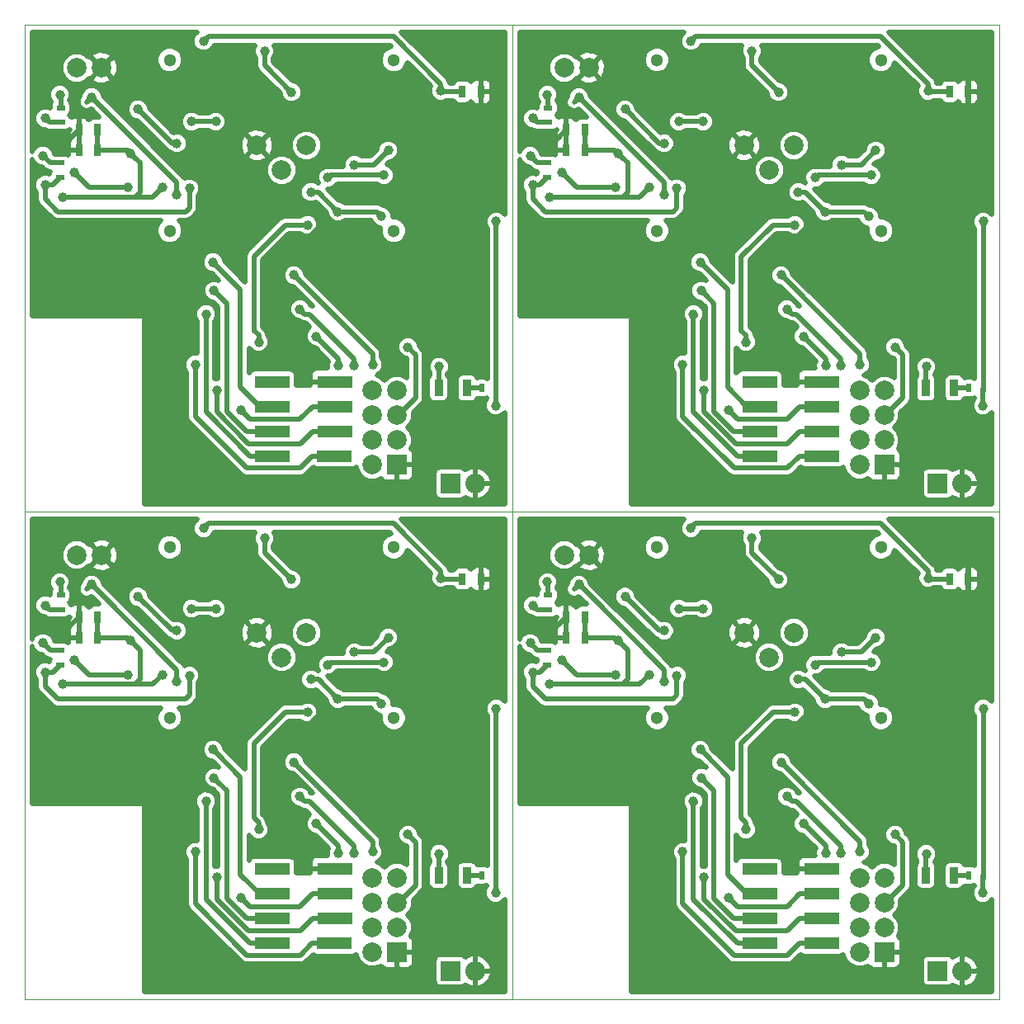
<source format=gbr>
G04 #@! TF.FileFunction,Copper,L2,Bot,Signal*
%FSLAX46Y46*%
G04 Gerber Fmt 4.6, Leading zero omitted, Abs format (unit mm)*
G04 Created by KiCad (PCBNEW 4.0.4+dfsg1-stable) date Sun Feb 12 12:23:04 2017*
%MOMM*%
%LPD*%
G01*
G04 APERTURE LIST*
%ADD10C,0.100000*%
%ADD11R,0.500000X0.900000*%
%ADD12R,0.900000X1.700000*%
%ADD13R,3.600000X1.270000*%
%ADD14R,0.700000X1.300000*%
%ADD15R,0.900000X0.500000*%
%ADD16C,2.000000*%
%ADD17C,1.300000*%
%ADD18R,2.000000X2.000000*%
%ADD19R,2.032000X2.032000*%
%ADD20O,2.032000X2.032000*%
%ADD21C,1.000000*%
%ADD22C,0.500000*%
G04 APERTURE END LIST*
D10*
X91000000Y-40000000D02*
X191000000Y-40000000D01*
X91000000Y-90000000D02*
X191000000Y-90000000D01*
X141000000Y-40000000D02*
X141000000Y-140000000D01*
X91000000Y-140000000D02*
X191000000Y-140000000D01*
X91000000Y-40000000D02*
X91000000Y-140000000D01*
X191000000Y-40000000D02*
X191000000Y-140000000D01*
D11*
X139350000Y-127300000D03*
X137850000Y-127300000D03*
D12*
X133450000Y-127300000D03*
X136350000Y-127300000D03*
D13*
X116400000Y-126660000D03*
X116400000Y-129200000D03*
X116400000Y-131740000D03*
X122800000Y-126660000D03*
X122800000Y-129200000D03*
X122775000Y-134280000D03*
X122800000Y-131740000D03*
X116425000Y-134280000D03*
D14*
X135900000Y-96900000D03*
X137800000Y-96900000D03*
X98450000Y-100800000D03*
X96550000Y-100800000D03*
D15*
X94700000Y-98550000D03*
X94700000Y-100050000D03*
D14*
X98450000Y-102900000D03*
X96550000Y-102900000D03*
D15*
X94600000Y-105700000D03*
X94600000Y-104200000D03*
D16*
X119900000Y-102400000D03*
X114820000Y-102400000D03*
X117360000Y-104940000D03*
D17*
X105860000Y-111150000D03*
X105860000Y-93650000D03*
X128860000Y-93650000D03*
X128860000Y-111150000D03*
D16*
X96330000Y-94450000D03*
X98870000Y-94450000D03*
D18*
X129200000Y-135180000D03*
D16*
X126660000Y-135180000D03*
X129200000Y-132640000D03*
X126660000Y-132640000D03*
X129200000Y-130100000D03*
X126660000Y-130100000D03*
X129200000Y-127560000D03*
X126660000Y-127560000D03*
D19*
X134660000Y-137100000D03*
D20*
X137200000Y-137100000D03*
D11*
X189350000Y-127300000D03*
X187850000Y-127300000D03*
D12*
X183450000Y-127300000D03*
X186350000Y-127300000D03*
D13*
X166400000Y-126660000D03*
X166400000Y-129200000D03*
X166400000Y-131740000D03*
X172800000Y-126660000D03*
X172800000Y-129200000D03*
X172775000Y-134280000D03*
X172800000Y-131740000D03*
X166425000Y-134280000D03*
D14*
X185900000Y-96900000D03*
X187800000Y-96900000D03*
X148450000Y-100800000D03*
X146550000Y-100800000D03*
D15*
X144700000Y-98550000D03*
X144700000Y-100050000D03*
D14*
X148450000Y-102900000D03*
X146550000Y-102900000D03*
D15*
X144600000Y-105700000D03*
X144600000Y-104200000D03*
D16*
X169900000Y-102400000D03*
X164820000Y-102400000D03*
X167360000Y-104940000D03*
D17*
X155860000Y-111150000D03*
X155860000Y-93650000D03*
X178860000Y-93650000D03*
X178860000Y-111150000D03*
D16*
X146330000Y-94450000D03*
X148870000Y-94450000D03*
D18*
X179200000Y-135180000D03*
D16*
X176660000Y-135180000D03*
X179200000Y-132640000D03*
X176660000Y-132640000D03*
X179200000Y-130100000D03*
X176660000Y-130100000D03*
X179200000Y-127560000D03*
X176660000Y-127560000D03*
D19*
X184660000Y-137100000D03*
D20*
X187200000Y-137100000D03*
D11*
X189350000Y-77300000D03*
X187850000Y-77300000D03*
D12*
X183450000Y-77300000D03*
X186350000Y-77300000D03*
D13*
X166400000Y-76660000D03*
X166400000Y-79200000D03*
X166400000Y-81740000D03*
X172800000Y-76660000D03*
X172800000Y-79200000D03*
X172775000Y-84280000D03*
X172800000Y-81740000D03*
X166425000Y-84280000D03*
D14*
X185900000Y-46900000D03*
X187800000Y-46900000D03*
X148450000Y-50800000D03*
X146550000Y-50800000D03*
D15*
X144700000Y-48550000D03*
X144700000Y-50050000D03*
D14*
X148450000Y-52900000D03*
X146550000Y-52900000D03*
D15*
X144600000Y-55700000D03*
X144600000Y-54200000D03*
D16*
X169900000Y-52400000D03*
X164820000Y-52400000D03*
X167360000Y-54940000D03*
D17*
X155860000Y-61150000D03*
X155860000Y-43650000D03*
X178860000Y-43650000D03*
X178860000Y-61150000D03*
D16*
X146330000Y-44450000D03*
X148870000Y-44450000D03*
D18*
X179200000Y-85180000D03*
D16*
X176660000Y-85180000D03*
X179200000Y-82640000D03*
X176660000Y-82640000D03*
X179200000Y-80100000D03*
X176660000Y-80100000D03*
X179200000Y-77560000D03*
X176660000Y-77560000D03*
D19*
X184660000Y-87100000D03*
D20*
X187200000Y-87100000D03*
D16*
X119900000Y-52400000D03*
X114820000Y-52400000D03*
X117360000Y-54940000D03*
D17*
X105860000Y-61150000D03*
X105860000Y-43650000D03*
X128860000Y-43650000D03*
X128860000Y-61150000D03*
D12*
X133450000Y-77300000D03*
X136350000Y-77300000D03*
D14*
X98450000Y-52900000D03*
X96550000Y-52900000D03*
X135900000Y-46900000D03*
X137800000Y-46900000D03*
X98450000Y-50800000D03*
X96550000Y-50800000D03*
D16*
X96330000Y-44450000D03*
X98870000Y-44450000D03*
D11*
X139350000Y-77300000D03*
X137850000Y-77300000D03*
D15*
X94700000Y-48550000D03*
X94700000Y-50050000D03*
X94600000Y-55700000D03*
X94600000Y-54200000D03*
D13*
X116400000Y-76660000D03*
X116400000Y-79200000D03*
X116400000Y-81740000D03*
X122800000Y-76660000D03*
X122800000Y-79200000D03*
X122775000Y-84280000D03*
X122800000Y-81740000D03*
X116425000Y-84280000D03*
D18*
X129200000Y-85180000D03*
D16*
X126660000Y-85180000D03*
X129200000Y-82640000D03*
X126660000Y-82640000D03*
X129200000Y-80100000D03*
X126660000Y-80100000D03*
X129200000Y-77560000D03*
X126660000Y-77560000D03*
D19*
X134660000Y-87100000D03*
D20*
X137200000Y-87100000D03*
D21*
X92850000Y-101700000D03*
X110500000Y-109500000D03*
X102600000Y-114700000D03*
X98000000Y-119600000D03*
X116000000Y-116000000D03*
X130850000Y-118450000D03*
X136350000Y-104950000D03*
X139000000Y-100900000D03*
X137100000Y-92400000D03*
X123350000Y-110950006D03*
X121800000Y-126700000D03*
X119000000Y-106100000D03*
X142850000Y-101700000D03*
X160500000Y-109500000D03*
X152600000Y-114700000D03*
X148000000Y-119600000D03*
X166000000Y-116000000D03*
X180850000Y-118450000D03*
X186350000Y-104950000D03*
X189000000Y-100900000D03*
X187100000Y-92400000D03*
X173350000Y-110950006D03*
X171800000Y-126700000D03*
X169000000Y-106100000D03*
X142850000Y-51700000D03*
X160500000Y-59500000D03*
X152600000Y-64700000D03*
X148000000Y-69600000D03*
X166000000Y-66000000D03*
X180850000Y-68450000D03*
X186350000Y-54950000D03*
X189000000Y-50900000D03*
X187100000Y-42400000D03*
X173350000Y-60950006D03*
X171800000Y-76700000D03*
X169000000Y-56100000D03*
X121800000Y-76700000D03*
X116000000Y-66000000D03*
X119000000Y-56100000D03*
X110500000Y-59500000D03*
X139000000Y-50900000D03*
X137100000Y-42400000D03*
X130850000Y-68450000D03*
X136350000Y-54950000D03*
X123350000Y-60950006D03*
X102600000Y-64700000D03*
X92850000Y-51700000D03*
X98000000Y-69600000D03*
X116400000Y-126660000D03*
X139300000Y-129100000D03*
X139350000Y-110200000D03*
X123104013Y-109200000D03*
X120350000Y-107200008D03*
X127600000Y-109700000D03*
X166400000Y-126660000D03*
X189300000Y-129100000D03*
X189350000Y-110200000D03*
X173104013Y-109200000D03*
X170350000Y-107200008D03*
X177600000Y-109700000D03*
X166400000Y-76660000D03*
X189300000Y-79100000D03*
X189350000Y-60200000D03*
X173104013Y-59200000D03*
X170350000Y-57200008D03*
X177600000Y-59700000D03*
X116400000Y-76660000D03*
X139300000Y-79100000D03*
X139350000Y-60200000D03*
X120350000Y-57200008D03*
X123104013Y-59200000D03*
X127600000Y-59700000D03*
X126700000Y-124900000D03*
X118599998Y-115700000D03*
X127850000Y-105450000D03*
X122100000Y-105700000D03*
X176700000Y-124900000D03*
X168599998Y-115700000D03*
X177850000Y-105450000D03*
X172100000Y-105700000D03*
X176700000Y-74900000D03*
X168599998Y-65700000D03*
X177850000Y-55450000D03*
X172100000Y-55700000D03*
X126700000Y-74900000D03*
X118599998Y-65700000D03*
X122100000Y-55700000D03*
X127850000Y-55450000D03*
X94850000Y-107699988D03*
X105100000Y-106700000D03*
X101850000Y-103200000D03*
X109350000Y-91700000D03*
X133700000Y-96800000D03*
X144850000Y-107699988D03*
X155100000Y-106700000D03*
X151850000Y-103200000D03*
X159350000Y-91700000D03*
X183700000Y-96800000D03*
X144850000Y-57699988D03*
X155100000Y-56700000D03*
X151850000Y-53200000D03*
X159350000Y-41700000D03*
X183700000Y-46800000D03*
X133700000Y-46800000D03*
X94850000Y-57699988D03*
X101850000Y-53200000D03*
X105100000Y-56700000D03*
X109350000Y-41700000D03*
X115600000Y-92700000D03*
X118350000Y-96950000D03*
X165600000Y-92700000D03*
X168350000Y-96950000D03*
X165600000Y-42700000D03*
X168350000Y-46950000D03*
X115600000Y-42700000D03*
X118350000Y-46950000D03*
X110600000Y-99950000D03*
X108100000Y-99950000D03*
X160600000Y-99950000D03*
X158100000Y-99950000D03*
X160600000Y-49950000D03*
X158100000Y-49950000D03*
X108100000Y-49950000D03*
X110600000Y-49950000D03*
X106600000Y-102200000D03*
X102600000Y-98700000D03*
X156600000Y-102200000D03*
X152600000Y-98700000D03*
X156600000Y-52200000D03*
X152600000Y-48700000D03*
X106600000Y-52200000D03*
X102600000Y-48700000D03*
X96100000Y-105200000D03*
X101600000Y-106700000D03*
X146100000Y-105200000D03*
X151600000Y-106700000D03*
X146100000Y-55200000D03*
X151600000Y-56700000D03*
X101600000Y-56700000D03*
X96100000Y-55200000D03*
X133500000Y-125100000D03*
X183500000Y-125100000D03*
X183500000Y-75100000D03*
X133500000Y-75100000D03*
X93100000Y-99610000D03*
X143100000Y-99610000D03*
X143100000Y-49610000D03*
X93100000Y-49610000D03*
X97850000Y-97449990D03*
X94600000Y-97200000D03*
X106600000Y-107450000D03*
X147850000Y-97449990D03*
X144600000Y-97200000D03*
X156600000Y-107450000D03*
X147850000Y-47449990D03*
X144600000Y-47200000D03*
X156600000Y-57450000D03*
X94600000Y-47200000D03*
X97850000Y-47449990D03*
X106600000Y-57450000D03*
X113200000Y-129600000D03*
X163200000Y-129600000D03*
X163200000Y-79600000D03*
X113200000Y-79600000D03*
X110300000Y-114395980D03*
X160300000Y-114395980D03*
X160300000Y-64395980D03*
X110300000Y-64395980D03*
X110700000Y-127500000D03*
X160700000Y-127500000D03*
X160700000Y-77500000D03*
X110700000Y-77500000D03*
X108500000Y-124900000D03*
X158500000Y-124900000D03*
X158500000Y-74900000D03*
X108500000Y-74900000D03*
X110400000Y-117300000D03*
X160400000Y-117300000D03*
X160400000Y-67300000D03*
X110400000Y-67300000D03*
X109600002Y-119700000D03*
X159600002Y-119700000D03*
X159600002Y-69700000D03*
X109600002Y-69700000D03*
X115000000Y-122600000D03*
X120014475Y-110558746D03*
X165000000Y-122600000D03*
X170014475Y-110558746D03*
X165000000Y-72600000D03*
X170014475Y-60558746D03*
X115000000Y-72600000D03*
X120014475Y-60558746D03*
X130300000Y-123100000D03*
X180300000Y-123100000D03*
X180300000Y-73100000D03*
X130300000Y-73100000D03*
X124754013Y-125000000D03*
X119200000Y-119200000D03*
X174754013Y-125000000D03*
X169200000Y-119200000D03*
X174754013Y-75000000D03*
X169200000Y-69200000D03*
X124754013Y-75000000D03*
X119200000Y-69200000D03*
X123200000Y-125000002D03*
X120900000Y-122000000D03*
X173200000Y-125000002D03*
X170900000Y-122000000D03*
X173200000Y-75000002D03*
X170900000Y-72000000D03*
X123200000Y-75000002D03*
X120900000Y-72000000D03*
X92850000Y-103450000D03*
X142850000Y-103450000D03*
X142850000Y-53450000D03*
X92850000Y-53450000D03*
X128300000Y-102900000D03*
X124800000Y-104400000D03*
X178300000Y-102900000D03*
X174800000Y-104400000D03*
X178300000Y-52900000D03*
X174800000Y-54400000D03*
X128300000Y-52900000D03*
X124800000Y-54400000D03*
X93100000Y-106450000D03*
X107900000Y-106800000D03*
X143100000Y-106450000D03*
X157900000Y-106800000D03*
X143100000Y-56450000D03*
X157900000Y-56800000D03*
X107900000Y-56800000D03*
X93100000Y-56450000D03*
D22*
X139000000Y-96900000D02*
X139700000Y-96200000D01*
X139700000Y-96200000D02*
X139700000Y-95000000D01*
X137800000Y-96900000D02*
X139000000Y-96900000D01*
X139700000Y-95000000D02*
X137100000Y-92400000D01*
X137800000Y-96900000D02*
X137800000Y-96600000D01*
X95650000Y-101700000D02*
X96550000Y-100800000D01*
X92850000Y-101700000D02*
X95650000Y-101700000D01*
X96550000Y-100800000D02*
X96550000Y-102900000D01*
X121049994Y-110950006D02*
X116499999Y-115500001D01*
X123350000Y-110950006D02*
X121049994Y-110950006D01*
X116499999Y-115500001D02*
X116000000Y-116000000D01*
X121840000Y-126660000D02*
X121800000Y-126700000D01*
X122800000Y-126660000D02*
X121840000Y-126660000D01*
X189000000Y-96900000D02*
X189700000Y-96200000D01*
X189700000Y-96200000D02*
X189700000Y-95000000D01*
X187800000Y-96900000D02*
X189000000Y-96900000D01*
X189700000Y-95000000D02*
X187100000Y-92400000D01*
X187800000Y-96900000D02*
X187800000Y-96600000D01*
X145650000Y-101700000D02*
X146550000Y-100800000D01*
X142850000Y-101700000D02*
X145650000Y-101700000D01*
X146550000Y-100800000D02*
X146550000Y-102900000D01*
X171049994Y-110950006D02*
X166499999Y-115500001D01*
X173350000Y-110950006D02*
X171049994Y-110950006D01*
X166499999Y-115500001D02*
X166000000Y-116000000D01*
X171840000Y-126660000D02*
X171800000Y-126700000D01*
X172800000Y-126660000D02*
X171840000Y-126660000D01*
X189000000Y-46900000D02*
X189700000Y-46200000D01*
X189700000Y-46200000D02*
X189700000Y-45000000D01*
X187800000Y-46900000D02*
X189000000Y-46900000D01*
X189700000Y-45000000D02*
X187100000Y-42400000D01*
X187800000Y-46900000D02*
X187800000Y-46600000D01*
X145650000Y-51700000D02*
X146550000Y-50800000D01*
X142850000Y-51700000D02*
X145650000Y-51700000D01*
X146550000Y-50800000D02*
X146550000Y-52900000D01*
X171049994Y-60950006D02*
X166499999Y-65500001D01*
X173350000Y-60950006D02*
X171049994Y-60950006D01*
X166499999Y-65500001D02*
X166000000Y-66000000D01*
X171840000Y-76660000D02*
X171800000Y-76700000D01*
X172800000Y-76660000D02*
X171840000Y-76660000D01*
X122800000Y-76660000D02*
X121840000Y-76660000D01*
X121840000Y-76660000D02*
X121800000Y-76700000D01*
X123350000Y-60950006D02*
X121049994Y-60950006D01*
X121049994Y-60950006D02*
X116499999Y-65500001D01*
X116499999Y-65500001D02*
X116000000Y-66000000D01*
X137800000Y-46900000D02*
X139000000Y-46900000D01*
X139000000Y-46900000D02*
X139700000Y-46200000D01*
X139700000Y-46200000D02*
X139700000Y-45000000D01*
X139700000Y-45000000D02*
X137100000Y-42400000D01*
X137800000Y-46900000D02*
X137800000Y-46600000D01*
X96550000Y-50800000D02*
X96550000Y-52900000D01*
X92850000Y-51700000D02*
X95650000Y-51700000D01*
X95650000Y-51700000D02*
X96550000Y-50800000D01*
X123104013Y-109200000D02*
X121104021Y-107200008D01*
X123811119Y-109200000D02*
X123104013Y-109200000D01*
X127600000Y-109700000D02*
X127100000Y-109200000D01*
X127100000Y-109200000D02*
X123811119Y-109200000D01*
X121057106Y-107200008D02*
X120350000Y-107200008D01*
X121104021Y-107200008D02*
X121057106Y-107200008D01*
X139300000Y-129100000D02*
X139300000Y-127350000D01*
X139300000Y-127350000D02*
X139350000Y-127300000D01*
X139350000Y-127300000D02*
X139350000Y-110200000D01*
X116400000Y-126660000D02*
X117565000Y-126660000D01*
X173104013Y-109200000D02*
X171104021Y-107200008D01*
X173811119Y-109200000D02*
X173104013Y-109200000D01*
X177600000Y-109700000D02*
X177100000Y-109200000D01*
X177100000Y-109200000D02*
X173811119Y-109200000D01*
X171057106Y-107200008D02*
X170350000Y-107200008D01*
X171104021Y-107200008D02*
X171057106Y-107200008D01*
X189300000Y-129100000D02*
X189300000Y-127350000D01*
X189300000Y-127350000D02*
X189350000Y-127300000D01*
X189350000Y-127300000D02*
X189350000Y-110200000D01*
X166400000Y-126660000D02*
X167565000Y-126660000D01*
X173104013Y-59200000D02*
X171104021Y-57200008D01*
X173811119Y-59200000D02*
X173104013Y-59200000D01*
X177600000Y-59700000D02*
X177100000Y-59200000D01*
X177100000Y-59200000D02*
X173811119Y-59200000D01*
X171057106Y-57200008D02*
X170350000Y-57200008D01*
X171104021Y-57200008D02*
X171057106Y-57200008D01*
X189300000Y-79100000D02*
X189300000Y-77350000D01*
X189300000Y-77350000D02*
X189350000Y-77300000D01*
X189350000Y-77300000D02*
X189350000Y-60200000D01*
X166400000Y-76660000D02*
X167565000Y-76660000D01*
X116400000Y-76660000D02*
X117565000Y-76660000D01*
X139300000Y-79100000D02*
X139300000Y-77350000D01*
X139300000Y-77350000D02*
X139350000Y-77300000D01*
X139350000Y-77300000D02*
X139350000Y-60200000D01*
X121057106Y-57200008D02*
X120350000Y-57200008D01*
X121104021Y-57200008D02*
X121057106Y-57200008D01*
X123104013Y-59200000D02*
X121104021Y-57200008D01*
X127600000Y-59700000D02*
X127100000Y-59200000D01*
X123811119Y-59200000D02*
X123104013Y-59200000D01*
X127100000Y-59200000D02*
X123811119Y-59200000D01*
X127850000Y-105450000D02*
X122350000Y-105450000D01*
X126700000Y-124900000D02*
X126700000Y-123800002D01*
X122350000Y-105450000D02*
X122100000Y-105700000D01*
X126700000Y-123800002D02*
X119099997Y-116199999D01*
X119099997Y-116199999D02*
X118599998Y-115700000D01*
X177850000Y-105450000D02*
X172350000Y-105450000D01*
X176700000Y-124900000D02*
X176700000Y-123800002D01*
X172350000Y-105450000D02*
X172100000Y-105700000D01*
X176700000Y-123800002D02*
X169099997Y-116199999D01*
X169099997Y-116199999D02*
X168599998Y-115700000D01*
X177850000Y-55450000D02*
X172350000Y-55450000D01*
X176700000Y-74900000D02*
X176700000Y-73800002D01*
X172350000Y-55450000D02*
X172100000Y-55700000D01*
X176700000Y-73800002D02*
X169099997Y-66199999D01*
X169099997Y-66199999D02*
X168599998Y-65700000D01*
X126700000Y-74900000D02*
X126700000Y-73800002D01*
X126700000Y-73800002D02*
X119099997Y-66199999D01*
X119099997Y-66199999D02*
X118599998Y-65700000D01*
X127850000Y-55450000D02*
X122350000Y-55450000D01*
X122350000Y-55450000D02*
X122100000Y-55700000D01*
X133700000Y-96092894D02*
X133700000Y-96800000D01*
X135900000Y-96900000D02*
X133800000Y-96900000D01*
X133800000Y-96900000D02*
X133700000Y-96800000D01*
X133692894Y-96092894D02*
X133700000Y-96092894D01*
X128800001Y-91200001D02*
X133692894Y-96092894D01*
X102850000Y-107200000D02*
X102850000Y-104200000D01*
X102349988Y-107699988D02*
X104099988Y-107699988D01*
X102349988Y-107699988D02*
X102350000Y-107700000D01*
X104099988Y-107699988D02*
X104100000Y-107700000D01*
X102850000Y-104200000D02*
X102349999Y-103699999D01*
X105100000Y-106700000D02*
X104100000Y-107700000D01*
X102350000Y-107700000D02*
X102850000Y-107200000D01*
X102349999Y-103699999D02*
X101850000Y-103200000D01*
X94850000Y-107699988D02*
X100864064Y-107699988D01*
X101550000Y-102900000D02*
X101850000Y-103200000D01*
X98450000Y-102900000D02*
X101550000Y-102900000D01*
X100868078Y-107704002D02*
X102345974Y-107704002D01*
X100864064Y-107699988D02*
X100868078Y-107704002D01*
X102345974Y-107704002D02*
X102349988Y-107699988D01*
X98450000Y-100800000D02*
X98450000Y-102900000D01*
X109350000Y-91700000D02*
X109849999Y-91200001D01*
X109849999Y-91200001D02*
X128800001Y-91200001D01*
X183700000Y-96092894D02*
X183700000Y-96800000D01*
X185900000Y-96900000D02*
X183800000Y-96900000D01*
X183800000Y-96900000D02*
X183700000Y-96800000D01*
X183692894Y-96092894D02*
X183700000Y-96092894D01*
X178800001Y-91200001D02*
X183692894Y-96092894D01*
X152850000Y-107200000D02*
X152850000Y-104200000D01*
X152349988Y-107699988D02*
X154099988Y-107699988D01*
X152349988Y-107699988D02*
X152350000Y-107700000D01*
X154099988Y-107699988D02*
X154100000Y-107700000D01*
X152850000Y-104200000D02*
X152349999Y-103699999D01*
X155100000Y-106700000D02*
X154100000Y-107700000D01*
X152350000Y-107700000D02*
X152850000Y-107200000D01*
X152349999Y-103699999D02*
X151850000Y-103200000D01*
X144850000Y-107699988D02*
X150864064Y-107699988D01*
X151550000Y-102900000D02*
X151850000Y-103200000D01*
X148450000Y-102900000D02*
X151550000Y-102900000D01*
X150868078Y-107704002D02*
X152345974Y-107704002D01*
X150864064Y-107699988D02*
X150868078Y-107704002D01*
X152345974Y-107704002D02*
X152349988Y-107699988D01*
X148450000Y-100800000D02*
X148450000Y-102900000D01*
X159350000Y-91700000D02*
X159849999Y-91200001D01*
X159849999Y-91200001D02*
X178800001Y-91200001D01*
X183700000Y-46092894D02*
X183700000Y-46800000D01*
X185900000Y-46900000D02*
X183800000Y-46900000D01*
X183800000Y-46900000D02*
X183700000Y-46800000D01*
X183692894Y-46092894D02*
X183700000Y-46092894D01*
X178800001Y-41200001D02*
X183692894Y-46092894D01*
X152850000Y-57200000D02*
X152850000Y-54200000D01*
X152349988Y-57699988D02*
X154099988Y-57699988D01*
X152349988Y-57699988D02*
X152350000Y-57700000D01*
X154099988Y-57699988D02*
X154100000Y-57700000D01*
X152850000Y-54200000D02*
X152349999Y-53699999D01*
X155100000Y-56700000D02*
X154100000Y-57700000D01*
X152350000Y-57700000D02*
X152850000Y-57200000D01*
X152349999Y-53699999D02*
X151850000Y-53200000D01*
X144850000Y-57699988D02*
X150864064Y-57699988D01*
X151550000Y-52900000D02*
X151850000Y-53200000D01*
X148450000Y-52900000D02*
X151550000Y-52900000D01*
X150868078Y-57704002D02*
X152345974Y-57704002D01*
X150864064Y-57699988D02*
X150868078Y-57704002D01*
X152345974Y-57704002D02*
X152349988Y-57699988D01*
X148450000Y-50800000D02*
X148450000Y-52900000D01*
X159350000Y-41700000D02*
X159849999Y-41200001D01*
X159849999Y-41200001D02*
X178800001Y-41200001D01*
X109350000Y-41700000D02*
X109849999Y-41200001D01*
X109849999Y-41200001D02*
X128800001Y-41200001D01*
X128800001Y-41200001D02*
X133692894Y-46092894D01*
X133700000Y-46092894D02*
X133700000Y-46800000D01*
X133692894Y-46092894D02*
X133700000Y-46092894D01*
X133800000Y-46900000D02*
X133700000Y-46800000D01*
X135900000Y-46900000D02*
X133800000Y-46900000D01*
X102345974Y-57704002D02*
X102349988Y-57699988D01*
X94850000Y-57699988D02*
X100864064Y-57699988D01*
X100864064Y-57699988D02*
X100868078Y-57704002D01*
X100868078Y-57704002D02*
X102345974Y-57704002D01*
X102349988Y-57699988D02*
X104099988Y-57699988D01*
X104099988Y-57699988D02*
X104100000Y-57700000D01*
X102349988Y-57699988D02*
X102350000Y-57700000D01*
X102350000Y-57700000D02*
X102850000Y-57200000D01*
X102850000Y-57200000D02*
X102850000Y-54200000D01*
X102850000Y-54200000D02*
X102349999Y-53699999D01*
X102349999Y-53699999D02*
X101850000Y-53200000D01*
X105100000Y-56700000D02*
X104100000Y-57700000D01*
X101550000Y-52900000D02*
X101850000Y-53200000D01*
X98450000Y-52900000D02*
X101550000Y-52900000D01*
X98450000Y-50800000D02*
X98450000Y-52900000D01*
X115600000Y-94200000D02*
X115600000Y-92700000D01*
X118350000Y-96950000D02*
X115600000Y-94200000D01*
X165600000Y-94200000D02*
X165600000Y-92700000D01*
X168350000Y-96950000D02*
X165600000Y-94200000D01*
X165600000Y-44200000D02*
X165600000Y-42700000D01*
X168350000Y-46950000D02*
X165600000Y-44200000D01*
X118350000Y-46950000D02*
X115600000Y-44200000D01*
X115600000Y-44200000D02*
X115600000Y-42700000D01*
X110600000Y-99950000D02*
X108100000Y-99950000D01*
X160600000Y-99950000D02*
X158100000Y-99950000D01*
X160600000Y-49950000D02*
X158100000Y-49950000D01*
X110600000Y-49950000D02*
X108100000Y-49950000D01*
X106100000Y-102200000D02*
X106600000Y-102200000D01*
X102600000Y-98700000D02*
X106100000Y-102200000D01*
X156100000Y-102200000D02*
X156600000Y-102200000D01*
X152600000Y-98700000D02*
X156100000Y-102200000D01*
X156100000Y-52200000D02*
X156600000Y-52200000D01*
X152600000Y-48700000D02*
X156100000Y-52200000D01*
X102600000Y-48700000D02*
X106100000Y-52200000D01*
X106100000Y-52200000D02*
X106600000Y-52200000D01*
X100892894Y-106700000D02*
X101600000Y-106700000D01*
X97600000Y-106700000D02*
X100892894Y-106700000D01*
X96100000Y-105200000D02*
X97600000Y-106700000D01*
X150892894Y-106700000D02*
X151600000Y-106700000D01*
X147600000Y-106700000D02*
X150892894Y-106700000D01*
X146100000Y-105200000D02*
X147600000Y-106700000D01*
X150892894Y-56700000D02*
X151600000Y-56700000D01*
X147600000Y-56700000D02*
X150892894Y-56700000D01*
X146100000Y-55200000D02*
X147600000Y-56700000D01*
X96100000Y-55200000D02*
X97600000Y-56700000D01*
X97600000Y-56700000D02*
X100892894Y-56700000D01*
X100892894Y-56700000D02*
X101600000Y-56700000D01*
X133450000Y-127300000D02*
X133450000Y-125150000D01*
X133450000Y-125150000D02*
X133500000Y-125100000D01*
X183450000Y-127300000D02*
X183450000Y-125150000D01*
X183450000Y-125150000D02*
X183500000Y-125100000D01*
X183450000Y-77300000D02*
X183450000Y-75150000D01*
X183450000Y-75150000D02*
X183500000Y-75100000D01*
X133450000Y-77300000D02*
X133450000Y-75150000D01*
X133450000Y-75150000D02*
X133500000Y-75100000D01*
X137850000Y-127300000D02*
X136350000Y-127300000D01*
X187850000Y-127300000D02*
X186350000Y-127300000D01*
X187850000Y-77300000D02*
X186350000Y-77300000D01*
X137850000Y-77300000D02*
X136350000Y-77300000D01*
X93540000Y-100050000D02*
X93100000Y-99610000D01*
X94700000Y-100050000D02*
X93540000Y-100050000D01*
X143540000Y-100050000D02*
X143100000Y-99610000D01*
X144700000Y-100050000D02*
X143540000Y-100050000D01*
X143540000Y-50050000D02*
X143100000Y-49610000D01*
X144700000Y-50050000D02*
X143540000Y-50050000D01*
X94700000Y-50050000D02*
X93540000Y-50050000D01*
X93540000Y-50050000D02*
X93100000Y-49610000D01*
X106600000Y-106199990D02*
X98349999Y-97949989D01*
X106600000Y-107450000D02*
X106600000Y-106199990D01*
X94700000Y-98550000D02*
X94700000Y-97300000D01*
X94700000Y-97300000D02*
X94600000Y-97200000D01*
X98349999Y-97949989D02*
X97850000Y-97449990D01*
X97350001Y-97949989D02*
X97850000Y-97449990D01*
X156600000Y-106199990D02*
X148349999Y-97949989D01*
X156600000Y-107450000D02*
X156600000Y-106199990D01*
X144700000Y-98550000D02*
X144700000Y-97300000D01*
X144700000Y-97300000D02*
X144600000Y-97200000D01*
X148349999Y-97949989D02*
X147850000Y-97449990D01*
X147350001Y-97949989D02*
X147850000Y-97449990D01*
X156600000Y-56199990D02*
X148349999Y-47949989D01*
X156600000Y-57450000D02*
X156600000Y-56199990D01*
X144700000Y-48550000D02*
X144700000Y-47300000D01*
X144700000Y-47300000D02*
X144600000Y-47200000D01*
X148349999Y-47949989D02*
X147850000Y-47449990D01*
X147350001Y-47949989D02*
X147850000Y-47449990D01*
X94700000Y-48550000D02*
X94700000Y-47300000D01*
X94700000Y-47300000D02*
X94600000Y-47200000D01*
X97350001Y-47949989D02*
X97850000Y-47449990D01*
X98349999Y-47949989D02*
X97850000Y-47449990D01*
X106600000Y-56199990D02*
X98349999Y-47949989D01*
X106600000Y-57450000D02*
X106600000Y-56199990D01*
X122800000Y-129200000D02*
X122196000Y-129200000D01*
X120500000Y-129200000D02*
X119200000Y-130500000D01*
X122800000Y-129200000D02*
X120500000Y-129200000D01*
X114100000Y-130500000D02*
X113200000Y-129600000D01*
X119200000Y-130500000D02*
X114100000Y-130500000D01*
X172800000Y-129200000D02*
X172196000Y-129200000D01*
X170500000Y-129200000D02*
X169200000Y-130500000D01*
X172800000Y-129200000D02*
X170500000Y-129200000D01*
X164100000Y-130500000D02*
X163200000Y-129600000D01*
X169200000Y-130500000D02*
X164100000Y-130500000D01*
X172800000Y-79200000D02*
X172196000Y-79200000D01*
X170500000Y-79200000D02*
X169200000Y-80500000D01*
X172800000Y-79200000D02*
X170500000Y-79200000D01*
X164100000Y-80500000D02*
X163200000Y-79600000D01*
X169200000Y-80500000D02*
X164100000Y-80500000D01*
X122800000Y-79200000D02*
X120500000Y-79200000D01*
X120500000Y-79200000D02*
X119200000Y-80500000D01*
X119200000Y-80500000D02*
X114100000Y-80500000D01*
X114100000Y-80500000D02*
X113200000Y-79600000D01*
X122800000Y-79200000D02*
X122196000Y-79200000D01*
X113100000Y-127200000D02*
X113100000Y-117195980D01*
X113100000Y-117195980D02*
X110799999Y-114895979D01*
X110799999Y-114895979D02*
X110300000Y-114395980D01*
X115100000Y-129200000D02*
X113100000Y-127200000D01*
X116400000Y-129200000D02*
X115100000Y-129200000D01*
X163100000Y-127200000D02*
X163100000Y-117195980D01*
X163100000Y-117195980D02*
X160799999Y-114895979D01*
X160799999Y-114895979D02*
X160300000Y-114395980D01*
X165100000Y-129200000D02*
X163100000Y-127200000D01*
X166400000Y-129200000D02*
X165100000Y-129200000D01*
X163100000Y-77200000D02*
X163100000Y-67195980D01*
X163100000Y-67195980D02*
X160799999Y-64895979D01*
X160799999Y-64895979D02*
X160300000Y-64395980D01*
X165100000Y-79200000D02*
X163100000Y-77200000D01*
X166400000Y-79200000D02*
X165100000Y-79200000D01*
X116400000Y-79200000D02*
X115100000Y-79200000D01*
X115100000Y-79200000D02*
X113100000Y-77200000D01*
X113100000Y-77200000D02*
X113100000Y-67195980D01*
X113100000Y-67195980D02*
X110799999Y-64895979D01*
X110799999Y-64895979D02*
X110300000Y-64395980D01*
X122800000Y-131740000D02*
X122704511Y-131835489D01*
X122800000Y-131740000D02*
X120500000Y-131740000D01*
X120500000Y-131740000D02*
X119240000Y-133000000D01*
X113933669Y-133000000D02*
X110700000Y-129766331D01*
X119240000Y-133000000D02*
X113933669Y-133000000D01*
X110700000Y-129766331D02*
X110700000Y-127500000D01*
X172800000Y-131740000D02*
X172704511Y-131835489D01*
X172800000Y-131740000D02*
X170500000Y-131740000D01*
X170500000Y-131740000D02*
X169240000Y-133000000D01*
X163933669Y-133000000D02*
X160700000Y-129766331D01*
X169240000Y-133000000D02*
X163933669Y-133000000D01*
X160700000Y-129766331D02*
X160700000Y-127500000D01*
X172800000Y-81740000D02*
X172704511Y-81835489D01*
X172800000Y-81740000D02*
X170500000Y-81740000D01*
X170500000Y-81740000D02*
X169240000Y-83000000D01*
X163933669Y-83000000D02*
X160700000Y-79766331D01*
X169240000Y-83000000D02*
X163933669Y-83000000D01*
X160700000Y-79766331D02*
X160700000Y-77500000D01*
X122800000Y-81740000D02*
X120500000Y-81740000D01*
X120500000Y-81740000D02*
X119240000Y-83000000D01*
X119240000Y-83000000D02*
X113933669Y-83000000D01*
X113933669Y-83000000D02*
X110700000Y-79766331D01*
X110700000Y-79766331D02*
X110700000Y-77500000D01*
X122800000Y-81740000D02*
X122704511Y-81835489D01*
X122775000Y-134280000D02*
X120475000Y-134280000D01*
X122775000Y-134280000D02*
X121610000Y-134280000D01*
X120475000Y-134280000D02*
X119255000Y-135500000D01*
X119255000Y-135500000D02*
X113800000Y-135500000D01*
X113800000Y-135500000D02*
X108500000Y-130200000D01*
X108500000Y-130200000D02*
X108500000Y-124900000D01*
X172775000Y-134280000D02*
X170475000Y-134280000D01*
X172775000Y-134280000D02*
X171610000Y-134280000D01*
X170475000Y-134280000D02*
X169255000Y-135500000D01*
X169255000Y-135500000D02*
X163800000Y-135500000D01*
X163800000Y-135500000D02*
X158500000Y-130200000D01*
X158500000Y-130200000D02*
X158500000Y-124900000D01*
X172775000Y-84280000D02*
X170475000Y-84280000D01*
X172775000Y-84280000D02*
X171610000Y-84280000D01*
X170475000Y-84280000D02*
X169255000Y-85500000D01*
X169255000Y-85500000D02*
X163800000Y-85500000D01*
X163800000Y-85500000D02*
X158500000Y-80200000D01*
X158500000Y-80200000D02*
X158500000Y-74900000D01*
X122775000Y-84280000D02*
X120475000Y-84280000D01*
X120475000Y-84280000D02*
X119255000Y-85500000D01*
X119255000Y-85500000D02*
X113800000Y-85500000D01*
X113800000Y-85500000D02*
X108500000Y-80200000D01*
X108500000Y-80200000D02*
X108500000Y-74900000D01*
X122775000Y-84280000D02*
X121610000Y-84280000D01*
X111704001Y-129704001D02*
X111704001Y-118604001D01*
X110899999Y-117799999D02*
X110400000Y-117300000D01*
X111704001Y-118604001D02*
X110899999Y-117799999D01*
X113740000Y-131740000D02*
X111704001Y-129704001D01*
X116400000Y-131740000D02*
X113740000Y-131740000D01*
X161704001Y-129704001D02*
X161704001Y-118604001D01*
X160899999Y-117799999D02*
X160400000Y-117300000D01*
X161704001Y-118604001D02*
X160899999Y-117799999D01*
X163740000Y-131740000D02*
X161704001Y-129704001D01*
X166400000Y-131740000D02*
X163740000Y-131740000D01*
X161704001Y-79704001D02*
X161704001Y-68604001D01*
X160899999Y-67799999D02*
X160400000Y-67300000D01*
X161704001Y-68604001D02*
X160899999Y-67799999D01*
X163740000Y-81740000D02*
X161704001Y-79704001D01*
X166400000Y-81740000D02*
X163740000Y-81740000D01*
X110899999Y-67799999D02*
X110400000Y-67300000D01*
X111704001Y-79704001D02*
X111704001Y-68604001D01*
X113740000Y-81740000D02*
X111704001Y-79704001D01*
X116400000Y-81740000D02*
X113740000Y-81740000D01*
X111704001Y-68604001D02*
X110899999Y-67799999D01*
X109600000Y-129755000D02*
X109600000Y-120407108D01*
X114125000Y-134280000D02*
X109600000Y-129755000D01*
X109600002Y-120407106D02*
X109600002Y-119700000D01*
X109600000Y-120407108D02*
X109600002Y-120407106D01*
X109800000Y-119900000D02*
X109600002Y-119700002D01*
X109600002Y-119700002D02*
X109600002Y-119700000D01*
X116425000Y-134280000D02*
X114125000Y-134280000D01*
X159600000Y-129755000D02*
X159600000Y-120407108D01*
X164125000Y-134280000D02*
X159600000Y-129755000D01*
X159600002Y-120407106D02*
X159600002Y-119700000D01*
X159600000Y-120407108D02*
X159600002Y-120407106D01*
X159800000Y-119900000D02*
X159600002Y-119700002D01*
X159600002Y-119700002D02*
X159600002Y-119700000D01*
X166425000Y-134280000D02*
X164125000Y-134280000D01*
X159600000Y-79755000D02*
X159600000Y-70407108D01*
X164125000Y-84280000D02*
X159600000Y-79755000D01*
X159600002Y-70407106D02*
X159600002Y-69700000D01*
X159600000Y-70407108D02*
X159600002Y-70407106D01*
X159800000Y-69900000D02*
X159600002Y-69700002D01*
X159600002Y-69700002D02*
X159600002Y-69700000D01*
X166425000Y-84280000D02*
X164125000Y-84280000D01*
X109600000Y-70407108D02*
X109600002Y-70407106D01*
X109600002Y-70407106D02*
X109600002Y-69700000D01*
X109600000Y-79755000D02*
X109600000Y-70407108D01*
X116425000Y-84280000D02*
X114125000Y-84280000D01*
X109600002Y-69700002D02*
X109600002Y-69700000D01*
X114125000Y-84280000D02*
X109600000Y-79755000D01*
X109800000Y-69900000D02*
X109600002Y-69700002D01*
X114500000Y-113800000D02*
X117741254Y-110558746D01*
X120014475Y-110558746D02*
X117741254Y-110558746D01*
X114500000Y-121392894D02*
X114500000Y-113800000D01*
X115000000Y-122600000D02*
X115000000Y-121892894D01*
X115000000Y-121892894D02*
X114500000Y-121392894D01*
X164500000Y-113800000D02*
X167741254Y-110558746D01*
X170014475Y-110558746D02*
X167741254Y-110558746D01*
X164500000Y-121392894D02*
X164500000Y-113800000D01*
X165000000Y-122600000D02*
X165000000Y-121892894D01*
X165000000Y-121892894D02*
X164500000Y-121392894D01*
X164500000Y-63800000D02*
X167741254Y-60558746D01*
X170014475Y-60558746D02*
X167741254Y-60558746D01*
X164500000Y-71392894D02*
X164500000Y-63800000D01*
X165000000Y-72600000D02*
X165000000Y-71892894D01*
X165000000Y-71892894D02*
X164500000Y-71392894D01*
X114500000Y-71392894D02*
X114500000Y-63800000D01*
X114500000Y-63800000D02*
X117741254Y-60558746D01*
X115000000Y-72600000D02*
X115000000Y-71892894D01*
X115000000Y-71892894D02*
X114500000Y-71392894D01*
X120014475Y-60558746D02*
X117741254Y-60558746D01*
X131100000Y-123900000D02*
X130300000Y-123100000D01*
X129240000Y-130160000D02*
X131100000Y-128300000D01*
X131100000Y-128300000D02*
X131100000Y-123900000D01*
X181100000Y-123900000D02*
X180300000Y-123100000D01*
X179240000Y-130160000D02*
X181100000Y-128300000D01*
X181100000Y-128300000D02*
X181100000Y-123900000D01*
X181100000Y-73900000D02*
X180300000Y-73100000D01*
X179240000Y-80160000D02*
X181100000Y-78300000D01*
X181100000Y-78300000D02*
X181100000Y-73900000D01*
X129240000Y-80160000D02*
X131100000Y-78300000D01*
X131100000Y-78300000D02*
X131100000Y-73900000D01*
X131100000Y-73900000D02*
X130300000Y-73100000D01*
X119699999Y-119699999D02*
X120161118Y-119699999D01*
X120161118Y-119699999D02*
X124754013Y-124292894D01*
X124754013Y-124292894D02*
X124754013Y-125000000D01*
X119200000Y-119200000D02*
X119699999Y-119699999D01*
X169699999Y-119699999D02*
X170161118Y-119699999D01*
X170161118Y-119699999D02*
X174754013Y-124292894D01*
X174754013Y-124292894D02*
X174754013Y-125000000D01*
X169200000Y-119200000D02*
X169699999Y-119699999D01*
X169699999Y-69699999D02*
X170161118Y-69699999D01*
X170161118Y-69699999D02*
X174754013Y-74292894D01*
X174754013Y-74292894D02*
X174754013Y-75000000D01*
X169200000Y-69200000D02*
X169699999Y-69699999D01*
X119200000Y-69200000D02*
X119699999Y-69699999D01*
X119699999Y-69699999D02*
X120161118Y-69699999D01*
X120161118Y-69699999D02*
X124754013Y-74292894D01*
X124754013Y-74292894D02*
X124754013Y-75000000D01*
X123200000Y-124300000D02*
X123200000Y-125000002D01*
X120900000Y-122000000D02*
X123200000Y-124300000D01*
X173200000Y-124300000D02*
X173200000Y-125000002D01*
X170900000Y-122000000D02*
X173200000Y-124300000D01*
X173200000Y-74300000D02*
X173200000Y-75000002D01*
X170900000Y-72000000D02*
X173200000Y-74300000D01*
X123200000Y-74300000D02*
X123200000Y-75000002D01*
X120900000Y-72000000D02*
X123200000Y-74300000D01*
X94600000Y-104200000D02*
X93600000Y-104200000D01*
X93600000Y-104200000D02*
X92850000Y-103450000D01*
X144600000Y-104200000D02*
X143600000Y-104200000D01*
X143600000Y-104200000D02*
X142850000Y-103450000D01*
X144600000Y-54200000D02*
X143600000Y-54200000D01*
X143600000Y-54200000D02*
X142850000Y-53450000D01*
X94600000Y-54200000D02*
X93600000Y-54200000D01*
X93600000Y-54200000D02*
X92850000Y-53450000D01*
X124800000Y-104400000D02*
X126800000Y-104400000D01*
X126800000Y-104400000D02*
X128300000Y-102900000D01*
X174800000Y-104400000D02*
X176800000Y-104400000D01*
X176800000Y-104400000D02*
X178300000Y-102900000D01*
X174800000Y-54400000D02*
X176800000Y-54400000D01*
X176800000Y-54400000D02*
X178300000Y-52900000D01*
X124800000Y-54400000D02*
X126800000Y-54400000D01*
X126800000Y-54400000D02*
X128300000Y-52900000D01*
X107500000Y-109200000D02*
X107900000Y-108800000D01*
X107900000Y-108800000D02*
X107900000Y-106800000D01*
X93100000Y-106450000D02*
X93850000Y-106450000D01*
X93850000Y-106450000D02*
X94600000Y-105700000D01*
X93100000Y-107900000D02*
X94400000Y-109200000D01*
X93100000Y-106450000D02*
X93100000Y-107900000D01*
X94400000Y-109200000D02*
X107500000Y-109200000D01*
X157500000Y-109200000D02*
X157900000Y-108800000D01*
X157900000Y-108800000D02*
X157900000Y-106800000D01*
X143100000Y-106450000D02*
X143850000Y-106450000D01*
X143850000Y-106450000D02*
X144600000Y-105700000D01*
X143100000Y-107900000D02*
X144400000Y-109200000D01*
X143100000Y-106450000D02*
X143100000Y-107900000D01*
X144400000Y-109200000D02*
X157500000Y-109200000D01*
X157500000Y-59200000D02*
X157900000Y-58800000D01*
X157900000Y-58800000D02*
X157900000Y-56800000D01*
X143100000Y-56450000D02*
X143850000Y-56450000D01*
X143850000Y-56450000D02*
X144600000Y-55700000D01*
X143100000Y-57900000D02*
X144400000Y-59200000D01*
X143100000Y-56450000D02*
X143100000Y-57900000D01*
X144400000Y-59200000D02*
X157500000Y-59200000D01*
X107500000Y-59200000D02*
X107900000Y-58800000D01*
X107900000Y-58800000D02*
X107900000Y-56800000D01*
X93100000Y-56450000D02*
X93100000Y-57900000D01*
X93100000Y-57900000D02*
X94400000Y-59200000D01*
X94400000Y-59200000D02*
X107500000Y-59200000D01*
X93100000Y-56450000D02*
X93850000Y-56450000D01*
X93850000Y-56450000D02*
X94600000Y-55700000D01*
G36*
X108375646Y-41047727D02*
X108200200Y-41470247D01*
X108199801Y-41927746D01*
X108374509Y-42350572D01*
X108697727Y-42674354D01*
X109120247Y-42849800D01*
X109577746Y-42850199D01*
X110000572Y-42675491D01*
X110324354Y-42352273D01*
X110429107Y-42100001D01*
X114603940Y-42100001D01*
X114450200Y-42470247D01*
X114449801Y-42927746D01*
X114624509Y-43350572D01*
X114700000Y-43426195D01*
X114700000Y-44200000D01*
X114768508Y-44544415D01*
X114963604Y-44836396D01*
X117199893Y-47072685D01*
X117199801Y-47177746D01*
X117374509Y-47600572D01*
X117697727Y-47924354D01*
X118120247Y-48099800D01*
X118577746Y-48100199D01*
X119000572Y-47925491D01*
X119324354Y-47602273D01*
X119499800Y-47179753D01*
X119500199Y-46722254D01*
X119325491Y-46299428D01*
X119002273Y-45975646D01*
X118579753Y-45800200D01*
X118472899Y-45800107D01*
X116500000Y-43827208D01*
X116500000Y-43426497D01*
X116574354Y-43352273D01*
X116749800Y-42929753D01*
X116750199Y-42472254D01*
X116596387Y-42100001D01*
X128427209Y-42100001D01*
X128578655Y-42251447D01*
X128068000Y-42462445D01*
X127673830Y-42855928D01*
X127460243Y-43370301D01*
X127459757Y-43927256D01*
X127672445Y-44442000D01*
X128065928Y-44836170D01*
X128580301Y-45049757D01*
X129137256Y-45050243D01*
X129652000Y-44837555D01*
X130046170Y-44444072D01*
X130258921Y-43931713D01*
X132652086Y-46324878D01*
X132550200Y-46570247D01*
X132549801Y-47027746D01*
X132724509Y-47450572D01*
X133047727Y-47774354D01*
X133470247Y-47949800D01*
X133927746Y-47950199D01*
X134291256Y-47800000D01*
X134938461Y-47800000D01*
X135074947Y-48012105D01*
X135292159Y-48160520D01*
X135550000Y-48212734D01*
X136250000Y-48212734D01*
X136490876Y-48167410D01*
X136712105Y-48025053D01*
X136783213Y-47920984D01*
X136807398Y-47979372D01*
X137020627Y-48192601D01*
X137299224Y-48308000D01*
X137606500Y-48308000D01*
X137796000Y-48118500D01*
X137796000Y-46904000D01*
X137804000Y-46904000D01*
X137804000Y-48118500D01*
X137993500Y-48308000D01*
X138300776Y-48308000D01*
X138579373Y-48192601D01*
X138792602Y-47979372D01*
X138908000Y-47700775D01*
X138908000Y-47093500D01*
X138718500Y-46904000D01*
X137804000Y-46904000D01*
X137796000Y-46904000D01*
X137776000Y-46904000D01*
X137776000Y-46896000D01*
X137796000Y-46896000D01*
X137796000Y-45681500D01*
X137804000Y-45681500D01*
X137804000Y-46896000D01*
X138718500Y-46896000D01*
X138908000Y-46706500D01*
X138908000Y-46099225D01*
X138792602Y-45820628D01*
X138579373Y-45607399D01*
X138300776Y-45492000D01*
X137993500Y-45492000D01*
X137804000Y-45681500D01*
X137796000Y-45681500D01*
X137606500Y-45492000D01*
X137299224Y-45492000D01*
X137020627Y-45607399D01*
X136807398Y-45820628D01*
X136783399Y-45878567D01*
X136725053Y-45787895D01*
X136507841Y-45639480D01*
X136250000Y-45587266D01*
X135550000Y-45587266D01*
X135309124Y-45632590D01*
X135087895Y-45774947D01*
X134939480Y-45992159D01*
X134937892Y-46000000D01*
X134581522Y-46000000D01*
X134531492Y-45748479D01*
X134336396Y-45456498D01*
X134314981Y-45442189D01*
X129622792Y-40750000D01*
X140250000Y-40750000D01*
X140250000Y-59473806D01*
X140002273Y-59225646D01*
X139579753Y-59050200D01*
X139122254Y-59049801D01*
X138699428Y-59224509D01*
X138375646Y-59547727D01*
X138200200Y-59970247D01*
X138199801Y-60427746D01*
X138374509Y-60850572D01*
X138450000Y-60926195D01*
X138450000Y-76302450D01*
X138357841Y-76239480D01*
X138100000Y-76187266D01*
X137600000Y-76187266D01*
X137419681Y-76221195D01*
X137417410Y-76209124D01*
X137275053Y-75987895D01*
X137057841Y-75839480D01*
X136800000Y-75787266D01*
X135900000Y-75787266D01*
X135659124Y-75832590D01*
X135437895Y-75974947D01*
X135289480Y-76192159D01*
X135237266Y-76450000D01*
X135237266Y-78150000D01*
X135282590Y-78390876D01*
X135424947Y-78612105D01*
X135642159Y-78760520D01*
X135900000Y-78812734D01*
X136800000Y-78812734D01*
X137040876Y-78767410D01*
X137262105Y-78625053D01*
X137410520Y-78407841D01*
X137417032Y-78375682D01*
X137600000Y-78412734D01*
X138100000Y-78412734D01*
X138340876Y-78367410D01*
X138400000Y-78329365D01*
X138400000Y-78373503D01*
X138325646Y-78447727D01*
X138150200Y-78870247D01*
X138149801Y-79327746D01*
X138324509Y-79750572D01*
X138647727Y-80074354D01*
X139070247Y-80249800D01*
X139527746Y-80250199D01*
X139950572Y-80075491D01*
X140250000Y-79776585D01*
X140250000Y-89250000D01*
X103250000Y-89250000D01*
X103250000Y-75127746D01*
X107349801Y-75127746D01*
X107524509Y-75550572D01*
X107600000Y-75626195D01*
X107600000Y-80200000D01*
X107668508Y-80544415D01*
X107863604Y-80836396D01*
X113163604Y-86136396D01*
X113455585Y-86331492D01*
X113800000Y-86400000D01*
X119255000Y-86400000D01*
X119599415Y-86331492D01*
X119891396Y-86136396D01*
X120589499Y-85438293D01*
X120717159Y-85525520D01*
X120975000Y-85577734D01*
X124575000Y-85577734D01*
X124815876Y-85532410D01*
X125009801Y-85407622D01*
X125009715Y-85506765D01*
X125260383Y-86113429D01*
X125724130Y-86577986D01*
X126330355Y-86829713D01*
X126986765Y-86830285D01*
X127552140Y-86596677D01*
X127557398Y-86609372D01*
X127770627Y-86822601D01*
X128049224Y-86938000D01*
X129006500Y-86938000D01*
X129196000Y-86748500D01*
X129196000Y-85184000D01*
X129204000Y-85184000D01*
X129204000Y-86748500D01*
X129393500Y-86938000D01*
X130350776Y-86938000D01*
X130629373Y-86822601D01*
X130842602Y-86609372D01*
X130958000Y-86330775D01*
X130958000Y-86084000D01*
X132981266Y-86084000D01*
X132981266Y-88116000D01*
X133026590Y-88356876D01*
X133168947Y-88578105D01*
X133386159Y-88726520D01*
X133644000Y-88778734D01*
X135676000Y-88778734D01*
X135916876Y-88733410D01*
X136138105Y-88591053D01*
X136171290Y-88542485D01*
X136789759Y-88825914D01*
X136918535Y-88851528D01*
X137196000Y-88684495D01*
X137196000Y-87104000D01*
X137204000Y-87104000D01*
X137204000Y-88684495D01*
X137481465Y-88851528D01*
X137610241Y-88825914D01*
X138239492Y-88537544D01*
X138710490Y-88030321D01*
X138951529Y-87381465D01*
X138784496Y-87104000D01*
X137204000Y-87104000D01*
X137196000Y-87104000D01*
X137176000Y-87104000D01*
X137176000Y-87096000D01*
X137196000Y-87096000D01*
X137196000Y-85515505D01*
X137204000Y-85515505D01*
X137204000Y-87096000D01*
X138784496Y-87096000D01*
X138951529Y-86818535D01*
X138710490Y-86169679D01*
X138239492Y-85662456D01*
X137610241Y-85374086D01*
X137481465Y-85348472D01*
X137204000Y-85515505D01*
X137196000Y-85515505D01*
X136918535Y-85348472D01*
X136789759Y-85374086D01*
X136173363Y-85656565D01*
X136151053Y-85621895D01*
X135933841Y-85473480D01*
X135676000Y-85421266D01*
X133644000Y-85421266D01*
X133403124Y-85466590D01*
X133181895Y-85608947D01*
X133033480Y-85826159D01*
X132981266Y-86084000D01*
X130958000Y-86084000D01*
X130958000Y-85373500D01*
X130768500Y-85184000D01*
X129204000Y-85184000D01*
X129196000Y-85184000D01*
X129176000Y-85184000D01*
X129176000Y-85176000D01*
X129196000Y-85176000D01*
X129196000Y-85156000D01*
X129204000Y-85156000D01*
X129204000Y-85176000D01*
X130768500Y-85176000D01*
X130958000Y-84986500D01*
X130958000Y-84029225D01*
X130842602Y-83750628D01*
X130629373Y-83537399D01*
X130616222Y-83531952D01*
X130849713Y-82969645D01*
X130850285Y-82313235D01*
X130599617Y-81706571D01*
X130263453Y-81369820D01*
X130597986Y-81035870D01*
X130849713Y-80429645D01*
X130850242Y-79822550D01*
X131736396Y-78936396D01*
X131931492Y-78644416D01*
X132000000Y-78300000D01*
X132000000Y-76450000D01*
X132337266Y-76450000D01*
X132337266Y-78150000D01*
X132382590Y-78390876D01*
X132524947Y-78612105D01*
X132742159Y-78760520D01*
X133000000Y-78812734D01*
X133900000Y-78812734D01*
X134140876Y-78767410D01*
X134362105Y-78625053D01*
X134510520Y-78407841D01*
X134562734Y-78150000D01*
X134562734Y-76450000D01*
X134517410Y-76209124D01*
X134375053Y-75987895D01*
X134350000Y-75970777D01*
X134350000Y-75876410D01*
X134474354Y-75752273D01*
X134649800Y-75329753D01*
X134650199Y-74872254D01*
X134475491Y-74449428D01*
X134152273Y-74125646D01*
X133729753Y-73950200D01*
X133272254Y-73949801D01*
X132849428Y-74124509D01*
X132525646Y-74447727D01*
X132350200Y-74870247D01*
X132349801Y-75327746D01*
X132524509Y-75750572D01*
X132550000Y-75776107D01*
X132550000Y-75967158D01*
X132537895Y-75974947D01*
X132389480Y-76192159D01*
X132337266Y-76450000D01*
X132000000Y-76450000D01*
X132000000Y-73900000D01*
X131931492Y-73555585D01*
X131736396Y-73263604D01*
X131450107Y-72977315D01*
X131450199Y-72872254D01*
X131275491Y-72449428D01*
X130952273Y-72125646D01*
X130529753Y-71950200D01*
X130072254Y-71949801D01*
X129649428Y-72124509D01*
X129325646Y-72447727D01*
X129150200Y-72870247D01*
X129149801Y-73327746D01*
X129324509Y-73750572D01*
X129647727Y-74074354D01*
X130070247Y-74249800D01*
X130177101Y-74249893D01*
X130200000Y-74272792D01*
X130200000Y-76226256D01*
X130135870Y-76162014D01*
X129529645Y-75910287D01*
X128873235Y-75909715D01*
X128266571Y-76160383D01*
X127929820Y-76496547D01*
X127595870Y-76162014D01*
X127127660Y-75967596D01*
X127350572Y-75875491D01*
X127674354Y-75552273D01*
X127849800Y-75129753D01*
X127850199Y-74672254D01*
X127675491Y-74249428D01*
X127600000Y-74173805D01*
X127600000Y-73800002D01*
X127572869Y-73663604D01*
X127531492Y-73455586D01*
X127336396Y-73163606D01*
X119750105Y-65577315D01*
X119750197Y-65472254D01*
X119575489Y-65049428D01*
X119252271Y-64725646D01*
X118829751Y-64550200D01*
X118372252Y-64549801D01*
X117949426Y-64724509D01*
X117625644Y-65047727D01*
X117450198Y-65470247D01*
X117449799Y-65927746D01*
X117624507Y-66350572D01*
X117947725Y-66674354D01*
X118370245Y-66849800D01*
X118477099Y-66849893D01*
X120493275Y-68866069D01*
X120289583Y-68825552D01*
X120175491Y-68549428D01*
X119852273Y-68225646D01*
X119429753Y-68050200D01*
X118972254Y-68049801D01*
X118549428Y-68224509D01*
X118225646Y-68547727D01*
X118050200Y-68970247D01*
X118049801Y-69427746D01*
X118224509Y-69850572D01*
X118547727Y-70174354D01*
X118970247Y-70349800D01*
X119083813Y-70349899D01*
X119355583Y-70531491D01*
X119699999Y-70599999D01*
X119788326Y-70599999D01*
X120231116Y-71042789D01*
X119925646Y-71347727D01*
X119750200Y-71770247D01*
X119749801Y-72227746D01*
X119924509Y-72650572D01*
X120247727Y-72974354D01*
X120670247Y-73149800D01*
X120777101Y-73149893D01*
X122152087Y-74524879D01*
X122050200Y-74770249D01*
X122049801Y-75227748D01*
X122066020Y-75267000D01*
X120849225Y-75267000D01*
X120570628Y-75382398D01*
X120357399Y-75595627D01*
X120242000Y-75874224D01*
X120242000Y-76466500D01*
X120431500Y-76656000D01*
X122796000Y-76656000D01*
X122796000Y-76636000D01*
X122804000Y-76636000D01*
X122804000Y-76656000D01*
X122824000Y-76656000D01*
X122824000Y-76664000D01*
X122804000Y-76664000D01*
X122804000Y-76684000D01*
X122796000Y-76684000D01*
X122796000Y-76664000D01*
X120431500Y-76664000D01*
X120242000Y-76853500D01*
X120242000Y-77050000D01*
X118862734Y-77050000D01*
X118862734Y-76025000D01*
X118817410Y-75784124D01*
X118675053Y-75562895D01*
X118457841Y-75414480D01*
X118200000Y-75362266D01*
X114600000Y-75362266D01*
X114359124Y-75407590D01*
X114137895Y-75549947D01*
X114000000Y-75751763D01*
X114000000Y-73191256D01*
X114024509Y-73250572D01*
X114347727Y-73574354D01*
X114770247Y-73749800D01*
X115227746Y-73750199D01*
X115650572Y-73575491D01*
X115974354Y-73252273D01*
X116149800Y-72829753D01*
X116150199Y-72372254D01*
X115975491Y-71949428D01*
X115895258Y-71869055D01*
X115831492Y-71548479D01*
X115636396Y-71256498D01*
X115400000Y-71020102D01*
X115400000Y-64172792D01*
X118114046Y-61458746D01*
X119287978Y-61458746D01*
X119362202Y-61533100D01*
X119784722Y-61708546D01*
X120242221Y-61708945D01*
X120665047Y-61534237D01*
X120988829Y-61211019D01*
X121164275Y-60788499D01*
X121164674Y-60331000D01*
X120989966Y-59908174D01*
X120666748Y-59584392D01*
X120244228Y-59408946D01*
X119786729Y-59408547D01*
X119363903Y-59583255D01*
X119288280Y-59658746D01*
X117741254Y-59658746D01*
X117396838Y-59727254D01*
X117104858Y-59922350D01*
X113863604Y-63163604D01*
X113668508Y-63455585D01*
X113600000Y-63800000D01*
X113600000Y-66423188D01*
X111450107Y-64273295D01*
X111450199Y-64168234D01*
X111275491Y-63745408D01*
X110952273Y-63421626D01*
X110529753Y-63246180D01*
X110072254Y-63245781D01*
X109649428Y-63420489D01*
X109325646Y-63743707D01*
X109150200Y-64166227D01*
X109149801Y-64623726D01*
X109324509Y-65046552D01*
X109647727Y-65370334D01*
X110070247Y-65545780D01*
X110177101Y-65545873D01*
X110889132Y-66257904D01*
X110629753Y-66150200D01*
X110172254Y-66149801D01*
X109749428Y-66324509D01*
X109425646Y-66647727D01*
X109250200Y-67070247D01*
X109249801Y-67527746D01*
X109424509Y-67950572D01*
X109747727Y-68274354D01*
X110170247Y-68449800D01*
X110277101Y-68449893D01*
X110804001Y-68976793D01*
X110804001Y-76350090D01*
X110500000Y-76349825D01*
X110500000Y-70441206D01*
X110529512Y-70397039D01*
X110574356Y-70352273D01*
X110598869Y-70293240D01*
X110631492Y-70244416D01*
X110642848Y-70187327D01*
X110749802Y-69929753D01*
X110750201Y-69472254D01*
X110575493Y-69049428D01*
X110252275Y-68725646D01*
X109829755Y-68550200D01*
X109372256Y-68549801D01*
X108949430Y-68724509D01*
X108625648Y-69047727D01*
X108450202Y-69470247D01*
X108449803Y-69927746D01*
X108624511Y-70350572D01*
X108700000Y-70426193D01*
X108700000Y-73750174D01*
X108272254Y-73749801D01*
X107849428Y-73924509D01*
X107525646Y-74247727D01*
X107350200Y-74670247D01*
X107349801Y-75127746D01*
X103250000Y-75127746D01*
X103250000Y-70200000D01*
X103232903Y-70109136D01*
X103179202Y-70025682D01*
X103097264Y-69969696D01*
X103000000Y-69950000D01*
X91750000Y-69950000D01*
X91750000Y-53799237D01*
X91874509Y-54100572D01*
X92197727Y-54424354D01*
X92620247Y-54599800D01*
X92727101Y-54599893D01*
X92963604Y-54836396D01*
X93255584Y-55031492D01*
X93600000Y-55100000D01*
X93602450Y-55100000D01*
X93539480Y-55192159D01*
X93503031Y-55372151D01*
X93329753Y-55300200D01*
X92872254Y-55299801D01*
X92449428Y-55474509D01*
X92125646Y-55797727D01*
X91950200Y-56220247D01*
X91949801Y-56677746D01*
X92124509Y-57100572D01*
X92200000Y-57176195D01*
X92200000Y-57900000D01*
X92268508Y-58244415D01*
X92463604Y-58536396D01*
X93763604Y-59836396D01*
X94055585Y-60031492D01*
X94400000Y-60100000D01*
X104930205Y-60100000D01*
X104673830Y-60355928D01*
X104460243Y-60870301D01*
X104459757Y-61427256D01*
X104672445Y-61942000D01*
X105065928Y-62336170D01*
X105580301Y-62549757D01*
X106137256Y-62550243D01*
X106652000Y-62337555D01*
X107046170Y-61944072D01*
X107259757Y-61429699D01*
X107260243Y-60872744D01*
X107047555Y-60358000D01*
X106790005Y-60100000D01*
X107500000Y-60100000D01*
X107844415Y-60031492D01*
X108136396Y-59836396D01*
X108536396Y-59436396D01*
X108731492Y-59144416D01*
X108800000Y-58800000D01*
X108800000Y-57526497D01*
X108874354Y-57452273D01*
X108884535Y-57427754D01*
X119199801Y-57427754D01*
X119374509Y-57850580D01*
X119697727Y-58174362D01*
X120120247Y-58349808D01*
X120577746Y-58350207D01*
X120863399Y-58232178D01*
X121953906Y-59322685D01*
X121953814Y-59427746D01*
X122128522Y-59850572D01*
X122451740Y-60174354D01*
X122874260Y-60349800D01*
X123331759Y-60350199D01*
X123754585Y-60175491D01*
X123830208Y-60100000D01*
X126520975Y-60100000D01*
X126624509Y-60350572D01*
X126947727Y-60674354D01*
X127370247Y-60849800D01*
X127468720Y-60849886D01*
X127460243Y-60870301D01*
X127459757Y-61427256D01*
X127672445Y-61942000D01*
X128065928Y-62336170D01*
X128580301Y-62549757D01*
X129137256Y-62550243D01*
X129652000Y-62337555D01*
X130046170Y-61944072D01*
X130259757Y-61429699D01*
X130260243Y-60872744D01*
X130047555Y-60358000D01*
X129654072Y-59963830D01*
X129139699Y-59750243D01*
X128749957Y-59749903D01*
X128750199Y-59472254D01*
X128575491Y-59049428D01*
X128252273Y-58725646D01*
X127829753Y-58550200D01*
X127716187Y-58550101D01*
X127444415Y-58368508D01*
X127100000Y-58300000D01*
X123830510Y-58300000D01*
X123756286Y-58225646D01*
X123333766Y-58050200D01*
X123226912Y-58050107D01*
X122026741Y-56849936D01*
X122327746Y-56850199D01*
X122750572Y-56675491D01*
X123074354Y-56352273D01*
X123075298Y-56350000D01*
X127123503Y-56350000D01*
X127197727Y-56424354D01*
X127620247Y-56599800D01*
X128077746Y-56600199D01*
X128500572Y-56425491D01*
X128824354Y-56102273D01*
X128999800Y-55679753D01*
X129000199Y-55222254D01*
X128825491Y-54799428D01*
X128502273Y-54475646D01*
X128145353Y-54327439D01*
X128422685Y-54050107D01*
X128527746Y-54050199D01*
X128950572Y-53875491D01*
X129274354Y-53552273D01*
X129449800Y-53129753D01*
X129450199Y-52672254D01*
X129275491Y-52249428D01*
X128952273Y-51925646D01*
X128529753Y-51750200D01*
X128072254Y-51749801D01*
X127649428Y-51924509D01*
X127325646Y-52247727D01*
X127150200Y-52670247D01*
X127150107Y-52777101D01*
X126427208Y-53500000D01*
X125526497Y-53500000D01*
X125452273Y-53425646D01*
X125029753Y-53250200D01*
X124572254Y-53249801D01*
X124149428Y-53424509D01*
X123825646Y-53747727D01*
X123650200Y-54170247D01*
X123649869Y-54550000D01*
X122350000Y-54550000D01*
X122335985Y-54552788D01*
X122329753Y-54550200D01*
X121872254Y-54549801D01*
X121449428Y-54724509D01*
X121125646Y-55047727D01*
X120950200Y-55470247D01*
X120949801Y-55927746D01*
X121103616Y-56300008D01*
X121076497Y-56300008D01*
X121002273Y-56225654D01*
X120579753Y-56050208D01*
X120122254Y-56049809D01*
X119699428Y-56224517D01*
X119375646Y-56547735D01*
X119200200Y-56970255D01*
X119199801Y-57427754D01*
X108884535Y-57427754D01*
X109049800Y-57029753D01*
X109050199Y-56572254D01*
X108875491Y-56149428D01*
X108552273Y-55825646D01*
X108129753Y-55650200D01*
X107672254Y-55649801D01*
X107375835Y-55772279D01*
X107236396Y-55563594D01*
X106939567Y-55266765D01*
X115709715Y-55266765D01*
X115960383Y-55873429D01*
X116424130Y-56337986D01*
X117030355Y-56589713D01*
X117686765Y-56590285D01*
X118293429Y-56339617D01*
X118757986Y-55875870D01*
X119009713Y-55269645D01*
X119010285Y-54613235D01*
X118759617Y-54006571D01*
X118295870Y-53542014D01*
X117689645Y-53290287D01*
X117033235Y-53289715D01*
X116426571Y-53540383D01*
X115962014Y-54004130D01*
X115710287Y-54610355D01*
X115709715Y-55266765D01*
X106939567Y-55266765D01*
X105209077Y-53536275D01*
X113689382Y-53536275D01*
X113769669Y-53852463D01*
X114405454Y-54143845D01*
X115104350Y-54169743D01*
X115759956Y-53926213D01*
X115870331Y-53852463D01*
X115950618Y-53536275D01*
X114820000Y-52405657D01*
X113689382Y-53536275D01*
X105209077Y-53536275D01*
X100600548Y-48927746D01*
X101449801Y-48927746D01*
X101624509Y-49350572D01*
X101947727Y-49674354D01*
X102370247Y-49849800D01*
X102477101Y-49849893D01*
X105463604Y-52836396D01*
X105755585Y-53031492D01*
X105817385Y-53043785D01*
X105947727Y-53174354D01*
X106370247Y-53349800D01*
X106827746Y-53350199D01*
X107250572Y-53175491D01*
X107574354Y-52852273D01*
X107644081Y-52684350D01*
X113050257Y-52684350D01*
X113293787Y-53339956D01*
X113367537Y-53450331D01*
X113683725Y-53530618D01*
X114814343Y-52400000D01*
X114825657Y-52400000D01*
X115956275Y-53530618D01*
X116272463Y-53450331D01*
X116563845Y-52814546D01*
X116567097Y-52726765D01*
X118249715Y-52726765D01*
X118500383Y-53333429D01*
X118964130Y-53797986D01*
X119570355Y-54049713D01*
X120226765Y-54050285D01*
X120833429Y-53799617D01*
X121297986Y-53335870D01*
X121549713Y-52729645D01*
X121550285Y-52073235D01*
X121299617Y-51466571D01*
X120835870Y-51002014D01*
X120229645Y-50750287D01*
X119573235Y-50749715D01*
X118966571Y-51000383D01*
X118502014Y-51464130D01*
X118250287Y-52070355D01*
X118249715Y-52726765D01*
X116567097Y-52726765D01*
X116589743Y-52115650D01*
X116346213Y-51460044D01*
X116272463Y-51349669D01*
X115956275Y-51269382D01*
X114825657Y-52400000D01*
X114814343Y-52400000D01*
X113683725Y-51269382D01*
X113367537Y-51349669D01*
X113076155Y-51985454D01*
X113050257Y-52684350D01*
X107644081Y-52684350D01*
X107749800Y-52429753D01*
X107750199Y-51972254D01*
X107575491Y-51549428D01*
X107290286Y-51263725D01*
X113689382Y-51263725D01*
X114820000Y-52394343D01*
X115950618Y-51263725D01*
X115870331Y-50947537D01*
X115234546Y-50656155D01*
X114535650Y-50630257D01*
X113880044Y-50873787D01*
X113769669Y-50947537D01*
X113689382Y-51263725D01*
X107290286Y-51263725D01*
X107252273Y-51225646D01*
X106829753Y-51050200D01*
X106372254Y-51049801D01*
X106266351Y-51093559D01*
X105350538Y-50177746D01*
X106949801Y-50177746D01*
X107124509Y-50600572D01*
X107447727Y-50924354D01*
X107870247Y-51099800D01*
X108327746Y-51100199D01*
X108750572Y-50925491D01*
X108826195Y-50850000D01*
X109873503Y-50850000D01*
X109947727Y-50924354D01*
X110370247Y-51099800D01*
X110827746Y-51100199D01*
X111250572Y-50925491D01*
X111574354Y-50602273D01*
X111749800Y-50179753D01*
X111750199Y-49722254D01*
X111575491Y-49299428D01*
X111252273Y-48975646D01*
X110829753Y-48800200D01*
X110372254Y-48799801D01*
X109949428Y-48974509D01*
X109873805Y-49050000D01*
X108826497Y-49050000D01*
X108752273Y-48975646D01*
X108329753Y-48800200D01*
X107872254Y-48799801D01*
X107449428Y-48974509D01*
X107125646Y-49297727D01*
X106950200Y-49720247D01*
X106949801Y-50177746D01*
X105350538Y-50177746D01*
X103750107Y-48577315D01*
X103750199Y-48472254D01*
X103575491Y-48049428D01*
X103252273Y-47725646D01*
X102829753Y-47550200D01*
X102372254Y-47549801D01*
X101949428Y-47724509D01*
X101625646Y-48047727D01*
X101450200Y-48470247D01*
X101449801Y-48927746D01*
X100600548Y-48927746D01*
X99000107Y-47327305D01*
X99000199Y-47222244D01*
X98825491Y-46799418D01*
X98502273Y-46475636D01*
X98079753Y-46300190D01*
X97622254Y-46299791D01*
X97199428Y-46474499D01*
X96875646Y-46797717D01*
X96700200Y-47220237D01*
X96700101Y-47333803D01*
X96518509Y-47605574D01*
X96450001Y-47949989D01*
X96518509Y-48294404D01*
X96713605Y-48586385D01*
X97005586Y-48781481D01*
X97350001Y-48849989D01*
X97694416Y-48781481D01*
X97822869Y-48695651D01*
X98614484Y-49487266D01*
X98100000Y-49487266D01*
X97859124Y-49532590D01*
X97637895Y-49674947D01*
X97566787Y-49779016D01*
X97542602Y-49720628D01*
X97329373Y-49507399D01*
X97050776Y-49392000D01*
X96743500Y-49392000D01*
X96554000Y-49581500D01*
X96554000Y-50796000D01*
X96574000Y-50796000D01*
X96574000Y-50804000D01*
X96554000Y-50804000D01*
X96554000Y-52896000D01*
X96574000Y-52896000D01*
X96574000Y-52904000D01*
X96554000Y-52904000D01*
X96554000Y-52924000D01*
X96546000Y-52924000D01*
X96546000Y-52904000D01*
X95631500Y-52904000D01*
X95442000Y-53093500D01*
X95442000Y-53431147D01*
X95307841Y-53339480D01*
X95050000Y-53287266D01*
X94150000Y-53287266D01*
X94082325Y-53300000D01*
X94000131Y-53300000D01*
X94000199Y-53222254D01*
X93825491Y-52799428D01*
X93502273Y-52475646D01*
X93079753Y-52300200D01*
X92622254Y-52299801D01*
X92199428Y-52474509D01*
X91875646Y-52797727D01*
X91750000Y-53100316D01*
X91750000Y-49837746D01*
X91949801Y-49837746D01*
X92124509Y-50260572D01*
X92447727Y-50584354D01*
X92870247Y-50759800D01*
X93013648Y-50759925D01*
X93195585Y-50881492D01*
X93540000Y-50950000D01*
X94187117Y-50950000D01*
X94250000Y-50962734D01*
X95150000Y-50962734D01*
X95390876Y-50917410D01*
X95567118Y-50804002D01*
X95631498Y-50804002D01*
X95442000Y-50993500D01*
X95442000Y-51600775D01*
X95545232Y-51850000D01*
X95442000Y-52099225D01*
X95442000Y-52706500D01*
X95631500Y-52896000D01*
X96546000Y-52896000D01*
X96546000Y-50804000D01*
X96526000Y-50804000D01*
X96526000Y-50796000D01*
X96546000Y-50796000D01*
X96546000Y-49581500D01*
X96356500Y-49392000D01*
X96049224Y-49392000D01*
X95770627Y-49507399D01*
X95748417Y-49529609D01*
X95625053Y-49337895D01*
X95571408Y-49301241D01*
X95612105Y-49275053D01*
X95760520Y-49057841D01*
X95812734Y-48800000D01*
X95812734Y-48300000D01*
X95767410Y-48059124D01*
X95625053Y-47837895D01*
X95600000Y-47820777D01*
X95600000Y-47790511D01*
X95749800Y-47429753D01*
X95750199Y-46972254D01*
X95575491Y-46549428D01*
X95252273Y-46225646D01*
X94829753Y-46050200D01*
X94372254Y-46049801D01*
X93949428Y-46224509D01*
X93625646Y-46547727D01*
X93450200Y-46970247D01*
X93449801Y-47427746D01*
X93624509Y-47850572D01*
X93711110Y-47937325D01*
X93639480Y-48042159D01*
X93587266Y-48300000D01*
X93587266Y-48567129D01*
X93329753Y-48460200D01*
X92872254Y-48459801D01*
X92449428Y-48634509D01*
X92125646Y-48957727D01*
X91950200Y-49380247D01*
X91949801Y-49837746D01*
X91750000Y-49837746D01*
X91750000Y-44776765D01*
X94679715Y-44776765D01*
X94930383Y-45383429D01*
X95394130Y-45847986D01*
X96000355Y-46099713D01*
X96656765Y-46100285D01*
X97263429Y-45849617D01*
X97527230Y-45586275D01*
X97739382Y-45586275D01*
X97819669Y-45902463D01*
X98455454Y-46193845D01*
X99154350Y-46219743D01*
X99809956Y-45976213D01*
X99920331Y-45902463D01*
X100000618Y-45586275D01*
X98870000Y-44455657D01*
X97739382Y-45586275D01*
X97527230Y-45586275D01*
X97573622Y-45539964D01*
X97733725Y-45580618D01*
X98864343Y-44450000D01*
X98875657Y-44450000D01*
X100006275Y-45580618D01*
X100322463Y-45500331D01*
X100613845Y-44864546D01*
X100639743Y-44165650D01*
X100551190Y-43927256D01*
X104459757Y-43927256D01*
X104672445Y-44442000D01*
X105065928Y-44836170D01*
X105580301Y-45049757D01*
X106137256Y-45050243D01*
X106652000Y-44837555D01*
X107046170Y-44444072D01*
X107259757Y-43929699D01*
X107260243Y-43372744D01*
X107047555Y-42858000D01*
X106654072Y-42463830D01*
X106139699Y-42250243D01*
X105582744Y-42249757D01*
X105068000Y-42462445D01*
X104673830Y-42855928D01*
X104460243Y-43370301D01*
X104459757Y-43927256D01*
X100551190Y-43927256D01*
X100396213Y-43510044D01*
X100322463Y-43399669D01*
X100006275Y-43319382D01*
X98875657Y-44450000D01*
X98864343Y-44450000D01*
X97733725Y-43319382D01*
X97573409Y-43360090D01*
X97527125Y-43313725D01*
X97739382Y-43313725D01*
X98870000Y-44444343D01*
X100000618Y-43313725D01*
X99920331Y-42997537D01*
X99284546Y-42706155D01*
X98585650Y-42680257D01*
X97930044Y-42923787D01*
X97819669Y-42997537D01*
X97739382Y-43313725D01*
X97527125Y-43313725D01*
X97265870Y-43052014D01*
X96659645Y-42800287D01*
X96003235Y-42799715D01*
X95396571Y-43050383D01*
X94932014Y-43514130D01*
X94680287Y-44120355D01*
X94679715Y-44776765D01*
X91750000Y-44776765D01*
X91750000Y-40750000D01*
X108673893Y-40750000D01*
X108375646Y-41047727D01*
X108375646Y-41047727D01*
G37*
X108375646Y-41047727D02*
X108200200Y-41470247D01*
X108199801Y-41927746D01*
X108374509Y-42350572D01*
X108697727Y-42674354D01*
X109120247Y-42849800D01*
X109577746Y-42850199D01*
X110000572Y-42675491D01*
X110324354Y-42352273D01*
X110429107Y-42100001D01*
X114603940Y-42100001D01*
X114450200Y-42470247D01*
X114449801Y-42927746D01*
X114624509Y-43350572D01*
X114700000Y-43426195D01*
X114700000Y-44200000D01*
X114768508Y-44544415D01*
X114963604Y-44836396D01*
X117199893Y-47072685D01*
X117199801Y-47177746D01*
X117374509Y-47600572D01*
X117697727Y-47924354D01*
X118120247Y-48099800D01*
X118577746Y-48100199D01*
X119000572Y-47925491D01*
X119324354Y-47602273D01*
X119499800Y-47179753D01*
X119500199Y-46722254D01*
X119325491Y-46299428D01*
X119002273Y-45975646D01*
X118579753Y-45800200D01*
X118472899Y-45800107D01*
X116500000Y-43827208D01*
X116500000Y-43426497D01*
X116574354Y-43352273D01*
X116749800Y-42929753D01*
X116750199Y-42472254D01*
X116596387Y-42100001D01*
X128427209Y-42100001D01*
X128578655Y-42251447D01*
X128068000Y-42462445D01*
X127673830Y-42855928D01*
X127460243Y-43370301D01*
X127459757Y-43927256D01*
X127672445Y-44442000D01*
X128065928Y-44836170D01*
X128580301Y-45049757D01*
X129137256Y-45050243D01*
X129652000Y-44837555D01*
X130046170Y-44444072D01*
X130258921Y-43931713D01*
X132652086Y-46324878D01*
X132550200Y-46570247D01*
X132549801Y-47027746D01*
X132724509Y-47450572D01*
X133047727Y-47774354D01*
X133470247Y-47949800D01*
X133927746Y-47950199D01*
X134291256Y-47800000D01*
X134938461Y-47800000D01*
X135074947Y-48012105D01*
X135292159Y-48160520D01*
X135550000Y-48212734D01*
X136250000Y-48212734D01*
X136490876Y-48167410D01*
X136712105Y-48025053D01*
X136783213Y-47920984D01*
X136807398Y-47979372D01*
X137020627Y-48192601D01*
X137299224Y-48308000D01*
X137606500Y-48308000D01*
X137796000Y-48118500D01*
X137796000Y-46904000D01*
X137804000Y-46904000D01*
X137804000Y-48118500D01*
X137993500Y-48308000D01*
X138300776Y-48308000D01*
X138579373Y-48192601D01*
X138792602Y-47979372D01*
X138908000Y-47700775D01*
X138908000Y-47093500D01*
X138718500Y-46904000D01*
X137804000Y-46904000D01*
X137796000Y-46904000D01*
X137776000Y-46904000D01*
X137776000Y-46896000D01*
X137796000Y-46896000D01*
X137796000Y-45681500D01*
X137804000Y-45681500D01*
X137804000Y-46896000D01*
X138718500Y-46896000D01*
X138908000Y-46706500D01*
X138908000Y-46099225D01*
X138792602Y-45820628D01*
X138579373Y-45607399D01*
X138300776Y-45492000D01*
X137993500Y-45492000D01*
X137804000Y-45681500D01*
X137796000Y-45681500D01*
X137606500Y-45492000D01*
X137299224Y-45492000D01*
X137020627Y-45607399D01*
X136807398Y-45820628D01*
X136783399Y-45878567D01*
X136725053Y-45787895D01*
X136507841Y-45639480D01*
X136250000Y-45587266D01*
X135550000Y-45587266D01*
X135309124Y-45632590D01*
X135087895Y-45774947D01*
X134939480Y-45992159D01*
X134937892Y-46000000D01*
X134581522Y-46000000D01*
X134531492Y-45748479D01*
X134336396Y-45456498D01*
X134314981Y-45442189D01*
X129622792Y-40750000D01*
X140250000Y-40750000D01*
X140250000Y-59473806D01*
X140002273Y-59225646D01*
X139579753Y-59050200D01*
X139122254Y-59049801D01*
X138699428Y-59224509D01*
X138375646Y-59547727D01*
X138200200Y-59970247D01*
X138199801Y-60427746D01*
X138374509Y-60850572D01*
X138450000Y-60926195D01*
X138450000Y-76302450D01*
X138357841Y-76239480D01*
X138100000Y-76187266D01*
X137600000Y-76187266D01*
X137419681Y-76221195D01*
X137417410Y-76209124D01*
X137275053Y-75987895D01*
X137057841Y-75839480D01*
X136800000Y-75787266D01*
X135900000Y-75787266D01*
X135659124Y-75832590D01*
X135437895Y-75974947D01*
X135289480Y-76192159D01*
X135237266Y-76450000D01*
X135237266Y-78150000D01*
X135282590Y-78390876D01*
X135424947Y-78612105D01*
X135642159Y-78760520D01*
X135900000Y-78812734D01*
X136800000Y-78812734D01*
X137040876Y-78767410D01*
X137262105Y-78625053D01*
X137410520Y-78407841D01*
X137417032Y-78375682D01*
X137600000Y-78412734D01*
X138100000Y-78412734D01*
X138340876Y-78367410D01*
X138400000Y-78329365D01*
X138400000Y-78373503D01*
X138325646Y-78447727D01*
X138150200Y-78870247D01*
X138149801Y-79327746D01*
X138324509Y-79750572D01*
X138647727Y-80074354D01*
X139070247Y-80249800D01*
X139527746Y-80250199D01*
X139950572Y-80075491D01*
X140250000Y-79776585D01*
X140250000Y-89250000D01*
X103250000Y-89250000D01*
X103250000Y-75127746D01*
X107349801Y-75127746D01*
X107524509Y-75550572D01*
X107600000Y-75626195D01*
X107600000Y-80200000D01*
X107668508Y-80544415D01*
X107863604Y-80836396D01*
X113163604Y-86136396D01*
X113455585Y-86331492D01*
X113800000Y-86400000D01*
X119255000Y-86400000D01*
X119599415Y-86331492D01*
X119891396Y-86136396D01*
X120589499Y-85438293D01*
X120717159Y-85525520D01*
X120975000Y-85577734D01*
X124575000Y-85577734D01*
X124815876Y-85532410D01*
X125009801Y-85407622D01*
X125009715Y-85506765D01*
X125260383Y-86113429D01*
X125724130Y-86577986D01*
X126330355Y-86829713D01*
X126986765Y-86830285D01*
X127552140Y-86596677D01*
X127557398Y-86609372D01*
X127770627Y-86822601D01*
X128049224Y-86938000D01*
X129006500Y-86938000D01*
X129196000Y-86748500D01*
X129196000Y-85184000D01*
X129204000Y-85184000D01*
X129204000Y-86748500D01*
X129393500Y-86938000D01*
X130350776Y-86938000D01*
X130629373Y-86822601D01*
X130842602Y-86609372D01*
X130958000Y-86330775D01*
X130958000Y-86084000D01*
X132981266Y-86084000D01*
X132981266Y-88116000D01*
X133026590Y-88356876D01*
X133168947Y-88578105D01*
X133386159Y-88726520D01*
X133644000Y-88778734D01*
X135676000Y-88778734D01*
X135916876Y-88733410D01*
X136138105Y-88591053D01*
X136171290Y-88542485D01*
X136789759Y-88825914D01*
X136918535Y-88851528D01*
X137196000Y-88684495D01*
X137196000Y-87104000D01*
X137204000Y-87104000D01*
X137204000Y-88684495D01*
X137481465Y-88851528D01*
X137610241Y-88825914D01*
X138239492Y-88537544D01*
X138710490Y-88030321D01*
X138951529Y-87381465D01*
X138784496Y-87104000D01*
X137204000Y-87104000D01*
X137196000Y-87104000D01*
X137176000Y-87104000D01*
X137176000Y-87096000D01*
X137196000Y-87096000D01*
X137196000Y-85515505D01*
X137204000Y-85515505D01*
X137204000Y-87096000D01*
X138784496Y-87096000D01*
X138951529Y-86818535D01*
X138710490Y-86169679D01*
X138239492Y-85662456D01*
X137610241Y-85374086D01*
X137481465Y-85348472D01*
X137204000Y-85515505D01*
X137196000Y-85515505D01*
X136918535Y-85348472D01*
X136789759Y-85374086D01*
X136173363Y-85656565D01*
X136151053Y-85621895D01*
X135933841Y-85473480D01*
X135676000Y-85421266D01*
X133644000Y-85421266D01*
X133403124Y-85466590D01*
X133181895Y-85608947D01*
X133033480Y-85826159D01*
X132981266Y-86084000D01*
X130958000Y-86084000D01*
X130958000Y-85373500D01*
X130768500Y-85184000D01*
X129204000Y-85184000D01*
X129196000Y-85184000D01*
X129176000Y-85184000D01*
X129176000Y-85176000D01*
X129196000Y-85176000D01*
X129196000Y-85156000D01*
X129204000Y-85156000D01*
X129204000Y-85176000D01*
X130768500Y-85176000D01*
X130958000Y-84986500D01*
X130958000Y-84029225D01*
X130842602Y-83750628D01*
X130629373Y-83537399D01*
X130616222Y-83531952D01*
X130849713Y-82969645D01*
X130850285Y-82313235D01*
X130599617Y-81706571D01*
X130263453Y-81369820D01*
X130597986Y-81035870D01*
X130849713Y-80429645D01*
X130850242Y-79822550D01*
X131736396Y-78936396D01*
X131931492Y-78644416D01*
X132000000Y-78300000D01*
X132000000Y-76450000D01*
X132337266Y-76450000D01*
X132337266Y-78150000D01*
X132382590Y-78390876D01*
X132524947Y-78612105D01*
X132742159Y-78760520D01*
X133000000Y-78812734D01*
X133900000Y-78812734D01*
X134140876Y-78767410D01*
X134362105Y-78625053D01*
X134510520Y-78407841D01*
X134562734Y-78150000D01*
X134562734Y-76450000D01*
X134517410Y-76209124D01*
X134375053Y-75987895D01*
X134350000Y-75970777D01*
X134350000Y-75876410D01*
X134474354Y-75752273D01*
X134649800Y-75329753D01*
X134650199Y-74872254D01*
X134475491Y-74449428D01*
X134152273Y-74125646D01*
X133729753Y-73950200D01*
X133272254Y-73949801D01*
X132849428Y-74124509D01*
X132525646Y-74447727D01*
X132350200Y-74870247D01*
X132349801Y-75327746D01*
X132524509Y-75750572D01*
X132550000Y-75776107D01*
X132550000Y-75967158D01*
X132537895Y-75974947D01*
X132389480Y-76192159D01*
X132337266Y-76450000D01*
X132000000Y-76450000D01*
X132000000Y-73900000D01*
X131931492Y-73555585D01*
X131736396Y-73263604D01*
X131450107Y-72977315D01*
X131450199Y-72872254D01*
X131275491Y-72449428D01*
X130952273Y-72125646D01*
X130529753Y-71950200D01*
X130072254Y-71949801D01*
X129649428Y-72124509D01*
X129325646Y-72447727D01*
X129150200Y-72870247D01*
X129149801Y-73327746D01*
X129324509Y-73750572D01*
X129647727Y-74074354D01*
X130070247Y-74249800D01*
X130177101Y-74249893D01*
X130200000Y-74272792D01*
X130200000Y-76226256D01*
X130135870Y-76162014D01*
X129529645Y-75910287D01*
X128873235Y-75909715D01*
X128266571Y-76160383D01*
X127929820Y-76496547D01*
X127595870Y-76162014D01*
X127127660Y-75967596D01*
X127350572Y-75875491D01*
X127674354Y-75552273D01*
X127849800Y-75129753D01*
X127850199Y-74672254D01*
X127675491Y-74249428D01*
X127600000Y-74173805D01*
X127600000Y-73800002D01*
X127572869Y-73663604D01*
X127531492Y-73455586D01*
X127336396Y-73163606D01*
X119750105Y-65577315D01*
X119750197Y-65472254D01*
X119575489Y-65049428D01*
X119252271Y-64725646D01*
X118829751Y-64550200D01*
X118372252Y-64549801D01*
X117949426Y-64724509D01*
X117625644Y-65047727D01*
X117450198Y-65470247D01*
X117449799Y-65927746D01*
X117624507Y-66350572D01*
X117947725Y-66674354D01*
X118370245Y-66849800D01*
X118477099Y-66849893D01*
X120493275Y-68866069D01*
X120289583Y-68825552D01*
X120175491Y-68549428D01*
X119852273Y-68225646D01*
X119429753Y-68050200D01*
X118972254Y-68049801D01*
X118549428Y-68224509D01*
X118225646Y-68547727D01*
X118050200Y-68970247D01*
X118049801Y-69427746D01*
X118224509Y-69850572D01*
X118547727Y-70174354D01*
X118970247Y-70349800D01*
X119083813Y-70349899D01*
X119355583Y-70531491D01*
X119699999Y-70599999D01*
X119788326Y-70599999D01*
X120231116Y-71042789D01*
X119925646Y-71347727D01*
X119750200Y-71770247D01*
X119749801Y-72227746D01*
X119924509Y-72650572D01*
X120247727Y-72974354D01*
X120670247Y-73149800D01*
X120777101Y-73149893D01*
X122152087Y-74524879D01*
X122050200Y-74770249D01*
X122049801Y-75227748D01*
X122066020Y-75267000D01*
X120849225Y-75267000D01*
X120570628Y-75382398D01*
X120357399Y-75595627D01*
X120242000Y-75874224D01*
X120242000Y-76466500D01*
X120431500Y-76656000D01*
X122796000Y-76656000D01*
X122796000Y-76636000D01*
X122804000Y-76636000D01*
X122804000Y-76656000D01*
X122824000Y-76656000D01*
X122824000Y-76664000D01*
X122804000Y-76664000D01*
X122804000Y-76684000D01*
X122796000Y-76684000D01*
X122796000Y-76664000D01*
X120431500Y-76664000D01*
X120242000Y-76853500D01*
X120242000Y-77050000D01*
X118862734Y-77050000D01*
X118862734Y-76025000D01*
X118817410Y-75784124D01*
X118675053Y-75562895D01*
X118457841Y-75414480D01*
X118200000Y-75362266D01*
X114600000Y-75362266D01*
X114359124Y-75407590D01*
X114137895Y-75549947D01*
X114000000Y-75751763D01*
X114000000Y-73191256D01*
X114024509Y-73250572D01*
X114347727Y-73574354D01*
X114770247Y-73749800D01*
X115227746Y-73750199D01*
X115650572Y-73575491D01*
X115974354Y-73252273D01*
X116149800Y-72829753D01*
X116150199Y-72372254D01*
X115975491Y-71949428D01*
X115895258Y-71869055D01*
X115831492Y-71548479D01*
X115636396Y-71256498D01*
X115400000Y-71020102D01*
X115400000Y-64172792D01*
X118114046Y-61458746D01*
X119287978Y-61458746D01*
X119362202Y-61533100D01*
X119784722Y-61708546D01*
X120242221Y-61708945D01*
X120665047Y-61534237D01*
X120988829Y-61211019D01*
X121164275Y-60788499D01*
X121164674Y-60331000D01*
X120989966Y-59908174D01*
X120666748Y-59584392D01*
X120244228Y-59408946D01*
X119786729Y-59408547D01*
X119363903Y-59583255D01*
X119288280Y-59658746D01*
X117741254Y-59658746D01*
X117396838Y-59727254D01*
X117104858Y-59922350D01*
X113863604Y-63163604D01*
X113668508Y-63455585D01*
X113600000Y-63800000D01*
X113600000Y-66423188D01*
X111450107Y-64273295D01*
X111450199Y-64168234D01*
X111275491Y-63745408D01*
X110952273Y-63421626D01*
X110529753Y-63246180D01*
X110072254Y-63245781D01*
X109649428Y-63420489D01*
X109325646Y-63743707D01*
X109150200Y-64166227D01*
X109149801Y-64623726D01*
X109324509Y-65046552D01*
X109647727Y-65370334D01*
X110070247Y-65545780D01*
X110177101Y-65545873D01*
X110889132Y-66257904D01*
X110629753Y-66150200D01*
X110172254Y-66149801D01*
X109749428Y-66324509D01*
X109425646Y-66647727D01*
X109250200Y-67070247D01*
X109249801Y-67527746D01*
X109424509Y-67950572D01*
X109747727Y-68274354D01*
X110170247Y-68449800D01*
X110277101Y-68449893D01*
X110804001Y-68976793D01*
X110804001Y-76350090D01*
X110500000Y-76349825D01*
X110500000Y-70441206D01*
X110529512Y-70397039D01*
X110574356Y-70352273D01*
X110598869Y-70293240D01*
X110631492Y-70244416D01*
X110642848Y-70187327D01*
X110749802Y-69929753D01*
X110750201Y-69472254D01*
X110575493Y-69049428D01*
X110252275Y-68725646D01*
X109829755Y-68550200D01*
X109372256Y-68549801D01*
X108949430Y-68724509D01*
X108625648Y-69047727D01*
X108450202Y-69470247D01*
X108449803Y-69927746D01*
X108624511Y-70350572D01*
X108700000Y-70426193D01*
X108700000Y-73750174D01*
X108272254Y-73749801D01*
X107849428Y-73924509D01*
X107525646Y-74247727D01*
X107350200Y-74670247D01*
X107349801Y-75127746D01*
X103250000Y-75127746D01*
X103250000Y-70200000D01*
X103232903Y-70109136D01*
X103179202Y-70025682D01*
X103097264Y-69969696D01*
X103000000Y-69950000D01*
X91750000Y-69950000D01*
X91750000Y-53799237D01*
X91874509Y-54100572D01*
X92197727Y-54424354D01*
X92620247Y-54599800D01*
X92727101Y-54599893D01*
X92963604Y-54836396D01*
X93255584Y-55031492D01*
X93600000Y-55100000D01*
X93602450Y-55100000D01*
X93539480Y-55192159D01*
X93503031Y-55372151D01*
X93329753Y-55300200D01*
X92872254Y-55299801D01*
X92449428Y-55474509D01*
X92125646Y-55797727D01*
X91950200Y-56220247D01*
X91949801Y-56677746D01*
X92124509Y-57100572D01*
X92200000Y-57176195D01*
X92200000Y-57900000D01*
X92268508Y-58244415D01*
X92463604Y-58536396D01*
X93763604Y-59836396D01*
X94055585Y-60031492D01*
X94400000Y-60100000D01*
X104930205Y-60100000D01*
X104673830Y-60355928D01*
X104460243Y-60870301D01*
X104459757Y-61427256D01*
X104672445Y-61942000D01*
X105065928Y-62336170D01*
X105580301Y-62549757D01*
X106137256Y-62550243D01*
X106652000Y-62337555D01*
X107046170Y-61944072D01*
X107259757Y-61429699D01*
X107260243Y-60872744D01*
X107047555Y-60358000D01*
X106790005Y-60100000D01*
X107500000Y-60100000D01*
X107844415Y-60031492D01*
X108136396Y-59836396D01*
X108536396Y-59436396D01*
X108731492Y-59144416D01*
X108800000Y-58800000D01*
X108800000Y-57526497D01*
X108874354Y-57452273D01*
X108884535Y-57427754D01*
X119199801Y-57427754D01*
X119374509Y-57850580D01*
X119697727Y-58174362D01*
X120120247Y-58349808D01*
X120577746Y-58350207D01*
X120863399Y-58232178D01*
X121953906Y-59322685D01*
X121953814Y-59427746D01*
X122128522Y-59850572D01*
X122451740Y-60174354D01*
X122874260Y-60349800D01*
X123331759Y-60350199D01*
X123754585Y-60175491D01*
X123830208Y-60100000D01*
X126520975Y-60100000D01*
X126624509Y-60350572D01*
X126947727Y-60674354D01*
X127370247Y-60849800D01*
X127468720Y-60849886D01*
X127460243Y-60870301D01*
X127459757Y-61427256D01*
X127672445Y-61942000D01*
X128065928Y-62336170D01*
X128580301Y-62549757D01*
X129137256Y-62550243D01*
X129652000Y-62337555D01*
X130046170Y-61944072D01*
X130259757Y-61429699D01*
X130260243Y-60872744D01*
X130047555Y-60358000D01*
X129654072Y-59963830D01*
X129139699Y-59750243D01*
X128749957Y-59749903D01*
X128750199Y-59472254D01*
X128575491Y-59049428D01*
X128252273Y-58725646D01*
X127829753Y-58550200D01*
X127716187Y-58550101D01*
X127444415Y-58368508D01*
X127100000Y-58300000D01*
X123830510Y-58300000D01*
X123756286Y-58225646D01*
X123333766Y-58050200D01*
X123226912Y-58050107D01*
X122026741Y-56849936D01*
X122327746Y-56850199D01*
X122750572Y-56675491D01*
X123074354Y-56352273D01*
X123075298Y-56350000D01*
X127123503Y-56350000D01*
X127197727Y-56424354D01*
X127620247Y-56599800D01*
X128077746Y-56600199D01*
X128500572Y-56425491D01*
X128824354Y-56102273D01*
X128999800Y-55679753D01*
X129000199Y-55222254D01*
X128825491Y-54799428D01*
X128502273Y-54475646D01*
X128145353Y-54327439D01*
X128422685Y-54050107D01*
X128527746Y-54050199D01*
X128950572Y-53875491D01*
X129274354Y-53552273D01*
X129449800Y-53129753D01*
X129450199Y-52672254D01*
X129275491Y-52249428D01*
X128952273Y-51925646D01*
X128529753Y-51750200D01*
X128072254Y-51749801D01*
X127649428Y-51924509D01*
X127325646Y-52247727D01*
X127150200Y-52670247D01*
X127150107Y-52777101D01*
X126427208Y-53500000D01*
X125526497Y-53500000D01*
X125452273Y-53425646D01*
X125029753Y-53250200D01*
X124572254Y-53249801D01*
X124149428Y-53424509D01*
X123825646Y-53747727D01*
X123650200Y-54170247D01*
X123649869Y-54550000D01*
X122350000Y-54550000D01*
X122335985Y-54552788D01*
X122329753Y-54550200D01*
X121872254Y-54549801D01*
X121449428Y-54724509D01*
X121125646Y-55047727D01*
X120950200Y-55470247D01*
X120949801Y-55927746D01*
X121103616Y-56300008D01*
X121076497Y-56300008D01*
X121002273Y-56225654D01*
X120579753Y-56050208D01*
X120122254Y-56049809D01*
X119699428Y-56224517D01*
X119375646Y-56547735D01*
X119200200Y-56970255D01*
X119199801Y-57427754D01*
X108884535Y-57427754D01*
X109049800Y-57029753D01*
X109050199Y-56572254D01*
X108875491Y-56149428D01*
X108552273Y-55825646D01*
X108129753Y-55650200D01*
X107672254Y-55649801D01*
X107375835Y-55772279D01*
X107236396Y-55563594D01*
X106939567Y-55266765D01*
X115709715Y-55266765D01*
X115960383Y-55873429D01*
X116424130Y-56337986D01*
X117030355Y-56589713D01*
X117686765Y-56590285D01*
X118293429Y-56339617D01*
X118757986Y-55875870D01*
X119009713Y-55269645D01*
X119010285Y-54613235D01*
X118759617Y-54006571D01*
X118295870Y-53542014D01*
X117689645Y-53290287D01*
X117033235Y-53289715D01*
X116426571Y-53540383D01*
X115962014Y-54004130D01*
X115710287Y-54610355D01*
X115709715Y-55266765D01*
X106939567Y-55266765D01*
X105209077Y-53536275D01*
X113689382Y-53536275D01*
X113769669Y-53852463D01*
X114405454Y-54143845D01*
X115104350Y-54169743D01*
X115759956Y-53926213D01*
X115870331Y-53852463D01*
X115950618Y-53536275D01*
X114820000Y-52405657D01*
X113689382Y-53536275D01*
X105209077Y-53536275D01*
X100600548Y-48927746D01*
X101449801Y-48927746D01*
X101624509Y-49350572D01*
X101947727Y-49674354D01*
X102370247Y-49849800D01*
X102477101Y-49849893D01*
X105463604Y-52836396D01*
X105755585Y-53031492D01*
X105817385Y-53043785D01*
X105947727Y-53174354D01*
X106370247Y-53349800D01*
X106827746Y-53350199D01*
X107250572Y-53175491D01*
X107574354Y-52852273D01*
X107644081Y-52684350D01*
X113050257Y-52684350D01*
X113293787Y-53339956D01*
X113367537Y-53450331D01*
X113683725Y-53530618D01*
X114814343Y-52400000D01*
X114825657Y-52400000D01*
X115956275Y-53530618D01*
X116272463Y-53450331D01*
X116563845Y-52814546D01*
X116567097Y-52726765D01*
X118249715Y-52726765D01*
X118500383Y-53333429D01*
X118964130Y-53797986D01*
X119570355Y-54049713D01*
X120226765Y-54050285D01*
X120833429Y-53799617D01*
X121297986Y-53335870D01*
X121549713Y-52729645D01*
X121550285Y-52073235D01*
X121299617Y-51466571D01*
X120835870Y-51002014D01*
X120229645Y-50750287D01*
X119573235Y-50749715D01*
X118966571Y-51000383D01*
X118502014Y-51464130D01*
X118250287Y-52070355D01*
X118249715Y-52726765D01*
X116567097Y-52726765D01*
X116589743Y-52115650D01*
X116346213Y-51460044D01*
X116272463Y-51349669D01*
X115956275Y-51269382D01*
X114825657Y-52400000D01*
X114814343Y-52400000D01*
X113683725Y-51269382D01*
X113367537Y-51349669D01*
X113076155Y-51985454D01*
X113050257Y-52684350D01*
X107644081Y-52684350D01*
X107749800Y-52429753D01*
X107750199Y-51972254D01*
X107575491Y-51549428D01*
X107290286Y-51263725D01*
X113689382Y-51263725D01*
X114820000Y-52394343D01*
X115950618Y-51263725D01*
X115870331Y-50947537D01*
X115234546Y-50656155D01*
X114535650Y-50630257D01*
X113880044Y-50873787D01*
X113769669Y-50947537D01*
X113689382Y-51263725D01*
X107290286Y-51263725D01*
X107252273Y-51225646D01*
X106829753Y-51050200D01*
X106372254Y-51049801D01*
X106266351Y-51093559D01*
X105350538Y-50177746D01*
X106949801Y-50177746D01*
X107124509Y-50600572D01*
X107447727Y-50924354D01*
X107870247Y-51099800D01*
X108327746Y-51100199D01*
X108750572Y-50925491D01*
X108826195Y-50850000D01*
X109873503Y-50850000D01*
X109947727Y-50924354D01*
X110370247Y-51099800D01*
X110827746Y-51100199D01*
X111250572Y-50925491D01*
X111574354Y-50602273D01*
X111749800Y-50179753D01*
X111750199Y-49722254D01*
X111575491Y-49299428D01*
X111252273Y-48975646D01*
X110829753Y-48800200D01*
X110372254Y-48799801D01*
X109949428Y-48974509D01*
X109873805Y-49050000D01*
X108826497Y-49050000D01*
X108752273Y-48975646D01*
X108329753Y-48800200D01*
X107872254Y-48799801D01*
X107449428Y-48974509D01*
X107125646Y-49297727D01*
X106950200Y-49720247D01*
X106949801Y-50177746D01*
X105350538Y-50177746D01*
X103750107Y-48577315D01*
X103750199Y-48472254D01*
X103575491Y-48049428D01*
X103252273Y-47725646D01*
X102829753Y-47550200D01*
X102372254Y-47549801D01*
X101949428Y-47724509D01*
X101625646Y-48047727D01*
X101450200Y-48470247D01*
X101449801Y-48927746D01*
X100600548Y-48927746D01*
X99000107Y-47327305D01*
X99000199Y-47222244D01*
X98825491Y-46799418D01*
X98502273Y-46475636D01*
X98079753Y-46300190D01*
X97622254Y-46299791D01*
X97199428Y-46474499D01*
X96875646Y-46797717D01*
X96700200Y-47220237D01*
X96700101Y-47333803D01*
X96518509Y-47605574D01*
X96450001Y-47949989D01*
X96518509Y-48294404D01*
X96713605Y-48586385D01*
X97005586Y-48781481D01*
X97350001Y-48849989D01*
X97694416Y-48781481D01*
X97822869Y-48695651D01*
X98614484Y-49487266D01*
X98100000Y-49487266D01*
X97859124Y-49532590D01*
X97637895Y-49674947D01*
X97566787Y-49779016D01*
X97542602Y-49720628D01*
X97329373Y-49507399D01*
X97050776Y-49392000D01*
X96743500Y-49392000D01*
X96554000Y-49581500D01*
X96554000Y-50796000D01*
X96574000Y-50796000D01*
X96574000Y-50804000D01*
X96554000Y-50804000D01*
X96554000Y-52896000D01*
X96574000Y-52896000D01*
X96574000Y-52904000D01*
X96554000Y-52904000D01*
X96554000Y-52924000D01*
X96546000Y-52924000D01*
X96546000Y-52904000D01*
X95631500Y-52904000D01*
X95442000Y-53093500D01*
X95442000Y-53431147D01*
X95307841Y-53339480D01*
X95050000Y-53287266D01*
X94150000Y-53287266D01*
X94082325Y-53300000D01*
X94000131Y-53300000D01*
X94000199Y-53222254D01*
X93825491Y-52799428D01*
X93502273Y-52475646D01*
X93079753Y-52300200D01*
X92622254Y-52299801D01*
X92199428Y-52474509D01*
X91875646Y-52797727D01*
X91750000Y-53100316D01*
X91750000Y-49837746D01*
X91949801Y-49837746D01*
X92124509Y-50260572D01*
X92447727Y-50584354D01*
X92870247Y-50759800D01*
X93013648Y-50759925D01*
X93195585Y-50881492D01*
X93540000Y-50950000D01*
X94187117Y-50950000D01*
X94250000Y-50962734D01*
X95150000Y-50962734D01*
X95390876Y-50917410D01*
X95567118Y-50804002D01*
X95631498Y-50804002D01*
X95442000Y-50993500D01*
X95442000Y-51600775D01*
X95545232Y-51850000D01*
X95442000Y-52099225D01*
X95442000Y-52706500D01*
X95631500Y-52896000D01*
X96546000Y-52896000D01*
X96546000Y-50804000D01*
X96526000Y-50804000D01*
X96526000Y-50796000D01*
X96546000Y-50796000D01*
X96546000Y-49581500D01*
X96356500Y-49392000D01*
X96049224Y-49392000D01*
X95770627Y-49507399D01*
X95748417Y-49529609D01*
X95625053Y-49337895D01*
X95571408Y-49301241D01*
X95612105Y-49275053D01*
X95760520Y-49057841D01*
X95812734Y-48800000D01*
X95812734Y-48300000D01*
X95767410Y-48059124D01*
X95625053Y-47837895D01*
X95600000Y-47820777D01*
X95600000Y-47790511D01*
X95749800Y-47429753D01*
X95750199Y-46972254D01*
X95575491Y-46549428D01*
X95252273Y-46225646D01*
X94829753Y-46050200D01*
X94372254Y-46049801D01*
X93949428Y-46224509D01*
X93625646Y-46547727D01*
X93450200Y-46970247D01*
X93449801Y-47427746D01*
X93624509Y-47850572D01*
X93711110Y-47937325D01*
X93639480Y-48042159D01*
X93587266Y-48300000D01*
X93587266Y-48567129D01*
X93329753Y-48460200D01*
X92872254Y-48459801D01*
X92449428Y-48634509D01*
X92125646Y-48957727D01*
X91950200Y-49380247D01*
X91949801Y-49837746D01*
X91750000Y-49837746D01*
X91750000Y-44776765D01*
X94679715Y-44776765D01*
X94930383Y-45383429D01*
X95394130Y-45847986D01*
X96000355Y-46099713D01*
X96656765Y-46100285D01*
X97263429Y-45849617D01*
X97527230Y-45586275D01*
X97739382Y-45586275D01*
X97819669Y-45902463D01*
X98455454Y-46193845D01*
X99154350Y-46219743D01*
X99809956Y-45976213D01*
X99920331Y-45902463D01*
X100000618Y-45586275D01*
X98870000Y-44455657D01*
X97739382Y-45586275D01*
X97527230Y-45586275D01*
X97573622Y-45539964D01*
X97733725Y-45580618D01*
X98864343Y-44450000D01*
X98875657Y-44450000D01*
X100006275Y-45580618D01*
X100322463Y-45500331D01*
X100613845Y-44864546D01*
X100639743Y-44165650D01*
X100551190Y-43927256D01*
X104459757Y-43927256D01*
X104672445Y-44442000D01*
X105065928Y-44836170D01*
X105580301Y-45049757D01*
X106137256Y-45050243D01*
X106652000Y-44837555D01*
X107046170Y-44444072D01*
X107259757Y-43929699D01*
X107260243Y-43372744D01*
X107047555Y-42858000D01*
X106654072Y-42463830D01*
X106139699Y-42250243D01*
X105582744Y-42249757D01*
X105068000Y-42462445D01*
X104673830Y-42855928D01*
X104460243Y-43370301D01*
X104459757Y-43927256D01*
X100551190Y-43927256D01*
X100396213Y-43510044D01*
X100322463Y-43399669D01*
X100006275Y-43319382D01*
X98875657Y-44450000D01*
X98864343Y-44450000D01*
X97733725Y-43319382D01*
X97573409Y-43360090D01*
X97527125Y-43313725D01*
X97739382Y-43313725D01*
X98870000Y-44444343D01*
X100000618Y-43313725D01*
X99920331Y-42997537D01*
X99284546Y-42706155D01*
X98585650Y-42680257D01*
X97930044Y-42923787D01*
X97819669Y-42997537D01*
X97739382Y-43313725D01*
X97527125Y-43313725D01*
X97265870Y-43052014D01*
X96659645Y-42800287D01*
X96003235Y-42799715D01*
X95396571Y-43050383D01*
X94932014Y-43514130D01*
X94680287Y-44120355D01*
X94679715Y-44776765D01*
X91750000Y-44776765D01*
X91750000Y-40750000D01*
X108673893Y-40750000D01*
X108375646Y-41047727D01*
G36*
X158375646Y-41047727D02*
X158200200Y-41470247D01*
X158199801Y-41927746D01*
X158374509Y-42350572D01*
X158697727Y-42674354D01*
X159120247Y-42849800D01*
X159577746Y-42850199D01*
X160000572Y-42675491D01*
X160324354Y-42352273D01*
X160429107Y-42100001D01*
X164603940Y-42100001D01*
X164450200Y-42470247D01*
X164449801Y-42927746D01*
X164624509Y-43350572D01*
X164700000Y-43426195D01*
X164700000Y-44200000D01*
X164768508Y-44544415D01*
X164963604Y-44836396D01*
X167199893Y-47072685D01*
X167199801Y-47177746D01*
X167374509Y-47600572D01*
X167697727Y-47924354D01*
X168120247Y-48099800D01*
X168577746Y-48100199D01*
X169000572Y-47925491D01*
X169324354Y-47602273D01*
X169499800Y-47179753D01*
X169500199Y-46722254D01*
X169325491Y-46299428D01*
X169002273Y-45975646D01*
X168579753Y-45800200D01*
X168472899Y-45800107D01*
X166500000Y-43827208D01*
X166500000Y-43426497D01*
X166574354Y-43352273D01*
X166749800Y-42929753D01*
X166750199Y-42472254D01*
X166596387Y-42100001D01*
X178427209Y-42100001D01*
X178578655Y-42251447D01*
X178068000Y-42462445D01*
X177673830Y-42855928D01*
X177460243Y-43370301D01*
X177459757Y-43927256D01*
X177672445Y-44442000D01*
X178065928Y-44836170D01*
X178580301Y-45049757D01*
X179137256Y-45050243D01*
X179652000Y-44837555D01*
X180046170Y-44444072D01*
X180258921Y-43931713D01*
X182652086Y-46324878D01*
X182550200Y-46570247D01*
X182549801Y-47027746D01*
X182724509Y-47450572D01*
X183047727Y-47774354D01*
X183470247Y-47949800D01*
X183927746Y-47950199D01*
X184291256Y-47800000D01*
X184938461Y-47800000D01*
X185074947Y-48012105D01*
X185292159Y-48160520D01*
X185550000Y-48212734D01*
X186250000Y-48212734D01*
X186490876Y-48167410D01*
X186712105Y-48025053D01*
X186783213Y-47920984D01*
X186807398Y-47979372D01*
X187020627Y-48192601D01*
X187299224Y-48308000D01*
X187606500Y-48308000D01*
X187796000Y-48118500D01*
X187796000Y-46904000D01*
X187804000Y-46904000D01*
X187804000Y-48118500D01*
X187993500Y-48308000D01*
X188300776Y-48308000D01*
X188579373Y-48192601D01*
X188792602Y-47979372D01*
X188908000Y-47700775D01*
X188908000Y-47093500D01*
X188718500Y-46904000D01*
X187804000Y-46904000D01*
X187796000Y-46904000D01*
X187776000Y-46904000D01*
X187776000Y-46896000D01*
X187796000Y-46896000D01*
X187796000Y-45681500D01*
X187804000Y-45681500D01*
X187804000Y-46896000D01*
X188718500Y-46896000D01*
X188908000Y-46706500D01*
X188908000Y-46099225D01*
X188792602Y-45820628D01*
X188579373Y-45607399D01*
X188300776Y-45492000D01*
X187993500Y-45492000D01*
X187804000Y-45681500D01*
X187796000Y-45681500D01*
X187606500Y-45492000D01*
X187299224Y-45492000D01*
X187020627Y-45607399D01*
X186807398Y-45820628D01*
X186783399Y-45878567D01*
X186725053Y-45787895D01*
X186507841Y-45639480D01*
X186250000Y-45587266D01*
X185550000Y-45587266D01*
X185309124Y-45632590D01*
X185087895Y-45774947D01*
X184939480Y-45992159D01*
X184937892Y-46000000D01*
X184581522Y-46000000D01*
X184531492Y-45748479D01*
X184336396Y-45456498D01*
X184314981Y-45442189D01*
X179622792Y-40750000D01*
X190250000Y-40750000D01*
X190250000Y-59473806D01*
X190002273Y-59225646D01*
X189579753Y-59050200D01*
X189122254Y-59049801D01*
X188699428Y-59224509D01*
X188375646Y-59547727D01*
X188200200Y-59970247D01*
X188199801Y-60427746D01*
X188374509Y-60850572D01*
X188450000Y-60926195D01*
X188450000Y-76302450D01*
X188357841Y-76239480D01*
X188100000Y-76187266D01*
X187600000Y-76187266D01*
X187419681Y-76221195D01*
X187417410Y-76209124D01*
X187275053Y-75987895D01*
X187057841Y-75839480D01*
X186800000Y-75787266D01*
X185900000Y-75787266D01*
X185659124Y-75832590D01*
X185437895Y-75974947D01*
X185289480Y-76192159D01*
X185237266Y-76450000D01*
X185237266Y-78150000D01*
X185282590Y-78390876D01*
X185424947Y-78612105D01*
X185642159Y-78760520D01*
X185900000Y-78812734D01*
X186800000Y-78812734D01*
X187040876Y-78767410D01*
X187262105Y-78625053D01*
X187410520Y-78407841D01*
X187417032Y-78375682D01*
X187600000Y-78412734D01*
X188100000Y-78412734D01*
X188340876Y-78367410D01*
X188400000Y-78329365D01*
X188400000Y-78373503D01*
X188325646Y-78447727D01*
X188150200Y-78870247D01*
X188149801Y-79327746D01*
X188324509Y-79750572D01*
X188647727Y-80074354D01*
X189070247Y-80249800D01*
X189527746Y-80250199D01*
X189950572Y-80075491D01*
X190250000Y-79776585D01*
X190250000Y-89250000D01*
X153250000Y-89250000D01*
X153250000Y-75127746D01*
X157349801Y-75127746D01*
X157524509Y-75550572D01*
X157600000Y-75626195D01*
X157600000Y-80200000D01*
X157668508Y-80544415D01*
X157863604Y-80836396D01*
X163163604Y-86136396D01*
X163455585Y-86331492D01*
X163800000Y-86400000D01*
X169255000Y-86400000D01*
X169599415Y-86331492D01*
X169891396Y-86136396D01*
X170589499Y-85438293D01*
X170717159Y-85525520D01*
X170975000Y-85577734D01*
X174575000Y-85577734D01*
X174815876Y-85532410D01*
X175009801Y-85407622D01*
X175009715Y-85506765D01*
X175260383Y-86113429D01*
X175724130Y-86577986D01*
X176330355Y-86829713D01*
X176986765Y-86830285D01*
X177552140Y-86596677D01*
X177557398Y-86609372D01*
X177770627Y-86822601D01*
X178049224Y-86938000D01*
X179006500Y-86938000D01*
X179196000Y-86748500D01*
X179196000Y-85184000D01*
X179204000Y-85184000D01*
X179204000Y-86748500D01*
X179393500Y-86938000D01*
X180350776Y-86938000D01*
X180629373Y-86822601D01*
X180842602Y-86609372D01*
X180958000Y-86330775D01*
X180958000Y-86084000D01*
X182981266Y-86084000D01*
X182981266Y-88116000D01*
X183026590Y-88356876D01*
X183168947Y-88578105D01*
X183386159Y-88726520D01*
X183644000Y-88778734D01*
X185676000Y-88778734D01*
X185916876Y-88733410D01*
X186138105Y-88591053D01*
X186171290Y-88542485D01*
X186789759Y-88825914D01*
X186918535Y-88851528D01*
X187196000Y-88684495D01*
X187196000Y-87104000D01*
X187204000Y-87104000D01*
X187204000Y-88684495D01*
X187481465Y-88851528D01*
X187610241Y-88825914D01*
X188239492Y-88537544D01*
X188710490Y-88030321D01*
X188951529Y-87381465D01*
X188784496Y-87104000D01*
X187204000Y-87104000D01*
X187196000Y-87104000D01*
X187176000Y-87104000D01*
X187176000Y-87096000D01*
X187196000Y-87096000D01*
X187196000Y-85515505D01*
X187204000Y-85515505D01*
X187204000Y-87096000D01*
X188784496Y-87096000D01*
X188951529Y-86818535D01*
X188710490Y-86169679D01*
X188239492Y-85662456D01*
X187610241Y-85374086D01*
X187481465Y-85348472D01*
X187204000Y-85515505D01*
X187196000Y-85515505D01*
X186918535Y-85348472D01*
X186789759Y-85374086D01*
X186173363Y-85656565D01*
X186151053Y-85621895D01*
X185933841Y-85473480D01*
X185676000Y-85421266D01*
X183644000Y-85421266D01*
X183403124Y-85466590D01*
X183181895Y-85608947D01*
X183033480Y-85826159D01*
X182981266Y-86084000D01*
X180958000Y-86084000D01*
X180958000Y-85373500D01*
X180768500Y-85184000D01*
X179204000Y-85184000D01*
X179196000Y-85184000D01*
X179176000Y-85184000D01*
X179176000Y-85176000D01*
X179196000Y-85176000D01*
X179196000Y-85156000D01*
X179204000Y-85156000D01*
X179204000Y-85176000D01*
X180768500Y-85176000D01*
X180958000Y-84986500D01*
X180958000Y-84029225D01*
X180842602Y-83750628D01*
X180629373Y-83537399D01*
X180616222Y-83531952D01*
X180849713Y-82969645D01*
X180850285Y-82313235D01*
X180599617Y-81706571D01*
X180263453Y-81369820D01*
X180597986Y-81035870D01*
X180849713Y-80429645D01*
X180850242Y-79822550D01*
X181736396Y-78936396D01*
X181931492Y-78644416D01*
X182000000Y-78300000D01*
X182000000Y-76450000D01*
X182337266Y-76450000D01*
X182337266Y-78150000D01*
X182382590Y-78390876D01*
X182524947Y-78612105D01*
X182742159Y-78760520D01*
X183000000Y-78812734D01*
X183900000Y-78812734D01*
X184140876Y-78767410D01*
X184362105Y-78625053D01*
X184510520Y-78407841D01*
X184562734Y-78150000D01*
X184562734Y-76450000D01*
X184517410Y-76209124D01*
X184375053Y-75987895D01*
X184350000Y-75970777D01*
X184350000Y-75876410D01*
X184474354Y-75752273D01*
X184649800Y-75329753D01*
X184650199Y-74872254D01*
X184475491Y-74449428D01*
X184152273Y-74125646D01*
X183729753Y-73950200D01*
X183272254Y-73949801D01*
X182849428Y-74124509D01*
X182525646Y-74447727D01*
X182350200Y-74870247D01*
X182349801Y-75327746D01*
X182524509Y-75750572D01*
X182550000Y-75776107D01*
X182550000Y-75967158D01*
X182537895Y-75974947D01*
X182389480Y-76192159D01*
X182337266Y-76450000D01*
X182000000Y-76450000D01*
X182000000Y-73900000D01*
X181931492Y-73555585D01*
X181736396Y-73263604D01*
X181450107Y-72977315D01*
X181450199Y-72872254D01*
X181275491Y-72449428D01*
X180952273Y-72125646D01*
X180529753Y-71950200D01*
X180072254Y-71949801D01*
X179649428Y-72124509D01*
X179325646Y-72447727D01*
X179150200Y-72870247D01*
X179149801Y-73327746D01*
X179324509Y-73750572D01*
X179647727Y-74074354D01*
X180070247Y-74249800D01*
X180177101Y-74249893D01*
X180200000Y-74272792D01*
X180200000Y-76226256D01*
X180135870Y-76162014D01*
X179529645Y-75910287D01*
X178873235Y-75909715D01*
X178266571Y-76160383D01*
X177929820Y-76496547D01*
X177595870Y-76162014D01*
X177127660Y-75967596D01*
X177350572Y-75875491D01*
X177674354Y-75552273D01*
X177849800Y-75129753D01*
X177850199Y-74672254D01*
X177675491Y-74249428D01*
X177600000Y-74173805D01*
X177600000Y-73800002D01*
X177572869Y-73663604D01*
X177531492Y-73455586D01*
X177336396Y-73163606D01*
X169750105Y-65577315D01*
X169750197Y-65472254D01*
X169575489Y-65049428D01*
X169252271Y-64725646D01*
X168829751Y-64550200D01*
X168372252Y-64549801D01*
X167949426Y-64724509D01*
X167625644Y-65047727D01*
X167450198Y-65470247D01*
X167449799Y-65927746D01*
X167624507Y-66350572D01*
X167947725Y-66674354D01*
X168370245Y-66849800D01*
X168477099Y-66849893D01*
X170493275Y-68866069D01*
X170289583Y-68825552D01*
X170175491Y-68549428D01*
X169852273Y-68225646D01*
X169429753Y-68050200D01*
X168972254Y-68049801D01*
X168549428Y-68224509D01*
X168225646Y-68547727D01*
X168050200Y-68970247D01*
X168049801Y-69427746D01*
X168224509Y-69850572D01*
X168547727Y-70174354D01*
X168970247Y-70349800D01*
X169083813Y-70349899D01*
X169355583Y-70531491D01*
X169699999Y-70599999D01*
X169788326Y-70599999D01*
X170231116Y-71042789D01*
X169925646Y-71347727D01*
X169750200Y-71770247D01*
X169749801Y-72227746D01*
X169924509Y-72650572D01*
X170247727Y-72974354D01*
X170670247Y-73149800D01*
X170777101Y-73149893D01*
X172152087Y-74524879D01*
X172050200Y-74770249D01*
X172049801Y-75227748D01*
X172066020Y-75267000D01*
X170849225Y-75267000D01*
X170570628Y-75382398D01*
X170357399Y-75595627D01*
X170242000Y-75874224D01*
X170242000Y-76466500D01*
X170431500Y-76656000D01*
X172796000Y-76656000D01*
X172796000Y-76636000D01*
X172804000Y-76636000D01*
X172804000Y-76656000D01*
X172824000Y-76656000D01*
X172824000Y-76664000D01*
X172804000Y-76664000D01*
X172804000Y-76684000D01*
X172796000Y-76684000D01*
X172796000Y-76664000D01*
X170431500Y-76664000D01*
X170242000Y-76853500D01*
X170242000Y-77050000D01*
X168862734Y-77050000D01*
X168862734Y-76025000D01*
X168817410Y-75784124D01*
X168675053Y-75562895D01*
X168457841Y-75414480D01*
X168200000Y-75362266D01*
X164600000Y-75362266D01*
X164359124Y-75407590D01*
X164137895Y-75549947D01*
X164000000Y-75751763D01*
X164000000Y-73191256D01*
X164024509Y-73250572D01*
X164347727Y-73574354D01*
X164770247Y-73749800D01*
X165227746Y-73750199D01*
X165650572Y-73575491D01*
X165974354Y-73252273D01*
X166149800Y-72829753D01*
X166150199Y-72372254D01*
X165975491Y-71949428D01*
X165895258Y-71869055D01*
X165831492Y-71548479D01*
X165636396Y-71256498D01*
X165400000Y-71020102D01*
X165400000Y-64172792D01*
X168114046Y-61458746D01*
X169287978Y-61458746D01*
X169362202Y-61533100D01*
X169784722Y-61708546D01*
X170242221Y-61708945D01*
X170665047Y-61534237D01*
X170988829Y-61211019D01*
X171164275Y-60788499D01*
X171164674Y-60331000D01*
X170989966Y-59908174D01*
X170666748Y-59584392D01*
X170244228Y-59408946D01*
X169786729Y-59408547D01*
X169363903Y-59583255D01*
X169288280Y-59658746D01*
X167741254Y-59658746D01*
X167396838Y-59727254D01*
X167104858Y-59922350D01*
X163863604Y-63163604D01*
X163668508Y-63455585D01*
X163600000Y-63800000D01*
X163600000Y-66423188D01*
X161450107Y-64273295D01*
X161450199Y-64168234D01*
X161275491Y-63745408D01*
X160952273Y-63421626D01*
X160529753Y-63246180D01*
X160072254Y-63245781D01*
X159649428Y-63420489D01*
X159325646Y-63743707D01*
X159150200Y-64166227D01*
X159149801Y-64623726D01*
X159324509Y-65046552D01*
X159647727Y-65370334D01*
X160070247Y-65545780D01*
X160177101Y-65545873D01*
X160889132Y-66257904D01*
X160629753Y-66150200D01*
X160172254Y-66149801D01*
X159749428Y-66324509D01*
X159425646Y-66647727D01*
X159250200Y-67070247D01*
X159249801Y-67527746D01*
X159424509Y-67950572D01*
X159747727Y-68274354D01*
X160170247Y-68449800D01*
X160277101Y-68449893D01*
X160804001Y-68976793D01*
X160804001Y-76350090D01*
X160500000Y-76349825D01*
X160500000Y-70441206D01*
X160529512Y-70397039D01*
X160574356Y-70352273D01*
X160598869Y-70293240D01*
X160631492Y-70244416D01*
X160642848Y-70187327D01*
X160749802Y-69929753D01*
X160750201Y-69472254D01*
X160575493Y-69049428D01*
X160252275Y-68725646D01*
X159829755Y-68550200D01*
X159372256Y-68549801D01*
X158949430Y-68724509D01*
X158625648Y-69047727D01*
X158450202Y-69470247D01*
X158449803Y-69927746D01*
X158624511Y-70350572D01*
X158700000Y-70426193D01*
X158700000Y-73750174D01*
X158272254Y-73749801D01*
X157849428Y-73924509D01*
X157525646Y-74247727D01*
X157350200Y-74670247D01*
X157349801Y-75127746D01*
X153250000Y-75127746D01*
X153250000Y-70200000D01*
X153232903Y-70109136D01*
X153179202Y-70025682D01*
X153097264Y-69969696D01*
X153000000Y-69950000D01*
X141750000Y-69950000D01*
X141750000Y-53799237D01*
X141874509Y-54100572D01*
X142197727Y-54424354D01*
X142620247Y-54599800D01*
X142727101Y-54599893D01*
X142963604Y-54836396D01*
X143255584Y-55031492D01*
X143600000Y-55100000D01*
X143602450Y-55100000D01*
X143539480Y-55192159D01*
X143503031Y-55372151D01*
X143329753Y-55300200D01*
X142872254Y-55299801D01*
X142449428Y-55474509D01*
X142125646Y-55797727D01*
X141950200Y-56220247D01*
X141949801Y-56677746D01*
X142124509Y-57100572D01*
X142200000Y-57176195D01*
X142200000Y-57900000D01*
X142268508Y-58244415D01*
X142463604Y-58536396D01*
X143763604Y-59836396D01*
X144055585Y-60031492D01*
X144400000Y-60100000D01*
X154930205Y-60100000D01*
X154673830Y-60355928D01*
X154460243Y-60870301D01*
X154459757Y-61427256D01*
X154672445Y-61942000D01*
X155065928Y-62336170D01*
X155580301Y-62549757D01*
X156137256Y-62550243D01*
X156652000Y-62337555D01*
X157046170Y-61944072D01*
X157259757Y-61429699D01*
X157260243Y-60872744D01*
X157047555Y-60358000D01*
X156790005Y-60100000D01*
X157500000Y-60100000D01*
X157844415Y-60031492D01*
X158136396Y-59836396D01*
X158536396Y-59436396D01*
X158731492Y-59144416D01*
X158800000Y-58800000D01*
X158800000Y-57526497D01*
X158874354Y-57452273D01*
X158884535Y-57427754D01*
X169199801Y-57427754D01*
X169374509Y-57850580D01*
X169697727Y-58174362D01*
X170120247Y-58349808D01*
X170577746Y-58350207D01*
X170863399Y-58232178D01*
X171953906Y-59322685D01*
X171953814Y-59427746D01*
X172128522Y-59850572D01*
X172451740Y-60174354D01*
X172874260Y-60349800D01*
X173331759Y-60350199D01*
X173754585Y-60175491D01*
X173830208Y-60100000D01*
X176520975Y-60100000D01*
X176624509Y-60350572D01*
X176947727Y-60674354D01*
X177370247Y-60849800D01*
X177468720Y-60849886D01*
X177460243Y-60870301D01*
X177459757Y-61427256D01*
X177672445Y-61942000D01*
X178065928Y-62336170D01*
X178580301Y-62549757D01*
X179137256Y-62550243D01*
X179652000Y-62337555D01*
X180046170Y-61944072D01*
X180259757Y-61429699D01*
X180260243Y-60872744D01*
X180047555Y-60358000D01*
X179654072Y-59963830D01*
X179139699Y-59750243D01*
X178749957Y-59749903D01*
X178750199Y-59472254D01*
X178575491Y-59049428D01*
X178252273Y-58725646D01*
X177829753Y-58550200D01*
X177716187Y-58550101D01*
X177444415Y-58368508D01*
X177100000Y-58300000D01*
X173830510Y-58300000D01*
X173756286Y-58225646D01*
X173333766Y-58050200D01*
X173226912Y-58050107D01*
X172026741Y-56849936D01*
X172327746Y-56850199D01*
X172750572Y-56675491D01*
X173074354Y-56352273D01*
X173075298Y-56350000D01*
X177123503Y-56350000D01*
X177197727Y-56424354D01*
X177620247Y-56599800D01*
X178077746Y-56600199D01*
X178500572Y-56425491D01*
X178824354Y-56102273D01*
X178999800Y-55679753D01*
X179000199Y-55222254D01*
X178825491Y-54799428D01*
X178502273Y-54475646D01*
X178145353Y-54327439D01*
X178422685Y-54050107D01*
X178527746Y-54050199D01*
X178950572Y-53875491D01*
X179274354Y-53552273D01*
X179449800Y-53129753D01*
X179450199Y-52672254D01*
X179275491Y-52249428D01*
X178952273Y-51925646D01*
X178529753Y-51750200D01*
X178072254Y-51749801D01*
X177649428Y-51924509D01*
X177325646Y-52247727D01*
X177150200Y-52670247D01*
X177150107Y-52777101D01*
X176427208Y-53500000D01*
X175526497Y-53500000D01*
X175452273Y-53425646D01*
X175029753Y-53250200D01*
X174572254Y-53249801D01*
X174149428Y-53424509D01*
X173825646Y-53747727D01*
X173650200Y-54170247D01*
X173649869Y-54550000D01*
X172350000Y-54550000D01*
X172335985Y-54552788D01*
X172329753Y-54550200D01*
X171872254Y-54549801D01*
X171449428Y-54724509D01*
X171125646Y-55047727D01*
X170950200Y-55470247D01*
X170949801Y-55927746D01*
X171103616Y-56300008D01*
X171076497Y-56300008D01*
X171002273Y-56225654D01*
X170579753Y-56050208D01*
X170122254Y-56049809D01*
X169699428Y-56224517D01*
X169375646Y-56547735D01*
X169200200Y-56970255D01*
X169199801Y-57427754D01*
X158884535Y-57427754D01*
X159049800Y-57029753D01*
X159050199Y-56572254D01*
X158875491Y-56149428D01*
X158552273Y-55825646D01*
X158129753Y-55650200D01*
X157672254Y-55649801D01*
X157375835Y-55772279D01*
X157236396Y-55563594D01*
X156939567Y-55266765D01*
X165709715Y-55266765D01*
X165960383Y-55873429D01*
X166424130Y-56337986D01*
X167030355Y-56589713D01*
X167686765Y-56590285D01*
X168293429Y-56339617D01*
X168757986Y-55875870D01*
X169009713Y-55269645D01*
X169010285Y-54613235D01*
X168759617Y-54006571D01*
X168295870Y-53542014D01*
X167689645Y-53290287D01*
X167033235Y-53289715D01*
X166426571Y-53540383D01*
X165962014Y-54004130D01*
X165710287Y-54610355D01*
X165709715Y-55266765D01*
X156939567Y-55266765D01*
X155209077Y-53536275D01*
X163689382Y-53536275D01*
X163769669Y-53852463D01*
X164405454Y-54143845D01*
X165104350Y-54169743D01*
X165759956Y-53926213D01*
X165870331Y-53852463D01*
X165950618Y-53536275D01*
X164820000Y-52405657D01*
X163689382Y-53536275D01*
X155209077Y-53536275D01*
X150600548Y-48927746D01*
X151449801Y-48927746D01*
X151624509Y-49350572D01*
X151947727Y-49674354D01*
X152370247Y-49849800D01*
X152477101Y-49849893D01*
X155463604Y-52836396D01*
X155755585Y-53031492D01*
X155817385Y-53043785D01*
X155947727Y-53174354D01*
X156370247Y-53349800D01*
X156827746Y-53350199D01*
X157250572Y-53175491D01*
X157574354Y-52852273D01*
X157644081Y-52684350D01*
X163050257Y-52684350D01*
X163293787Y-53339956D01*
X163367537Y-53450331D01*
X163683725Y-53530618D01*
X164814343Y-52400000D01*
X164825657Y-52400000D01*
X165956275Y-53530618D01*
X166272463Y-53450331D01*
X166563845Y-52814546D01*
X166567097Y-52726765D01*
X168249715Y-52726765D01*
X168500383Y-53333429D01*
X168964130Y-53797986D01*
X169570355Y-54049713D01*
X170226765Y-54050285D01*
X170833429Y-53799617D01*
X171297986Y-53335870D01*
X171549713Y-52729645D01*
X171550285Y-52073235D01*
X171299617Y-51466571D01*
X170835870Y-51002014D01*
X170229645Y-50750287D01*
X169573235Y-50749715D01*
X168966571Y-51000383D01*
X168502014Y-51464130D01*
X168250287Y-52070355D01*
X168249715Y-52726765D01*
X166567097Y-52726765D01*
X166589743Y-52115650D01*
X166346213Y-51460044D01*
X166272463Y-51349669D01*
X165956275Y-51269382D01*
X164825657Y-52400000D01*
X164814343Y-52400000D01*
X163683725Y-51269382D01*
X163367537Y-51349669D01*
X163076155Y-51985454D01*
X163050257Y-52684350D01*
X157644081Y-52684350D01*
X157749800Y-52429753D01*
X157750199Y-51972254D01*
X157575491Y-51549428D01*
X157290286Y-51263725D01*
X163689382Y-51263725D01*
X164820000Y-52394343D01*
X165950618Y-51263725D01*
X165870331Y-50947537D01*
X165234546Y-50656155D01*
X164535650Y-50630257D01*
X163880044Y-50873787D01*
X163769669Y-50947537D01*
X163689382Y-51263725D01*
X157290286Y-51263725D01*
X157252273Y-51225646D01*
X156829753Y-51050200D01*
X156372254Y-51049801D01*
X156266351Y-51093559D01*
X155350538Y-50177746D01*
X156949801Y-50177746D01*
X157124509Y-50600572D01*
X157447727Y-50924354D01*
X157870247Y-51099800D01*
X158327746Y-51100199D01*
X158750572Y-50925491D01*
X158826195Y-50850000D01*
X159873503Y-50850000D01*
X159947727Y-50924354D01*
X160370247Y-51099800D01*
X160827746Y-51100199D01*
X161250572Y-50925491D01*
X161574354Y-50602273D01*
X161749800Y-50179753D01*
X161750199Y-49722254D01*
X161575491Y-49299428D01*
X161252273Y-48975646D01*
X160829753Y-48800200D01*
X160372254Y-48799801D01*
X159949428Y-48974509D01*
X159873805Y-49050000D01*
X158826497Y-49050000D01*
X158752273Y-48975646D01*
X158329753Y-48800200D01*
X157872254Y-48799801D01*
X157449428Y-48974509D01*
X157125646Y-49297727D01*
X156950200Y-49720247D01*
X156949801Y-50177746D01*
X155350538Y-50177746D01*
X153750107Y-48577315D01*
X153750199Y-48472254D01*
X153575491Y-48049428D01*
X153252273Y-47725646D01*
X152829753Y-47550200D01*
X152372254Y-47549801D01*
X151949428Y-47724509D01*
X151625646Y-48047727D01*
X151450200Y-48470247D01*
X151449801Y-48927746D01*
X150600548Y-48927746D01*
X149000107Y-47327305D01*
X149000199Y-47222244D01*
X148825491Y-46799418D01*
X148502273Y-46475636D01*
X148079753Y-46300190D01*
X147622254Y-46299791D01*
X147199428Y-46474499D01*
X146875646Y-46797717D01*
X146700200Y-47220237D01*
X146700101Y-47333803D01*
X146518509Y-47605574D01*
X146450001Y-47949989D01*
X146518509Y-48294404D01*
X146713605Y-48586385D01*
X147005586Y-48781481D01*
X147350001Y-48849989D01*
X147694416Y-48781481D01*
X147822869Y-48695651D01*
X148614484Y-49487266D01*
X148100000Y-49487266D01*
X147859124Y-49532590D01*
X147637895Y-49674947D01*
X147566787Y-49779016D01*
X147542602Y-49720628D01*
X147329373Y-49507399D01*
X147050776Y-49392000D01*
X146743500Y-49392000D01*
X146554000Y-49581500D01*
X146554000Y-50796000D01*
X146574000Y-50796000D01*
X146574000Y-50804000D01*
X146554000Y-50804000D01*
X146554000Y-52896000D01*
X146574000Y-52896000D01*
X146574000Y-52904000D01*
X146554000Y-52904000D01*
X146554000Y-52924000D01*
X146546000Y-52924000D01*
X146546000Y-52904000D01*
X145631500Y-52904000D01*
X145442000Y-53093500D01*
X145442000Y-53431147D01*
X145307841Y-53339480D01*
X145050000Y-53287266D01*
X144150000Y-53287266D01*
X144082325Y-53300000D01*
X144000131Y-53300000D01*
X144000199Y-53222254D01*
X143825491Y-52799428D01*
X143502273Y-52475646D01*
X143079753Y-52300200D01*
X142622254Y-52299801D01*
X142199428Y-52474509D01*
X141875646Y-52797727D01*
X141750000Y-53100316D01*
X141750000Y-49837746D01*
X141949801Y-49837746D01*
X142124509Y-50260572D01*
X142447727Y-50584354D01*
X142870247Y-50759800D01*
X143013648Y-50759925D01*
X143195585Y-50881492D01*
X143540000Y-50950000D01*
X144187117Y-50950000D01*
X144250000Y-50962734D01*
X145150000Y-50962734D01*
X145390876Y-50917410D01*
X145567118Y-50804002D01*
X145631498Y-50804002D01*
X145442000Y-50993500D01*
X145442000Y-51600775D01*
X145545232Y-51850000D01*
X145442000Y-52099225D01*
X145442000Y-52706500D01*
X145631500Y-52896000D01*
X146546000Y-52896000D01*
X146546000Y-50804000D01*
X146526000Y-50804000D01*
X146526000Y-50796000D01*
X146546000Y-50796000D01*
X146546000Y-49581500D01*
X146356500Y-49392000D01*
X146049224Y-49392000D01*
X145770627Y-49507399D01*
X145748417Y-49529609D01*
X145625053Y-49337895D01*
X145571408Y-49301241D01*
X145612105Y-49275053D01*
X145760520Y-49057841D01*
X145812734Y-48800000D01*
X145812734Y-48300000D01*
X145767410Y-48059124D01*
X145625053Y-47837895D01*
X145600000Y-47820777D01*
X145600000Y-47790511D01*
X145749800Y-47429753D01*
X145750199Y-46972254D01*
X145575491Y-46549428D01*
X145252273Y-46225646D01*
X144829753Y-46050200D01*
X144372254Y-46049801D01*
X143949428Y-46224509D01*
X143625646Y-46547727D01*
X143450200Y-46970247D01*
X143449801Y-47427746D01*
X143624509Y-47850572D01*
X143711110Y-47937325D01*
X143639480Y-48042159D01*
X143587266Y-48300000D01*
X143587266Y-48567129D01*
X143329753Y-48460200D01*
X142872254Y-48459801D01*
X142449428Y-48634509D01*
X142125646Y-48957727D01*
X141950200Y-49380247D01*
X141949801Y-49837746D01*
X141750000Y-49837746D01*
X141750000Y-44776765D01*
X144679715Y-44776765D01*
X144930383Y-45383429D01*
X145394130Y-45847986D01*
X146000355Y-46099713D01*
X146656765Y-46100285D01*
X147263429Y-45849617D01*
X147527230Y-45586275D01*
X147739382Y-45586275D01*
X147819669Y-45902463D01*
X148455454Y-46193845D01*
X149154350Y-46219743D01*
X149809956Y-45976213D01*
X149920331Y-45902463D01*
X150000618Y-45586275D01*
X148870000Y-44455657D01*
X147739382Y-45586275D01*
X147527230Y-45586275D01*
X147573622Y-45539964D01*
X147733725Y-45580618D01*
X148864343Y-44450000D01*
X148875657Y-44450000D01*
X150006275Y-45580618D01*
X150322463Y-45500331D01*
X150613845Y-44864546D01*
X150639743Y-44165650D01*
X150551190Y-43927256D01*
X154459757Y-43927256D01*
X154672445Y-44442000D01*
X155065928Y-44836170D01*
X155580301Y-45049757D01*
X156137256Y-45050243D01*
X156652000Y-44837555D01*
X157046170Y-44444072D01*
X157259757Y-43929699D01*
X157260243Y-43372744D01*
X157047555Y-42858000D01*
X156654072Y-42463830D01*
X156139699Y-42250243D01*
X155582744Y-42249757D01*
X155068000Y-42462445D01*
X154673830Y-42855928D01*
X154460243Y-43370301D01*
X154459757Y-43927256D01*
X150551190Y-43927256D01*
X150396213Y-43510044D01*
X150322463Y-43399669D01*
X150006275Y-43319382D01*
X148875657Y-44450000D01*
X148864343Y-44450000D01*
X147733725Y-43319382D01*
X147573409Y-43360090D01*
X147527125Y-43313725D01*
X147739382Y-43313725D01*
X148870000Y-44444343D01*
X150000618Y-43313725D01*
X149920331Y-42997537D01*
X149284546Y-42706155D01*
X148585650Y-42680257D01*
X147930044Y-42923787D01*
X147819669Y-42997537D01*
X147739382Y-43313725D01*
X147527125Y-43313725D01*
X147265870Y-43052014D01*
X146659645Y-42800287D01*
X146003235Y-42799715D01*
X145396571Y-43050383D01*
X144932014Y-43514130D01*
X144680287Y-44120355D01*
X144679715Y-44776765D01*
X141750000Y-44776765D01*
X141750000Y-40750000D01*
X158673893Y-40750000D01*
X158375646Y-41047727D01*
X158375646Y-41047727D01*
G37*
X158375646Y-41047727D02*
X158200200Y-41470247D01*
X158199801Y-41927746D01*
X158374509Y-42350572D01*
X158697727Y-42674354D01*
X159120247Y-42849800D01*
X159577746Y-42850199D01*
X160000572Y-42675491D01*
X160324354Y-42352273D01*
X160429107Y-42100001D01*
X164603940Y-42100001D01*
X164450200Y-42470247D01*
X164449801Y-42927746D01*
X164624509Y-43350572D01*
X164700000Y-43426195D01*
X164700000Y-44200000D01*
X164768508Y-44544415D01*
X164963604Y-44836396D01*
X167199893Y-47072685D01*
X167199801Y-47177746D01*
X167374509Y-47600572D01*
X167697727Y-47924354D01*
X168120247Y-48099800D01*
X168577746Y-48100199D01*
X169000572Y-47925491D01*
X169324354Y-47602273D01*
X169499800Y-47179753D01*
X169500199Y-46722254D01*
X169325491Y-46299428D01*
X169002273Y-45975646D01*
X168579753Y-45800200D01*
X168472899Y-45800107D01*
X166500000Y-43827208D01*
X166500000Y-43426497D01*
X166574354Y-43352273D01*
X166749800Y-42929753D01*
X166750199Y-42472254D01*
X166596387Y-42100001D01*
X178427209Y-42100001D01*
X178578655Y-42251447D01*
X178068000Y-42462445D01*
X177673830Y-42855928D01*
X177460243Y-43370301D01*
X177459757Y-43927256D01*
X177672445Y-44442000D01*
X178065928Y-44836170D01*
X178580301Y-45049757D01*
X179137256Y-45050243D01*
X179652000Y-44837555D01*
X180046170Y-44444072D01*
X180258921Y-43931713D01*
X182652086Y-46324878D01*
X182550200Y-46570247D01*
X182549801Y-47027746D01*
X182724509Y-47450572D01*
X183047727Y-47774354D01*
X183470247Y-47949800D01*
X183927746Y-47950199D01*
X184291256Y-47800000D01*
X184938461Y-47800000D01*
X185074947Y-48012105D01*
X185292159Y-48160520D01*
X185550000Y-48212734D01*
X186250000Y-48212734D01*
X186490876Y-48167410D01*
X186712105Y-48025053D01*
X186783213Y-47920984D01*
X186807398Y-47979372D01*
X187020627Y-48192601D01*
X187299224Y-48308000D01*
X187606500Y-48308000D01*
X187796000Y-48118500D01*
X187796000Y-46904000D01*
X187804000Y-46904000D01*
X187804000Y-48118500D01*
X187993500Y-48308000D01*
X188300776Y-48308000D01*
X188579373Y-48192601D01*
X188792602Y-47979372D01*
X188908000Y-47700775D01*
X188908000Y-47093500D01*
X188718500Y-46904000D01*
X187804000Y-46904000D01*
X187796000Y-46904000D01*
X187776000Y-46904000D01*
X187776000Y-46896000D01*
X187796000Y-46896000D01*
X187796000Y-45681500D01*
X187804000Y-45681500D01*
X187804000Y-46896000D01*
X188718500Y-46896000D01*
X188908000Y-46706500D01*
X188908000Y-46099225D01*
X188792602Y-45820628D01*
X188579373Y-45607399D01*
X188300776Y-45492000D01*
X187993500Y-45492000D01*
X187804000Y-45681500D01*
X187796000Y-45681500D01*
X187606500Y-45492000D01*
X187299224Y-45492000D01*
X187020627Y-45607399D01*
X186807398Y-45820628D01*
X186783399Y-45878567D01*
X186725053Y-45787895D01*
X186507841Y-45639480D01*
X186250000Y-45587266D01*
X185550000Y-45587266D01*
X185309124Y-45632590D01*
X185087895Y-45774947D01*
X184939480Y-45992159D01*
X184937892Y-46000000D01*
X184581522Y-46000000D01*
X184531492Y-45748479D01*
X184336396Y-45456498D01*
X184314981Y-45442189D01*
X179622792Y-40750000D01*
X190250000Y-40750000D01*
X190250000Y-59473806D01*
X190002273Y-59225646D01*
X189579753Y-59050200D01*
X189122254Y-59049801D01*
X188699428Y-59224509D01*
X188375646Y-59547727D01*
X188200200Y-59970247D01*
X188199801Y-60427746D01*
X188374509Y-60850572D01*
X188450000Y-60926195D01*
X188450000Y-76302450D01*
X188357841Y-76239480D01*
X188100000Y-76187266D01*
X187600000Y-76187266D01*
X187419681Y-76221195D01*
X187417410Y-76209124D01*
X187275053Y-75987895D01*
X187057841Y-75839480D01*
X186800000Y-75787266D01*
X185900000Y-75787266D01*
X185659124Y-75832590D01*
X185437895Y-75974947D01*
X185289480Y-76192159D01*
X185237266Y-76450000D01*
X185237266Y-78150000D01*
X185282590Y-78390876D01*
X185424947Y-78612105D01*
X185642159Y-78760520D01*
X185900000Y-78812734D01*
X186800000Y-78812734D01*
X187040876Y-78767410D01*
X187262105Y-78625053D01*
X187410520Y-78407841D01*
X187417032Y-78375682D01*
X187600000Y-78412734D01*
X188100000Y-78412734D01*
X188340876Y-78367410D01*
X188400000Y-78329365D01*
X188400000Y-78373503D01*
X188325646Y-78447727D01*
X188150200Y-78870247D01*
X188149801Y-79327746D01*
X188324509Y-79750572D01*
X188647727Y-80074354D01*
X189070247Y-80249800D01*
X189527746Y-80250199D01*
X189950572Y-80075491D01*
X190250000Y-79776585D01*
X190250000Y-89250000D01*
X153250000Y-89250000D01*
X153250000Y-75127746D01*
X157349801Y-75127746D01*
X157524509Y-75550572D01*
X157600000Y-75626195D01*
X157600000Y-80200000D01*
X157668508Y-80544415D01*
X157863604Y-80836396D01*
X163163604Y-86136396D01*
X163455585Y-86331492D01*
X163800000Y-86400000D01*
X169255000Y-86400000D01*
X169599415Y-86331492D01*
X169891396Y-86136396D01*
X170589499Y-85438293D01*
X170717159Y-85525520D01*
X170975000Y-85577734D01*
X174575000Y-85577734D01*
X174815876Y-85532410D01*
X175009801Y-85407622D01*
X175009715Y-85506765D01*
X175260383Y-86113429D01*
X175724130Y-86577986D01*
X176330355Y-86829713D01*
X176986765Y-86830285D01*
X177552140Y-86596677D01*
X177557398Y-86609372D01*
X177770627Y-86822601D01*
X178049224Y-86938000D01*
X179006500Y-86938000D01*
X179196000Y-86748500D01*
X179196000Y-85184000D01*
X179204000Y-85184000D01*
X179204000Y-86748500D01*
X179393500Y-86938000D01*
X180350776Y-86938000D01*
X180629373Y-86822601D01*
X180842602Y-86609372D01*
X180958000Y-86330775D01*
X180958000Y-86084000D01*
X182981266Y-86084000D01*
X182981266Y-88116000D01*
X183026590Y-88356876D01*
X183168947Y-88578105D01*
X183386159Y-88726520D01*
X183644000Y-88778734D01*
X185676000Y-88778734D01*
X185916876Y-88733410D01*
X186138105Y-88591053D01*
X186171290Y-88542485D01*
X186789759Y-88825914D01*
X186918535Y-88851528D01*
X187196000Y-88684495D01*
X187196000Y-87104000D01*
X187204000Y-87104000D01*
X187204000Y-88684495D01*
X187481465Y-88851528D01*
X187610241Y-88825914D01*
X188239492Y-88537544D01*
X188710490Y-88030321D01*
X188951529Y-87381465D01*
X188784496Y-87104000D01*
X187204000Y-87104000D01*
X187196000Y-87104000D01*
X187176000Y-87104000D01*
X187176000Y-87096000D01*
X187196000Y-87096000D01*
X187196000Y-85515505D01*
X187204000Y-85515505D01*
X187204000Y-87096000D01*
X188784496Y-87096000D01*
X188951529Y-86818535D01*
X188710490Y-86169679D01*
X188239492Y-85662456D01*
X187610241Y-85374086D01*
X187481465Y-85348472D01*
X187204000Y-85515505D01*
X187196000Y-85515505D01*
X186918535Y-85348472D01*
X186789759Y-85374086D01*
X186173363Y-85656565D01*
X186151053Y-85621895D01*
X185933841Y-85473480D01*
X185676000Y-85421266D01*
X183644000Y-85421266D01*
X183403124Y-85466590D01*
X183181895Y-85608947D01*
X183033480Y-85826159D01*
X182981266Y-86084000D01*
X180958000Y-86084000D01*
X180958000Y-85373500D01*
X180768500Y-85184000D01*
X179204000Y-85184000D01*
X179196000Y-85184000D01*
X179176000Y-85184000D01*
X179176000Y-85176000D01*
X179196000Y-85176000D01*
X179196000Y-85156000D01*
X179204000Y-85156000D01*
X179204000Y-85176000D01*
X180768500Y-85176000D01*
X180958000Y-84986500D01*
X180958000Y-84029225D01*
X180842602Y-83750628D01*
X180629373Y-83537399D01*
X180616222Y-83531952D01*
X180849713Y-82969645D01*
X180850285Y-82313235D01*
X180599617Y-81706571D01*
X180263453Y-81369820D01*
X180597986Y-81035870D01*
X180849713Y-80429645D01*
X180850242Y-79822550D01*
X181736396Y-78936396D01*
X181931492Y-78644416D01*
X182000000Y-78300000D01*
X182000000Y-76450000D01*
X182337266Y-76450000D01*
X182337266Y-78150000D01*
X182382590Y-78390876D01*
X182524947Y-78612105D01*
X182742159Y-78760520D01*
X183000000Y-78812734D01*
X183900000Y-78812734D01*
X184140876Y-78767410D01*
X184362105Y-78625053D01*
X184510520Y-78407841D01*
X184562734Y-78150000D01*
X184562734Y-76450000D01*
X184517410Y-76209124D01*
X184375053Y-75987895D01*
X184350000Y-75970777D01*
X184350000Y-75876410D01*
X184474354Y-75752273D01*
X184649800Y-75329753D01*
X184650199Y-74872254D01*
X184475491Y-74449428D01*
X184152273Y-74125646D01*
X183729753Y-73950200D01*
X183272254Y-73949801D01*
X182849428Y-74124509D01*
X182525646Y-74447727D01*
X182350200Y-74870247D01*
X182349801Y-75327746D01*
X182524509Y-75750572D01*
X182550000Y-75776107D01*
X182550000Y-75967158D01*
X182537895Y-75974947D01*
X182389480Y-76192159D01*
X182337266Y-76450000D01*
X182000000Y-76450000D01*
X182000000Y-73900000D01*
X181931492Y-73555585D01*
X181736396Y-73263604D01*
X181450107Y-72977315D01*
X181450199Y-72872254D01*
X181275491Y-72449428D01*
X180952273Y-72125646D01*
X180529753Y-71950200D01*
X180072254Y-71949801D01*
X179649428Y-72124509D01*
X179325646Y-72447727D01*
X179150200Y-72870247D01*
X179149801Y-73327746D01*
X179324509Y-73750572D01*
X179647727Y-74074354D01*
X180070247Y-74249800D01*
X180177101Y-74249893D01*
X180200000Y-74272792D01*
X180200000Y-76226256D01*
X180135870Y-76162014D01*
X179529645Y-75910287D01*
X178873235Y-75909715D01*
X178266571Y-76160383D01*
X177929820Y-76496547D01*
X177595870Y-76162014D01*
X177127660Y-75967596D01*
X177350572Y-75875491D01*
X177674354Y-75552273D01*
X177849800Y-75129753D01*
X177850199Y-74672254D01*
X177675491Y-74249428D01*
X177600000Y-74173805D01*
X177600000Y-73800002D01*
X177572869Y-73663604D01*
X177531492Y-73455586D01*
X177336396Y-73163606D01*
X169750105Y-65577315D01*
X169750197Y-65472254D01*
X169575489Y-65049428D01*
X169252271Y-64725646D01*
X168829751Y-64550200D01*
X168372252Y-64549801D01*
X167949426Y-64724509D01*
X167625644Y-65047727D01*
X167450198Y-65470247D01*
X167449799Y-65927746D01*
X167624507Y-66350572D01*
X167947725Y-66674354D01*
X168370245Y-66849800D01*
X168477099Y-66849893D01*
X170493275Y-68866069D01*
X170289583Y-68825552D01*
X170175491Y-68549428D01*
X169852273Y-68225646D01*
X169429753Y-68050200D01*
X168972254Y-68049801D01*
X168549428Y-68224509D01*
X168225646Y-68547727D01*
X168050200Y-68970247D01*
X168049801Y-69427746D01*
X168224509Y-69850572D01*
X168547727Y-70174354D01*
X168970247Y-70349800D01*
X169083813Y-70349899D01*
X169355583Y-70531491D01*
X169699999Y-70599999D01*
X169788326Y-70599999D01*
X170231116Y-71042789D01*
X169925646Y-71347727D01*
X169750200Y-71770247D01*
X169749801Y-72227746D01*
X169924509Y-72650572D01*
X170247727Y-72974354D01*
X170670247Y-73149800D01*
X170777101Y-73149893D01*
X172152087Y-74524879D01*
X172050200Y-74770249D01*
X172049801Y-75227748D01*
X172066020Y-75267000D01*
X170849225Y-75267000D01*
X170570628Y-75382398D01*
X170357399Y-75595627D01*
X170242000Y-75874224D01*
X170242000Y-76466500D01*
X170431500Y-76656000D01*
X172796000Y-76656000D01*
X172796000Y-76636000D01*
X172804000Y-76636000D01*
X172804000Y-76656000D01*
X172824000Y-76656000D01*
X172824000Y-76664000D01*
X172804000Y-76664000D01*
X172804000Y-76684000D01*
X172796000Y-76684000D01*
X172796000Y-76664000D01*
X170431500Y-76664000D01*
X170242000Y-76853500D01*
X170242000Y-77050000D01*
X168862734Y-77050000D01*
X168862734Y-76025000D01*
X168817410Y-75784124D01*
X168675053Y-75562895D01*
X168457841Y-75414480D01*
X168200000Y-75362266D01*
X164600000Y-75362266D01*
X164359124Y-75407590D01*
X164137895Y-75549947D01*
X164000000Y-75751763D01*
X164000000Y-73191256D01*
X164024509Y-73250572D01*
X164347727Y-73574354D01*
X164770247Y-73749800D01*
X165227746Y-73750199D01*
X165650572Y-73575491D01*
X165974354Y-73252273D01*
X166149800Y-72829753D01*
X166150199Y-72372254D01*
X165975491Y-71949428D01*
X165895258Y-71869055D01*
X165831492Y-71548479D01*
X165636396Y-71256498D01*
X165400000Y-71020102D01*
X165400000Y-64172792D01*
X168114046Y-61458746D01*
X169287978Y-61458746D01*
X169362202Y-61533100D01*
X169784722Y-61708546D01*
X170242221Y-61708945D01*
X170665047Y-61534237D01*
X170988829Y-61211019D01*
X171164275Y-60788499D01*
X171164674Y-60331000D01*
X170989966Y-59908174D01*
X170666748Y-59584392D01*
X170244228Y-59408946D01*
X169786729Y-59408547D01*
X169363903Y-59583255D01*
X169288280Y-59658746D01*
X167741254Y-59658746D01*
X167396838Y-59727254D01*
X167104858Y-59922350D01*
X163863604Y-63163604D01*
X163668508Y-63455585D01*
X163600000Y-63800000D01*
X163600000Y-66423188D01*
X161450107Y-64273295D01*
X161450199Y-64168234D01*
X161275491Y-63745408D01*
X160952273Y-63421626D01*
X160529753Y-63246180D01*
X160072254Y-63245781D01*
X159649428Y-63420489D01*
X159325646Y-63743707D01*
X159150200Y-64166227D01*
X159149801Y-64623726D01*
X159324509Y-65046552D01*
X159647727Y-65370334D01*
X160070247Y-65545780D01*
X160177101Y-65545873D01*
X160889132Y-66257904D01*
X160629753Y-66150200D01*
X160172254Y-66149801D01*
X159749428Y-66324509D01*
X159425646Y-66647727D01*
X159250200Y-67070247D01*
X159249801Y-67527746D01*
X159424509Y-67950572D01*
X159747727Y-68274354D01*
X160170247Y-68449800D01*
X160277101Y-68449893D01*
X160804001Y-68976793D01*
X160804001Y-76350090D01*
X160500000Y-76349825D01*
X160500000Y-70441206D01*
X160529512Y-70397039D01*
X160574356Y-70352273D01*
X160598869Y-70293240D01*
X160631492Y-70244416D01*
X160642848Y-70187327D01*
X160749802Y-69929753D01*
X160750201Y-69472254D01*
X160575493Y-69049428D01*
X160252275Y-68725646D01*
X159829755Y-68550200D01*
X159372256Y-68549801D01*
X158949430Y-68724509D01*
X158625648Y-69047727D01*
X158450202Y-69470247D01*
X158449803Y-69927746D01*
X158624511Y-70350572D01*
X158700000Y-70426193D01*
X158700000Y-73750174D01*
X158272254Y-73749801D01*
X157849428Y-73924509D01*
X157525646Y-74247727D01*
X157350200Y-74670247D01*
X157349801Y-75127746D01*
X153250000Y-75127746D01*
X153250000Y-70200000D01*
X153232903Y-70109136D01*
X153179202Y-70025682D01*
X153097264Y-69969696D01*
X153000000Y-69950000D01*
X141750000Y-69950000D01*
X141750000Y-53799237D01*
X141874509Y-54100572D01*
X142197727Y-54424354D01*
X142620247Y-54599800D01*
X142727101Y-54599893D01*
X142963604Y-54836396D01*
X143255584Y-55031492D01*
X143600000Y-55100000D01*
X143602450Y-55100000D01*
X143539480Y-55192159D01*
X143503031Y-55372151D01*
X143329753Y-55300200D01*
X142872254Y-55299801D01*
X142449428Y-55474509D01*
X142125646Y-55797727D01*
X141950200Y-56220247D01*
X141949801Y-56677746D01*
X142124509Y-57100572D01*
X142200000Y-57176195D01*
X142200000Y-57900000D01*
X142268508Y-58244415D01*
X142463604Y-58536396D01*
X143763604Y-59836396D01*
X144055585Y-60031492D01*
X144400000Y-60100000D01*
X154930205Y-60100000D01*
X154673830Y-60355928D01*
X154460243Y-60870301D01*
X154459757Y-61427256D01*
X154672445Y-61942000D01*
X155065928Y-62336170D01*
X155580301Y-62549757D01*
X156137256Y-62550243D01*
X156652000Y-62337555D01*
X157046170Y-61944072D01*
X157259757Y-61429699D01*
X157260243Y-60872744D01*
X157047555Y-60358000D01*
X156790005Y-60100000D01*
X157500000Y-60100000D01*
X157844415Y-60031492D01*
X158136396Y-59836396D01*
X158536396Y-59436396D01*
X158731492Y-59144416D01*
X158800000Y-58800000D01*
X158800000Y-57526497D01*
X158874354Y-57452273D01*
X158884535Y-57427754D01*
X169199801Y-57427754D01*
X169374509Y-57850580D01*
X169697727Y-58174362D01*
X170120247Y-58349808D01*
X170577746Y-58350207D01*
X170863399Y-58232178D01*
X171953906Y-59322685D01*
X171953814Y-59427746D01*
X172128522Y-59850572D01*
X172451740Y-60174354D01*
X172874260Y-60349800D01*
X173331759Y-60350199D01*
X173754585Y-60175491D01*
X173830208Y-60100000D01*
X176520975Y-60100000D01*
X176624509Y-60350572D01*
X176947727Y-60674354D01*
X177370247Y-60849800D01*
X177468720Y-60849886D01*
X177460243Y-60870301D01*
X177459757Y-61427256D01*
X177672445Y-61942000D01*
X178065928Y-62336170D01*
X178580301Y-62549757D01*
X179137256Y-62550243D01*
X179652000Y-62337555D01*
X180046170Y-61944072D01*
X180259757Y-61429699D01*
X180260243Y-60872744D01*
X180047555Y-60358000D01*
X179654072Y-59963830D01*
X179139699Y-59750243D01*
X178749957Y-59749903D01*
X178750199Y-59472254D01*
X178575491Y-59049428D01*
X178252273Y-58725646D01*
X177829753Y-58550200D01*
X177716187Y-58550101D01*
X177444415Y-58368508D01*
X177100000Y-58300000D01*
X173830510Y-58300000D01*
X173756286Y-58225646D01*
X173333766Y-58050200D01*
X173226912Y-58050107D01*
X172026741Y-56849936D01*
X172327746Y-56850199D01*
X172750572Y-56675491D01*
X173074354Y-56352273D01*
X173075298Y-56350000D01*
X177123503Y-56350000D01*
X177197727Y-56424354D01*
X177620247Y-56599800D01*
X178077746Y-56600199D01*
X178500572Y-56425491D01*
X178824354Y-56102273D01*
X178999800Y-55679753D01*
X179000199Y-55222254D01*
X178825491Y-54799428D01*
X178502273Y-54475646D01*
X178145353Y-54327439D01*
X178422685Y-54050107D01*
X178527746Y-54050199D01*
X178950572Y-53875491D01*
X179274354Y-53552273D01*
X179449800Y-53129753D01*
X179450199Y-52672254D01*
X179275491Y-52249428D01*
X178952273Y-51925646D01*
X178529753Y-51750200D01*
X178072254Y-51749801D01*
X177649428Y-51924509D01*
X177325646Y-52247727D01*
X177150200Y-52670247D01*
X177150107Y-52777101D01*
X176427208Y-53500000D01*
X175526497Y-53500000D01*
X175452273Y-53425646D01*
X175029753Y-53250200D01*
X174572254Y-53249801D01*
X174149428Y-53424509D01*
X173825646Y-53747727D01*
X173650200Y-54170247D01*
X173649869Y-54550000D01*
X172350000Y-54550000D01*
X172335985Y-54552788D01*
X172329753Y-54550200D01*
X171872254Y-54549801D01*
X171449428Y-54724509D01*
X171125646Y-55047727D01*
X170950200Y-55470247D01*
X170949801Y-55927746D01*
X171103616Y-56300008D01*
X171076497Y-56300008D01*
X171002273Y-56225654D01*
X170579753Y-56050208D01*
X170122254Y-56049809D01*
X169699428Y-56224517D01*
X169375646Y-56547735D01*
X169200200Y-56970255D01*
X169199801Y-57427754D01*
X158884535Y-57427754D01*
X159049800Y-57029753D01*
X159050199Y-56572254D01*
X158875491Y-56149428D01*
X158552273Y-55825646D01*
X158129753Y-55650200D01*
X157672254Y-55649801D01*
X157375835Y-55772279D01*
X157236396Y-55563594D01*
X156939567Y-55266765D01*
X165709715Y-55266765D01*
X165960383Y-55873429D01*
X166424130Y-56337986D01*
X167030355Y-56589713D01*
X167686765Y-56590285D01*
X168293429Y-56339617D01*
X168757986Y-55875870D01*
X169009713Y-55269645D01*
X169010285Y-54613235D01*
X168759617Y-54006571D01*
X168295870Y-53542014D01*
X167689645Y-53290287D01*
X167033235Y-53289715D01*
X166426571Y-53540383D01*
X165962014Y-54004130D01*
X165710287Y-54610355D01*
X165709715Y-55266765D01*
X156939567Y-55266765D01*
X155209077Y-53536275D01*
X163689382Y-53536275D01*
X163769669Y-53852463D01*
X164405454Y-54143845D01*
X165104350Y-54169743D01*
X165759956Y-53926213D01*
X165870331Y-53852463D01*
X165950618Y-53536275D01*
X164820000Y-52405657D01*
X163689382Y-53536275D01*
X155209077Y-53536275D01*
X150600548Y-48927746D01*
X151449801Y-48927746D01*
X151624509Y-49350572D01*
X151947727Y-49674354D01*
X152370247Y-49849800D01*
X152477101Y-49849893D01*
X155463604Y-52836396D01*
X155755585Y-53031492D01*
X155817385Y-53043785D01*
X155947727Y-53174354D01*
X156370247Y-53349800D01*
X156827746Y-53350199D01*
X157250572Y-53175491D01*
X157574354Y-52852273D01*
X157644081Y-52684350D01*
X163050257Y-52684350D01*
X163293787Y-53339956D01*
X163367537Y-53450331D01*
X163683725Y-53530618D01*
X164814343Y-52400000D01*
X164825657Y-52400000D01*
X165956275Y-53530618D01*
X166272463Y-53450331D01*
X166563845Y-52814546D01*
X166567097Y-52726765D01*
X168249715Y-52726765D01*
X168500383Y-53333429D01*
X168964130Y-53797986D01*
X169570355Y-54049713D01*
X170226765Y-54050285D01*
X170833429Y-53799617D01*
X171297986Y-53335870D01*
X171549713Y-52729645D01*
X171550285Y-52073235D01*
X171299617Y-51466571D01*
X170835870Y-51002014D01*
X170229645Y-50750287D01*
X169573235Y-50749715D01*
X168966571Y-51000383D01*
X168502014Y-51464130D01*
X168250287Y-52070355D01*
X168249715Y-52726765D01*
X166567097Y-52726765D01*
X166589743Y-52115650D01*
X166346213Y-51460044D01*
X166272463Y-51349669D01*
X165956275Y-51269382D01*
X164825657Y-52400000D01*
X164814343Y-52400000D01*
X163683725Y-51269382D01*
X163367537Y-51349669D01*
X163076155Y-51985454D01*
X163050257Y-52684350D01*
X157644081Y-52684350D01*
X157749800Y-52429753D01*
X157750199Y-51972254D01*
X157575491Y-51549428D01*
X157290286Y-51263725D01*
X163689382Y-51263725D01*
X164820000Y-52394343D01*
X165950618Y-51263725D01*
X165870331Y-50947537D01*
X165234546Y-50656155D01*
X164535650Y-50630257D01*
X163880044Y-50873787D01*
X163769669Y-50947537D01*
X163689382Y-51263725D01*
X157290286Y-51263725D01*
X157252273Y-51225646D01*
X156829753Y-51050200D01*
X156372254Y-51049801D01*
X156266351Y-51093559D01*
X155350538Y-50177746D01*
X156949801Y-50177746D01*
X157124509Y-50600572D01*
X157447727Y-50924354D01*
X157870247Y-51099800D01*
X158327746Y-51100199D01*
X158750572Y-50925491D01*
X158826195Y-50850000D01*
X159873503Y-50850000D01*
X159947727Y-50924354D01*
X160370247Y-51099800D01*
X160827746Y-51100199D01*
X161250572Y-50925491D01*
X161574354Y-50602273D01*
X161749800Y-50179753D01*
X161750199Y-49722254D01*
X161575491Y-49299428D01*
X161252273Y-48975646D01*
X160829753Y-48800200D01*
X160372254Y-48799801D01*
X159949428Y-48974509D01*
X159873805Y-49050000D01*
X158826497Y-49050000D01*
X158752273Y-48975646D01*
X158329753Y-48800200D01*
X157872254Y-48799801D01*
X157449428Y-48974509D01*
X157125646Y-49297727D01*
X156950200Y-49720247D01*
X156949801Y-50177746D01*
X155350538Y-50177746D01*
X153750107Y-48577315D01*
X153750199Y-48472254D01*
X153575491Y-48049428D01*
X153252273Y-47725646D01*
X152829753Y-47550200D01*
X152372254Y-47549801D01*
X151949428Y-47724509D01*
X151625646Y-48047727D01*
X151450200Y-48470247D01*
X151449801Y-48927746D01*
X150600548Y-48927746D01*
X149000107Y-47327305D01*
X149000199Y-47222244D01*
X148825491Y-46799418D01*
X148502273Y-46475636D01*
X148079753Y-46300190D01*
X147622254Y-46299791D01*
X147199428Y-46474499D01*
X146875646Y-46797717D01*
X146700200Y-47220237D01*
X146700101Y-47333803D01*
X146518509Y-47605574D01*
X146450001Y-47949989D01*
X146518509Y-48294404D01*
X146713605Y-48586385D01*
X147005586Y-48781481D01*
X147350001Y-48849989D01*
X147694416Y-48781481D01*
X147822869Y-48695651D01*
X148614484Y-49487266D01*
X148100000Y-49487266D01*
X147859124Y-49532590D01*
X147637895Y-49674947D01*
X147566787Y-49779016D01*
X147542602Y-49720628D01*
X147329373Y-49507399D01*
X147050776Y-49392000D01*
X146743500Y-49392000D01*
X146554000Y-49581500D01*
X146554000Y-50796000D01*
X146574000Y-50796000D01*
X146574000Y-50804000D01*
X146554000Y-50804000D01*
X146554000Y-52896000D01*
X146574000Y-52896000D01*
X146574000Y-52904000D01*
X146554000Y-52904000D01*
X146554000Y-52924000D01*
X146546000Y-52924000D01*
X146546000Y-52904000D01*
X145631500Y-52904000D01*
X145442000Y-53093500D01*
X145442000Y-53431147D01*
X145307841Y-53339480D01*
X145050000Y-53287266D01*
X144150000Y-53287266D01*
X144082325Y-53300000D01*
X144000131Y-53300000D01*
X144000199Y-53222254D01*
X143825491Y-52799428D01*
X143502273Y-52475646D01*
X143079753Y-52300200D01*
X142622254Y-52299801D01*
X142199428Y-52474509D01*
X141875646Y-52797727D01*
X141750000Y-53100316D01*
X141750000Y-49837746D01*
X141949801Y-49837746D01*
X142124509Y-50260572D01*
X142447727Y-50584354D01*
X142870247Y-50759800D01*
X143013648Y-50759925D01*
X143195585Y-50881492D01*
X143540000Y-50950000D01*
X144187117Y-50950000D01*
X144250000Y-50962734D01*
X145150000Y-50962734D01*
X145390876Y-50917410D01*
X145567118Y-50804002D01*
X145631498Y-50804002D01*
X145442000Y-50993500D01*
X145442000Y-51600775D01*
X145545232Y-51850000D01*
X145442000Y-52099225D01*
X145442000Y-52706500D01*
X145631500Y-52896000D01*
X146546000Y-52896000D01*
X146546000Y-50804000D01*
X146526000Y-50804000D01*
X146526000Y-50796000D01*
X146546000Y-50796000D01*
X146546000Y-49581500D01*
X146356500Y-49392000D01*
X146049224Y-49392000D01*
X145770627Y-49507399D01*
X145748417Y-49529609D01*
X145625053Y-49337895D01*
X145571408Y-49301241D01*
X145612105Y-49275053D01*
X145760520Y-49057841D01*
X145812734Y-48800000D01*
X145812734Y-48300000D01*
X145767410Y-48059124D01*
X145625053Y-47837895D01*
X145600000Y-47820777D01*
X145600000Y-47790511D01*
X145749800Y-47429753D01*
X145750199Y-46972254D01*
X145575491Y-46549428D01*
X145252273Y-46225646D01*
X144829753Y-46050200D01*
X144372254Y-46049801D01*
X143949428Y-46224509D01*
X143625646Y-46547727D01*
X143450200Y-46970247D01*
X143449801Y-47427746D01*
X143624509Y-47850572D01*
X143711110Y-47937325D01*
X143639480Y-48042159D01*
X143587266Y-48300000D01*
X143587266Y-48567129D01*
X143329753Y-48460200D01*
X142872254Y-48459801D01*
X142449428Y-48634509D01*
X142125646Y-48957727D01*
X141950200Y-49380247D01*
X141949801Y-49837746D01*
X141750000Y-49837746D01*
X141750000Y-44776765D01*
X144679715Y-44776765D01*
X144930383Y-45383429D01*
X145394130Y-45847986D01*
X146000355Y-46099713D01*
X146656765Y-46100285D01*
X147263429Y-45849617D01*
X147527230Y-45586275D01*
X147739382Y-45586275D01*
X147819669Y-45902463D01*
X148455454Y-46193845D01*
X149154350Y-46219743D01*
X149809956Y-45976213D01*
X149920331Y-45902463D01*
X150000618Y-45586275D01*
X148870000Y-44455657D01*
X147739382Y-45586275D01*
X147527230Y-45586275D01*
X147573622Y-45539964D01*
X147733725Y-45580618D01*
X148864343Y-44450000D01*
X148875657Y-44450000D01*
X150006275Y-45580618D01*
X150322463Y-45500331D01*
X150613845Y-44864546D01*
X150639743Y-44165650D01*
X150551190Y-43927256D01*
X154459757Y-43927256D01*
X154672445Y-44442000D01*
X155065928Y-44836170D01*
X155580301Y-45049757D01*
X156137256Y-45050243D01*
X156652000Y-44837555D01*
X157046170Y-44444072D01*
X157259757Y-43929699D01*
X157260243Y-43372744D01*
X157047555Y-42858000D01*
X156654072Y-42463830D01*
X156139699Y-42250243D01*
X155582744Y-42249757D01*
X155068000Y-42462445D01*
X154673830Y-42855928D01*
X154460243Y-43370301D01*
X154459757Y-43927256D01*
X150551190Y-43927256D01*
X150396213Y-43510044D01*
X150322463Y-43399669D01*
X150006275Y-43319382D01*
X148875657Y-44450000D01*
X148864343Y-44450000D01*
X147733725Y-43319382D01*
X147573409Y-43360090D01*
X147527125Y-43313725D01*
X147739382Y-43313725D01*
X148870000Y-44444343D01*
X150000618Y-43313725D01*
X149920331Y-42997537D01*
X149284546Y-42706155D01*
X148585650Y-42680257D01*
X147930044Y-42923787D01*
X147819669Y-42997537D01*
X147739382Y-43313725D01*
X147527125Y-43313725D01*
X147265870Y-43052014D01*
X146659645Y-42800287D01*
X146003235Y-42799715D01*
X145396571Y-43050383D01*
X144932014Y-43514130D01*
X144680287Y-44120355D01*
X144679715Y-44776765D01*
X141750000Y-44776765D01*
X141750000Y-40750000D01*
X158673893Y-40750000D01*
X158375646Y-41047727D01*
G36*
X158375646Y-91047727D02*
X158200200Y-91470247D01*
X158199801Y-91927746D01*
X158374509Y-92350572D01*
X158697727Y-92674354D01*
X159120247Y-92849800D01*
X159577746Y-92850199D01*
X160000572Y-92675491D01*
X160324354Y-92352273D01*
X160429107Y-92100001D01*
X164603940Y-92100001D01*
X164450200Y-92470247D01*
X164449801Y-92927746D01*
X164624509Y-93350572D01*
X164700000Y-93426195D01*
X164700000Y-94200000D01*
X164768508Y-94544415D01*
X164963604Y-94836396D01*
X167199893Y-97072685D01*
X167199801Y-97177746D01*
X167374509Y-97600572D01*
X167697727Y-97924354D01*
X168120247Y-98099800D01*
X168577746Y-98100199D01*
X169000572Y-97925491D01*
X169324354Y-97602273D01*
X169499800Y-97179753D01*
X169500199Y-96722254D01*
X169325491Y-96299428D01*
X169002273Y-95975646D01*
X168579753Y-95800200D01*
X168472899Y-95800107D01*
X166500000Y-93827208D01*
X166500000Y-93426497D01*
X166574354Y-93352273D01*
X166749800Y-92929753D01*
X166750199Y-92472254D01*
X166596387Y-92100001D01*
X178427209Y-92100001D01*
X178578655Y-92251447D01*
X178068000Y-92462445D01*
X177673830Y-92855928D01*
X177460243Y-93370301D01*
X177459757Y-93927256D01*
X177672445Y-94442000D01*
X178065928Y-94836170D01*
X178580301Y-95049757D01*
X179137256Y-95050243D01*
X179652000Y-94837555D01*
X180046170Y-94444072D01*
X180258921Y-93931713D01*
X182652086Y-96324878D01*
X182550200Y-96570247D01*
X182549801Y-97027746D01*
X182724509Y-97450572D01*
X183047727Y-97774354D01*
X183470247Y-97949800D01*
X183927746Y-97950199D01*
X184291256Y-97800000D01*
X184938461Y-97800000D01*
X185074947Y-98012105D01*
X185292159Y-98160520D01*
X185550000Y-98212734D01*
X186250000Y-98212734D01*
X186490876Y-98167410D01*
X186712105Y-98025053D01*
X186783213Y-97920984D01*
X186807398Y-97979372D01*
X187020627Y-98192601D01*
X187299224Y-98308000D01*
X187606500Y-98308000D01*
X187796000Y-98118500D01*
X187796000Y-96904000D01*
X187804000Y-96904000D01*
X187804000Y-98118500D01*
X187993500Y-98308000D01*
X188300776Y-98308000D01*
X188579373Y-98192601D01*
X188792602Y-97979372D01*
X188908000Y-97700775D01*
X188908000Y-97093500D01*
X188718500Y-96904000D01*
X187804000Y-96904000D01*
X187796000Y-96904000D01*
X187776000Y-96904000D01*
X187776000Y-96896000D01*
X187796000Y-96896000D01*
X187796000Y-95681500D01*
X187804000Y-95681500D01*
X187804000Y-96896000D01*
X188718500Y-96896000D01*
X188908000Y-96706500D01*
X188908000Y-96099225D01*
X188792602Y-95820628D01*
X188579373Y-95607399D01*
X188300776Y-95492000D01*
X187993500Y-95492000D01*
X187804000Y-95681500D01*
X187796000Y-95681500D01*
X187606500Y-95492000D01*
X187299224Y-95492000D01*
X187020627Y-95607399D01*
X186807398Y-95820628D01*
X186783399Y-95878567D01*
X186725053Y-95787895D01*
X186507841Y-95639480D01*
X186250000Y-95587266D01*
X185550000Y-95587266D01*
X185309124Y-95632590D01*
X185087895Y-95774947D01*
X184939480Y-95992159D01*
X184937892Y-96000000D01*
X184581522Y-96000000D01*
X184531492Y-95748479D01*
X184336396Y-95456498D01*
X184314981Y-95442189D01*
X179622792Y-90750000D01*
X190250000Y-90750000D01*
X190250000Y-109473806D01*
X190002273Y-109225646D01*
X189579753Y-109050200D01*
X189122254Y-109049801D01*
X188699428Y-109224509D01*
X188375646Y-109547727D01*
X188200200Y-109970247D01*
X188199801Y-110427746D01*
X188374509Y-110850572D01*
X188450000Y-110926195D01*
X188450000Y-126302450D01*
X188357841Y-126239480D01*
X188100000Y-126187266D01*
X187600000Y-126187266D01*
X187419681Y-126221195D01*
X187417410Y-126209124D01*
X187275053Y-125987895D01*
X187057841Y-125839480D01*
X186800000Y-125787266D01*
X185900000Y-125787266D01*
X185659124Y-125832590D01*
X185437895Y-125974947D01*
X185289480Y-126192159D01*
X185237266Y-126450000D01*
X185237266Y-128150000D01*
X185282590Y-128390876D01*
X185424947Y-128612105D01*
X185642159Y-128760520D01*
X185900000Y-128812734D01*
X186800000Y-128812734D01*
X187040876Y-128767410D01*
X187262105Y-128625053D01*
X187410520Y-128407841D01*
X187417032Y-128375682D01*
X187600000Y-128412734D01*
X188100000Y-128412734D01*
X188340876Y-128367410D01*
X188400000Y-128329365D01*
X188400000Y-128373503D01*
X188325646Y-128447727D01*
X188150200Y-128870247D01*
X188149801Y-129327746D01*
X188324509Y-129750572D01*
X188647727Y-130074354D01*
X189070247Y-130249800D01*
X189527746Y-130250199D01*
X189950572Y-130075491D01*
X190250000Y-129776585D01*
X190250000Y-139250000D01*
X153250000Y-139250000D01*
X153250000Y-125127746D01*
X157349801Y-125127746D01*
X157524509Y-125550572D01*
X157600000Y-125626195D01*
X157600000Y-130200000D01*
X157668508Y-130544415D01*
X157863604Y-130836396D01*
X163163604Y-136136396D01*
X163455585Y-136331492D01*
X163800000Y-136400000D01*
X169255000Y-136400000D01*
X169599415Y-136331492D01*
X169891396Y-136136396D01*
X170589499Y-135438293D01*
X170717159Y-135525520D01*
X170975000Y-135577734D01*
X174575000Y-135577734D01*
X174815876Y-135532410D01*
X175009801Y-135407622D01*
X175009715Y-135506765D01*
X175260383Y-136113429D01*
X175724130Y-136577986D01*
X176330355Y-136829713D01*
X176986765Y-136830285D01*
X177552140Y-136596677D01*
X177557398Y-136609372D01*
X177770627Y-136822601D01*
X178049224Y-136938000D01*
X179006500Y-136938000D01*
X179196000Y-136748500D01*
X179196000Y-135184000D01*
X179204000Y-135184000D01*
X179204000Y-136748500D01*
X179393500Y-136938000D01*
X180350776Y-136938000D01*
X180629373Y-136822601D01*
X180842602Y-136609372D01*
X180958000Y-136330775D01*
X180958000Y-136084000D01*
X182981266Y-136084000D01*
X182981266Y-138116000D01*
X183026590Y-138356876D01*
X183168947Y-138578105D01*
X183386159Y-138726520D01*
X183644000Y-138778734D01*
X185676000Y-138778734D01*
X185916876Y-138733410D01*
X186138105Y-138591053D01*
X186171290Y-138542485D01*
X186789759Y-138825914D01*
X186918535Y-138851528D01*
X187196000Y-138684495D01*
X187196000Y-137104000D01*
X187204000Y-137104000D01*
X187204000Y-138684495D01*
X187481465Y-138851528D01*
X187610241Y-138825914D01*
X188239492Y-138537544D01*
X188710490Y-138030321D01*
X188951529Y-137381465D01*
X188784496Y-137104000D01*
X187204000Y-137104000D01*
X187196000Y-137104000D01*
X187176000Y-137104000D01*
X187176000Y-137096000D01*
X187196000Y-137096000D01*
X187196000Y-135515505D01*
X187204000Y-135515505D01*
X187204000Y-137096000D01*
X188784496Y-137096000D01*
X188951529Y-136818535D01*
X188710490Y-136169679D01*
X188239492Y-135662456D01*
X187610241Y-135374086D01*
X187481465Y-135348472D01*
X187204000Y-135515505D01*
X187196000Y-135515505D01*
X186918535Y-135348472D01*
X186789759Y-135374086D01*
X186173363Y-135656565D01*
X186151053Y-135621895D01*
X185933841Y-135473480D01*
X185676000Y-135421266D01*
X183644000Y-135421266D01*
X183403124Y-135466590D01*
X183181895Y-135608947D01*
X183033480Y-135826159D01*
X182981266Y-136084000D01*
X180958000Y-136084000D01*
X180958000Y-135373500D01*
X180768500Y-135184000D01*
X179204000Y-135184000D01*
X179196000Y-135184000D01*
X179176000Y-135184000D01*
X179176000Y-135176000D01*
X179196000Y-135176000D01*
X179196000Y-135156000D01*
X179204000Y-135156000D01*
X179204000Y-135176000D01*
X180768500Y-135176000D01*
X180958000Y-134986500D01*
X180958000Y-134029225D01*
X180842602Y-133750628D01*
X180629373Y-133537399D01*
X180616222Y-133531952D01*
X180849713Y-132969645D01*
X180850285Y-132313235D01*
X180599617Y-131706571D01*
X180263453Y-131369820D01*
X180597986Y-131035870D01*
X180849713Y-130429645D01*
X180850242Y-129822550D01*
X181736396Y-128936396D01*
X181931492Y-128644416D01*
X182000000Y-128300000D01*
X182000000Y-126450000D01*
X182337266Y-126450000D01*
X182337266Y-128150000D01*
X182382590Y-128390876D01*
X182524947Y-128612105D01*
X182742159Y-128760520D01*
X183000000Y-128812734D01*
X183900000Y-128812734D01*
X184140876Y-128767410D01*
X184362105Y-128625053D01*
X184510520Y-128407841D01*
X184562734Y-128150000D01*
X184562734Y-126450000D01*
X184517410Y-126209124D01*
X184375053Y-125987895D01*
X184350000Y-125970777D01*
X184350000Y-125876410D01*
X184474354Y-125752273D01*
X184649800Y-125329753D01*
X184650199Y-124872254D01*
X184475491Y-124449428D01*
X184152273Y-124125646D01*
X183729753Y-123950200D01*
X183272254Y-123949801D01*
X182849428Y-124124509D01*
X182525646Y-124447727D01*
X182350200Y-124870247D01*
X182349801Y-125327746D01*
X182524509Y-125750572D01*
X182550000Y-125776107D01*
X182550000Y-125967158D01*
X182537895Y-125974947D01*
X182389480Y-126192159D01*
X182337266Y-126450000D01*
X182000000Y-126450000D01*
X182000000Y-123900000D01*
X181931492Y-123555585D01*
X181736396Y-123263604D01*
X181450107Y-122977315D01*
X181450199Y-122872254D01*
X181275491Y-122449428D01*
X180952273Y-122125646D01*
X180529753Y-121950200D01*
X180072254Y-121949801D01*
X179649428Y-122124509D01*
X179325646Y-122447727D01*
X179150200Y-122870247D01*
X179149801Y-123327746D01*
X179324509Y-123750572D01*
X179647727Y-124074354D01*
X180070247Y-124249800D01*
X180177101Y-124249893D01*
X180200000Y-124272792D01*
X180200000Y-126226256D01*
X180135870Y-126162014D01*
X179529645Y-125910287D01*
X178873235Y-125909715D01*
X178266571Y-126160383D01*
X177929820Y-126496547D01*
X177595870Y-126162014D01*
X177127660Y-125967596D01*
X177350572Y-125875491D01*
X177674354Y-125552273D01*
X177849800Y-125129753D01*
X177850199Y-124672254D01*
X177675491Y-124249428D01*
X177600000Y-124173805D01*
X177600000Y-123800002D01*
X177572869Y-123663604D01*
X177531492Y-123455586D01*
X177336396Y-123163606D01*
X169750105Y-115577315D01*
X169750197Y-115472254D01*
X169575489Y-115049428D01*
X169252271Y-114725646D01*
X168829751Y-114550200D01*
X168372252Y-114549801D01*
X167949426Y-114724509D01*
X167625644Y-115047727D01*
X167450198Y-115470247D01*
X167449799Y-115927746D01*
X167624507Y-116350572D01*
X167947725Y-116674354D01*
X168370245Y-116849800D01*
X168477099Y-116849893D01*
X170493275Y-118866069D01*
X170289583Y-118825552D01*
X170175491Y-118549428D01*
X169852273Y-118225646D01*
X169429753Y-118050200D01*
X168972254Y-118049801D01*
X168549428Y-118224509D01*
X168225646Y-118547727D01*
X168050200Y-118970247D01*
X168049801Y-119427746D01*
X168224509Y-119850572D01*
X168547727Y-120174354D01*
X168970247Y-120349800D01*
X169083813Y-120349899D01*
X169355583Y-120531491D01*
X169699999Y-120599999D01*
X169788326Y-120599999D01*
X170231116Y-121042789D01*
X169925646Y-121347727D01*
X169750200Y-121770247D01*
X169749801Y-122227746D01*
X169924509Y-122650572D01*
X170247727Y-122974354D01*
X170670247Y-123149800D01*
X170777101Y-123149893D01*
X172152087Y-124524879D01*
X172050200Y-124770249D01*
X172049801Y-125227748D01*
X172066020Y-125267000D01*
X170849225Y-125267000D01*
X170570628Y-125382398D01*
X170357399Y-125595627D01*
X170242000Y-125874224D01*
X170242000Y-126466500D01*
X170431500Y-126656000D01*
X172796000Y-126656000D01*
X172796000Y-126636000D01*
X172804000Y-126636000D01*
X172804000Y-126656000D01*
X172824000Y-126656000D01*
X172824000Y-126664000D01*
X172804000Y-126664000D01*
X172804000Y-126684000D01*
X172796000Y-126684000D01*
X172796000Y-126664000D01*
X170431500Y-126664000D01*
X170242000Y-126853500D01*
X170242000Y-127050000D01*
X168862734Y-127050000D01*
X168862734Y-126025000D01*
X168817410Y-125784124D01*
X168675053Y-125562895D01*
X168457841Y-125414480D01*
X168200000Y-125362266D01*
X164600000Y-125362266D01*
X164359124Y-125407590D01*
X164137895Y-125549947D01*
X164000000Y-125751763D01*
X164000000Y-123191256D01*
X164024509Y-123250572D01*
X164347727Y-123574354D01*
X164770247Y-123749800D01*
X165227746Y-123750199D01*
X165650572Y-123575491D01*
X165974354Y-123252273D01*
X166149800Y-122829753D01*
X166150199Y-122372254D01*
X165975491Y-121949428D01*
X165895258Y-121869055D01*
X165831492Y-121548479D01*
X165636396Y-121256498D01*
X165400000Y-121020102D01*
X165400000Y-114172792D01*
X168114046Y-111458746D01*
X169287978Y-111458746D01*
X169362202Y-111533100D01*
X169784722Y-111708546D01*
X170242221Y-111708945D01*
X170665047Y-111534237D01*
X170988829Y-111211019D01*
X171164275Y-110788499D01*
X171164674Y-110331000D01*
X170989966Y-109908174D01*
X170666748Y-109584392D01*
X170244228Y-109408946D01*
X169786729Y-109408547D01*
X169363903Y-109583255D01*
X169288280Y-109658746D01*
X167741254Y-109658746D01*
X167396838Y-109727254D01*
X167104858Y-109922350D01*
X163863604Y-113163604D01*
X163668508Y-113455585D01*
X163600000Y-113800000D01*
X163600000Y-116423188D01*
X161450107Y-114273295D01*
X161450199Y-114168234D01*
X161275491Y-113745408D01*
X160952273Y-113421626D01*
X160529753Y-113246180D01*
X160072254Y-113245781D01*
X159649428Y-113420489D01*
X159325646Y-113743707D01*
X159150200Y-114166227D01*
X159149801Y-114623726D01*
X159324509Y-115046552D01*
X159647727Y-115370334D01*
X160070247Y-115545780D01*
X160177101Y-115545873D01*
X160889132Y-116257904D01*
X160629753Y-116150200D01*
X160172254Y-116149801D01*
X159749428Y-116324509D01*
X159425646Y-116647727D01*
X159250200Y-117070247D01*
X159249801Y-117527746D01*
X159424509Y-117950572D01*
X159747727Y-118274354D01*
X160170247Y-118449800D01*
X160277101Y-118449893D01*
X160804001Y-118976793D01*
X160804001Y-126350090D01*
X160500000Y-126349825D01*
X160500000Y-120441206D01*
X160529512Y-120397039D01*
X160574356Y-120352273D01*
X160598869Y-120293240D01*
X160631492Y-120244416D01*
X160642848Y-120187327D01*
X160749802Y-119929753D01*
X160750201Y-119472254D01*
X160575493Y-119049428D01*
X160252275Y-118725646D01*
X159829755Y-118550200D01*
X159372256Y-118549801D01*
X158949430Y-118724509D01*
X158625648Y-119047727D01*
X158450202Y-119470247D01*
X158449803Y-119927746D01*
X158624511Y-120350572D01*
X158700000Y-120426193D01*
X158700000Y-123750174D01*
X158272254Y-123749801D01*
X157849428Y-123924509D01*
X157525646Y-124247727D01*
X157350200Y-124670247D01*
X157349801Y-125127746D01*
X153250000Y-125127746D01*
X153250000Y-120200000D01*
X153232903Y-120109136D01*
X153179202Y-120025682D01*
X153097264Y-119969696D01*
X153000000Y-119950000D01*
X141750000Y-119950000D01*
X141750000Y-103799237D01*
X141874509Y-104100572D01*
X142197727Y-104424354D01*
X142620247Y-104599800D01*
X142727101Y-104599893D01*
X142963604Y-104836396D01*
X143255584Y-105031492D01*
X143600000Y-105100000D01*
X143602450Y-105100000D01*
X143539480Y-105192159D01*
X143503031Y-105372151D01*
X143329753Y-105300200D01*
X142872254Y-105299801D01*
X142449428Y-105474509D01*
X142125646Y-105797727D01*
X141950200Y-106220247D01*
X141949801Y-106677746D01*
X142124509Y-107100572D01*
X142200000Y-107176195D01*
X142200000Y-107900000D01*
X142268508Y-108244415D01*
X142463604Y-108536396D01*
X143763604Y-109836396D01*
X144055585Y-110031492D01*
X144400000Y-110100000D01*
X154930205Y-110100000D01*
X154673830Y-110355928D01*
X154460243Y-110870301D01*
X154459757Y-111427256D01*
X154672445Y-111942000D01*
X155065928Y-112336170D01*
X155580301Y-112549757D01*
X156137256Y-112550243D01*
X156652000Y-112337555D01*
X157046170Y-111944072D01*
X157259757Y-111429699D01*
X157260243Y-110872744D01*
X157047555Y-110358000D01*
X156790005Y-110100000D01*
X157500000Y-110100000D01*
X157844415Y-110031492D01*
X158136396Y-109836396D01*
X158536396Y-109436396D01*
X158731492Y-109144416D01*
X158800000Y-108800000D01*
X158800000Y-107526497D01*
X158874354Y-107452273D01*
X158884535Y-107427754D01*
X169199801Y-107427754D01*
X169374509Y-107850580D01*
X169697727Y-108174362D01*
X170120247Y-108349808D01*
X170577746Y-108350207D01*
X170863399Y-108232178D01*
X171953906Y-109322685D01*
X171953814Y-109427746D01*
X172128522Y-109850572D01*
X172451740Y-110174354D01*
X172874260Y-110349800D01*
X173331759Y-110350199D01*
X173754585Y-110175491D01*
X173830208Y-110100000D01*
X176520975Y-110100000D01*
X176624509Y-110350572D01*
X176947727Y-110674354D01*
X177370247Y-110849800D01*
X177468720Y-110849886D01*
X177460243Y-110870301D01*
X177459757Y-111427256D01*
X177672445Y-111942000D01*
X178065928Y-112336170D01*
X178580301Y-112549757D01*
X179137256Y-112550243D01*
X179652000Y-112337555D01*
X180046170Y-111944072D01*
X180259757Y-111429699D01*
X180260243Y-110872744D01*
X180047555Y-110358000D01*
X179654072Y-109963830D01*
X179139699Y-109750243D01*
X178749957Y-109749903D01*
X178750199Y-109472254D01*
X178575491Y-109049428D01*
X178252273Y-108725646D01*
X177829753Y-108550200D01*
X177716187Y-108550101D01*
X177444415Y-108368508D01*
X177100000Y-108300000D01*
X173830510Y-108300000D01*
X173756286Y-108225646D01*
X173333766Y-108050200D01*
X173226912Y-108050107D01*
X172026741Y-106849936D01*
X172327746Y-106850199D01*
X172750572Y-106675491D01*
X173074354Y-106352273D01*
X173075298Y-106350000D01*
X177123503Y-106350000D01*
X177197727Y-106424354D01*
X177620247Y-106599800D01*
X178077746Y-106600199D01*
X178500572Y-106425491D01*
X178824354Y-106102273D01*
X178999800Y-105679753D01*
X179000199Y-105222254D01*
X178825491Y-104799428D01*
X178502273Y-104475646D01*
X178145353Y-104327439D01*
X178422685Y-104050107D01*
X178527746Y-104050199D01*
X178950572Y-103875491D01*
X179274354Y-103552273D01*
X179449800Y-103129753D01*
X179450199Y-102672254D01*
X179275491Y-102249428D01*
X178952273Y-101925646D01*
X178529753Y-101750200D01*
X178072254Y-101749801D01*
X177649428Y-101924509D01*
X177325646Y-102247727D01*
X177150200Y-102670247D01*
X177150107Y-102777101D01*
X176427208Y-103500000D01*
X175526497Y-103500000D01*
X175452273Y-103425646D01*
X175029753Y-103250200D01*
X174572254Y-103249801D01*
X174149428Y-103424509D01*
X173825646Y-103747727D01*
X173650200Y-104170247D01*
X173649869Y-104550000D01*
X172350000Y-104550000D01*
X172335985Y-104552788D01*
X172329753Y-104550200D01*
X171872254Y-104549801D01*
X171449428Y-104724509D01*
X171125646Y-105047727D01*
X170950200Y-105470247D01*
X170949801Y-105927746D01*
X171103616Y-106300008D01*
X171076497Y-106300008D01*
X171002273Y-106225654D01*
X170579753Y-106050208D01*
X170122254Y-106049809D01*
X169699428Y-106224517D01*
X169375646Y-106547735D01*
X169200200Y-106970255D01*
X169199801Y-107427754D01*
X158884535Y-107427754D01*
X159049800Y-107029753D01*
X159050199Y-106572254D01*
X158875491Y-106149428D01*
X158552273Y-105825646D01*
X158129753Y-105650200D01*
X157672254Y-105649801D01*
X157375835Y-105772279D01*
X157236396Y-105563594D01*
X156939567Y-105266765D01*
X165709715Y-105266765D01*
X165960383Y-105873429D01*
X166424130Y-106337986D01*
X167030355Y-106589713D01*
X167686765Y-106590285D01*
X168293429Y-106339617D01*
X168757986Y-105875870D01*
X169009713Y-105269645D01*
X169010285Y-104613235D01*
X168759617Y-104006571D01*
X168295870Y-103542014D01*
X167689645Y-103290287D01*
X167033235Y-103289715D01*
X166426571Y-103540383D01*
X165962014Y-104004130D01*
X165710287Y-104610355D01*
X165709715Y-105266765D01*
X156939567Y-105266765D01*
X155209077Y-103536275D01*
X163689382Y-103536275D01*
X163769669Y-103852463D01*
X164405454Y-104143845D01*
X165104350Y-104169743D01*
X165759956Y-103926213D01*
X165870331Y-103852463D01*
X165950618Y-103536275D01*
X164820000Y-102405657D01*
X163689382Y-103536275D01*
X155209077Y-103536275D01*
X150600548Y-98927746D01*
X151449801Y-98927746D01*
X151624509Y-99350572D01*
X151947727Y-99674354D01*
X152370247Y-99849800D01*
X152477101Y-99849893D01*
X155463604Y-102836396D01*
X155755585Y-103031492D01*
X155817385Y-103043785D01*
X155947727Y-103174354D01*
X156370247Y-103349800D01*
X156827746Y-103350199D01*
X157250572Y-103175491D01*
X157574354Y-102852273D01*
X157644081Y-102684350D01*
X163050257Y-102684350D01*
X163293787Y-103339956D01*
X163367537Y-103450331D01*
X163683725Y-103530618D01*
X164814343Y-102400000D01*
X164825657Y-102400000D01*
X165956275Y-103530618D01*
X166272463Y-103450331D01*
X166563845Y-102814546D01*
X166567097Y-102726765D01*
X168249715Y-102726765D01*
X168500383Y-103333429D01*
X168964130Y-103797986D01*
X169570355Y-104049713D01*
X170226765Y-104050285D01*
X170833429Y-103799617D01*
X171297986Y-103335870D01*
X171549713Y-102729645D01*
X171550285Y-102073235D01*
X171299617Y-101466571D01*
X170835870Y-101002014D01*
X170229645Y-100750287D01*
X169573235Y-100749715D01*
X168966571Y-101000383D01*
X168502014Y-101464130D01*
X168250287Y-102070355D01*
X168249715Y-102726765D01*
X166567097Y-102726765D01*
X166589743Y-102115650D01*
X166346213Y-101460044D01*
X166272463Y-101349669D01*
X165956275Y-101269382D01*
X164825657Y-102400000D01*
X164814343Y-102400000D01*
X163683725Y-101269382D01*
X163367537Y-101349669D01*
X163076155Y-101985454D01*
X163050257Y-102684350D01*
X157644081Y-102684350D01*
X157749800Y-102429753D01*
X157750199Y-101972254D01*
X157575491Y-101549428D01*
X157290286Y-101263725D01*
X163689382Y-101263725D01*
X164820000Y-102394343D01*
X165950618Y-101263725D01*
X165870331Y-100947537D01*
X165234546Y-100656155D01*
X164535650Y-100630257D01*
X163880044Y-100873787D01*
X163769669Y-100947537D01*
X163689382Y-101263725D01*
X157290286Y-101263725D01*
X157252273Y-101225646D01*
X156829753Y-101050200D01*
X156372254Y-101049801D01*
X156266351Y-101093559D01*
X155350538Y-100177746D01*
X156949801Y-100177746D01*
X157124509Y-100600572D01*
X157447727Y-100924354D01*
X157870247Y-101099800D01*
X158327746Y-101100199D01*
X158750572Y-100925491D01*
X158826195Y-100850000D01*
X159873503Y-100850000D01*
X159947727Y-100924354D01*
X160370247Y-101099800D01*
X160827746Y-101100199D01*
X161250572Y-100925491D01*
X161574354Y-100602273D01*
X161749800Y-100179753D01*
X161750199Y-99722254D01*
X161575491Y-99299428D01*
X161252273Y-98975646D01*
X160829753Y-98800200D01*
X160372254Y-98799801D01*
X159949428Y-98974509D01*
X159873805Y-99050000D01*
X158826497Y-99050000D01*
X158752273Y-98975646D01*
X158329753Y-98800200D01*
X157872254Y-98799801D01*
X157449428Y-98974509D01*
X157125646Y-99297727D01*
X156950200Y-99720247D01*
X156949801Y-100177746D01*
X155350538Y-100177746D01*
X153750107Y-98577315D01*
X153750199Y-98472254D01*
X153575491Y-98049428D01*
X153252273Y-97725646D01*
X152829753Y-97550200D01*
X152372254Y-97549801D01*
X151949428Y-97724509D01*
X151625646Y-98047727D01*
X151450200Y-98470247D01*
X151449801Y-98927746D01*
X150600548Y-98927746D01*
X149000107Y-97327305D01*
X149000199Y-97222244D01*
X148825491Y-96799418D01*
X148502273Y-96475636D01*
X148079753Y-96300190D01*
X147622254Y-96299791D01*
X147199428Y-96474499D01*
X146875646Y-96797717D01*
X146700200Y-97220237D01*
X146700101Y-97333803D01*
X146518509Y-97605574D01*
X146450001Y-97949989D01*
X146518509Y-98294404D01*
X146713605Y-98586385D01*
X147005586Y-98781481D01*
X147350001Y-98849989D01*
X147694416Y-98781481D01*
X147822869Y-98695651D01*
X148614484Y-99487266D01*
X148100000Y-99487266D01*
X147859124Y-99532590D01*
X147637895Y-99674947D01*
X147566787Y-99779016D01*
X147542602Y-99720628D01*
X147329373Y-99507399D01*
X147050776Y-99392000D01*
X146743500Y-99392000D01*
X146554000Y-99581500D01*
X146554000Y-100796000D01*
X146574000Y-100796000D01*
X146574000Y-100804000D01*
X146554000Y-100804000D01*
X146554000Y-102896000D01*
X146574000Y-102896000D01*
X146574000Y-102904000D01*
X146554000Y-102904000D01*
X146554000Y-102924000D01*
X146546000Y-102924000D01*
X146546000Y-102904000D01*
X145631500Y-102904000D01*
X145442000Y-103093500D01*
X145442000Y-103431147D01*
X145307841Y-103339480D01*
X145050000Y-103287266D01*
X144150000Y-103287266D01*
X144082325Y-103300000D01*
X144000131Y-103300000D01*
X144000199Y-103222254D01*
X143825491Y-102799428D01*
X143502273Y-102475646D01*
X143079753Y-102300200D01*
X142622254Y-102299801D01*
X142199428Y-102474509D01*
X141875646Y-102797727D01*
X141750000Y-103100316D01*
X141750000Y-99837746D01*
X141949801Y-99837746D01*
X142124509Y-100260572D01*
X142447727Y-100584354D01*
X142870247Y-100759800D01*
X143013648Y-100759925D01*
X143195585Y-100881492D01*
X143540000Y-100950000D01*
X144187117Y-100950000D01*
X144250000Y-100962734D01*
X145150000Y-100962734D01*
X145390876Y-100917410D01*
X145567118Y-100804002D01*
X145631498Y-100804002D01*
X145442000Y-100993500D01*
X145442000Y-101600775D01*
X145545232Y-101850000D01*
X145442000Y-102099225D01*
X145442000Y-102706500D01*
X145631500Y-102896000D01*
X146546000Y-102896000D01*
X146546000Y-100804000D01*
X146526000Y-100804000D01*
X146526000Y-100796000D01*
X146546000Y-100796000D01*
X146546000Y-99581500D01*
X146356500Y-99392000D01*
X146049224Y-99392000D01*
X145770627Y-99507399D01*
X145748417Y-99529609D01*
X145625053Y-99337895D01*
X145571408Y-99301241D01*
X145612105Y-99275053D01*
X145760520Y-99057841D01*
X145812734Y-98800000D01*
X145812734Y-98300000D01*
X145767410Y-98059124D01*
X145625053Y-97837895D01*
X145600000Y-97820777D01*
X145600000Y-97790511D01*
X145749800Y-97429753D01*
X145750199Y-96972254D01*
X145575491Y-96549428D01*
X145252273Y-96225646D01*
X144829753Y-96050200D01*
X144372254Y-96049801D01*
X143949428Y-96224509D01*
X143625646Y-96547727D01*
X143450200Y-96970247D01*
X143449801Y-97427746D01*
X143624509Y-97850572D01*
X143711110Y-97937325D01*
X143639480Y-98042159D01*
X143587266Y-98300000D01*
X143587266Y-98567129D01*
X143329753Y-98460200D01*
X142872254Y-98459801D01*
X142449428Y-98634509D01*
X142125646Y-98957727D01*
X141950200Y-99380247D01*
X141949801Y-99837746D01*
X141750000Y-99837746D01*
X141750000Y-94776765D01*
X144679715Y-94776765D01*
X144930383Y-95383429D01*
X145394130Y-95847986D01*
X146000355Y-96099713D01*
X146656765Y-96100285D01*
X147263429Y-95849617D01*
X147527230Y-95586275D01*
X147739382Y-95586275D01*
X147819669Y-95902463D01*
X148455454Y-96193845D01*
X149154350Y-96219743D01*
X149809956Y-95976213D01*
X149920331Y-95902463D01*
X150000618Y-95586275D01*
X148870000Y-94455657D01*
X147739382Y-95586275D01*
X147527230Y-95586275D01*
X147573622Y-95539964D01*
X147733725Y-95580618D01*
X148864343Y-94450000D01*
X148875657Y-94450000D01*
X150006275Y-95580618D01*
X150322463Y-95500331D01*
X150613845Y-94864546D01*
X150639743Y-94165650D01*
X150551190Y-93927256D01*
X154459757Y-93927256D01*
X154672445Y-94442000D01*
X155065928Y-94836170D01*
X155580301Y-95049757D01*
X156137256Y-95050243D01*
X156652000Y-94837555D01*
X157046170Y-94444072D01*
X157259757Y-93929699D01*
X157260243Y-93372744D01*
X157047555Y-92858000D01*
X156654072Y-92463830D01*
X156139699Y-92250243D01*
X155582744Y-92249757D01*
X155068000Y-92462445D01*
X154673830Y-92855928D01*
X154460243Y-93370301D01*
X154459757Y-93927256D01*
X150551190Y-93927256D01*
X150396213Y-93510044D01*
X150322463Y-93399669D01*
X150006275Y-93319382D01*
X148875657Y-94450000D01*
X148864343Y-94450000D01*
X147733725Y-93319382D01*
X147573409Y-93360090D01*
X147527125Y-93313725D01*
X147739382Y-93313725D01*
X148870000Y-94444343D01*
X150000618Y-93313725D01*
X149920331Y-92997537D01*
X149284546Y-92706155D01*
X148585650Y-92680257D01*
X147930044Y-92923787D01*
X147819669Y-92997537D01*
X147739382Y-93313725D01*
X147527125Y-93313725D01*
X147265870Y-93052014D01*
X146659645Y-92800287D01*
X146003235Y-92799715D01*
X145396571Y-93050383D01*
X144932014Y-93514130D01*
X144680287Y-94120355D01*
X144679715Y-94776765D01*
X141750000Y-94776765D01*
X141750000Y-90750000D01*
X158673893Y-90750000D01*
X158375646Y-91047727D01*
X158375646Y-91047727D01*
G37*
X158375646Y-91047727D02*
X158200200Y-91470247D01*
X158199801Y-91927746D01*
X158374509Y-92350572D01*
X158697727Y-92674354D01*
X159120247Y-92849800D01*
X159577746Y-92850199D01*
X160000572Y-92675491D01*
X160324354Y-92352273D01*
X160429107Y-92100001D01*
X164603940Y-92100001D01*
X164450200Y-92470247D01*
X164449801Y-92927746D01*
X164624509Y-93350572D01*
X164700000Y-93426195D01*
X164700000Y-94200000D01*
X164768508Y-94544415D01*
X164963604Y-94836396D01*
X167199893Y-97072685D01*
X167199801Y-97177746D01*
X167374509Y-97600572D01*
X167697727Y-97924354D01*
X168120247Y-98099800D01*
X168577746Y-98100199D01*
X169000572Y-97925491D01*
X169324354Y-97602273D01*
X169499800Y-97179753D01*
X169500199Y-96722254D01*
X169325491Y-96299428D01*
X169002273Y-95975646D01*
X168579753Y-95800200D01*
X168472899Y-95800107D01*
X166500000Y-93827208D01*
X166500000Y-93426497D01*
X166574354Y-93352273D01*
X166749800Y-92929753D01*
X166750199Y-92472254D01*
X166596387Y-92100001D01*
X178427209Y-92100001D01*
X178578655Y-92251447D01*
X178068000Y-92462445D01*
X177673830Y-92855928D01*
X177460243Y-93370301D01*
X177459757Y-93927256D01*
X177672445Y-94442000D01*
X178065928Y-94836170D01*
X178580301Y-95049757D01*
X179137256Y-95050243D01*
X179652000Y-94837555D01*
X180046170Y-94444072D01*
X180258921Y-93931713D01*
X182652086Y-96324878D01*
X182550200Y-96570247D01*
X182549801Y-97027746D01*
X182724509Y-97450572D01*
X183047727Y-97774354D01*
X183470247Y-97949800D01*
X183927746Y-97950199D01*
X184291256Y-97800000D01*
X184938461Y-97800000D01*
X185074947Y-98012105D01*
X185292159Y-98160520D01*
X185550000Y-98212734D01*
X186250000Y-98212734D01*
X186490876Y-98167410D01*
X186712105Y-98025053D01*
X186783213Y-97920984D01*
X186807398Y-97979372D01*
X187020627Y-98192601D01*
X187299224Y-98308000D01*
X187606500Y-98308000D01*
X187796000Y-98118500D01*
X187796000Y-96904000D01*
X187804000Y-96904000D01*
X187804000Y-98118500D01*
X187993500Y-98308000D01*
X188300776Y-98308000D01*
X188579373Y-98192601D01*
X188792602Y-97979372D01*
X188908000Y-97700775D01*
X188908000Y-97093500D01*
X188718500Y-96904000D01*
X187804000Y-96904000D01*
X187796000Y-96904000D01*
X187776000Y-96904000D01*
X187776000Y-96896000D01*
X187796000Y-96896000D01*
X187796000Y-95681500D01*
X187804000Y-95681500D01*
X187804000Y-96896000D01*
X188718500Y-96896000D01*
X188908000Y-96706500D01*
X188908000Y-96099225D01*
X188792602Y-95820628D01*
X188579373Y-95607399D01*
X188300776Y-95492000D01*
X187993500Y-95492000D01*
X187804000Y-95681500D01*
X187796000Y-95681500D01*
X187606500Y-95492000D01*
X187299224Y-95492000D01*
X187020627Y-95607399D01*
X186807398Y-95820628D01*
X186783399Y-95878567D01*
X186725053Y-95787895D01*
X186507841Y-95639480D01*
X186250000Y-95587266D01*
X185550000Y-95587266D01*
X185309124Y-95632590D01*
X185087895Y-95774947D01*
X184939480Y-95992159D01*
X184937892Y-96000000D01*
X184581522Y-96000000D01*
X184531492Y-95748479D01*
X184336396Y-95456498D01*
X184314981Y-95442189D01*
X179622792Y-90750000D01*
X190250000Y-90750000D01*
X190250000Y-109473806D01*
X190002273Y-109225646D01*
X189579753Y-109050200D01*
X189122254Y-109049801D01*
X188699428Y-109224509D01*
X188375646Y-109547727D01*
X188200200Y-109970247D01*
X188199801Y-110427746D01*
X188374509Y-110850572D01*
X188450000Y-110926195D01*
X188450000Y-126302450D01*
X188357841Y-126239480D01*
X188100000Y-126187266D01*
X187600000Y-126187266D01*
X187419681Y-126221195D01*
X187417410Y-126209124D01*
X187275053Y-125987895D01*
X187057841Y-125839480D01*
X186800000Y-125787266D01*
X185900000Y-125787266D01*
X185659124Y-125832590D01*
X185437895Y-125974947D01*
X185289480Y-126192159D01*
X185237266Y-126450000D01*
X185237266Y-128150000D01*
X185282590Y-128390876D01*
X185424947Y-128612105D01*
X185642159Y-128760520D01*
X185900000Y-128812734D01*
X186800000Y-128812734D01*
X187040876Y-128767410D01*
X187262105Y-128625053D01*
X187410520Y-128407841D01*
X187417032Y-128375682D01*
X187600000Y-128412734D01*
X188100000Y-128412734D01*
X188340876Y-128367410D01*
X188400000Y-128329365D01*
X188400000Y-128373503D01*
X188325646Y-128447727D01*
X188150200Y-128870247D01*
X188149801Y-129327746D01*
X188324509Y-129750572D01*
X188647727Y-130074354D01*
X189070247Y-130249800D01*
X189527746Y-130250199D01*
X189950572Y-130075491D01*
X190250000Y-129776585D01*
X190250000Y-139250000D01*
X153250000Y-139250000D01*
X153250000Y-125127746D01*
X157349801Y-125127746D01*
X157524509Y-125550572D01*
X157600000Y-125626195D01*
X157600000Y-130200000D01*
X157668508Y-130544415D01*
X157863604Y-130836396D01*
X163163604Y-136136396D01*
X163455585Y-136331492D01*
X163800000Y-136400000D01*
X169255000Y-136400000D01*
X169599415Y-136331492D01*
X169891396Y-136136396D01*
X170589499Y-135438293D01*
X170717159Y-135525520D01*
X170975000Y-135577734D01*
X174575000Y-135577734D01*
X174815876Y-135532410D01*
X175009801Y-135407622D01*
X175009715Y-135506765D01*
X175260383Y-136113429D01*
X175724130Y-136577986D01*
X176330355Y-136829713D01*
X176986765Y-136830285D01*
X177552140Y-136596677D01*
X177557398Y-136609372D01*
X177770627Y-136822601D01*
X178049224Y-136938000D01*
X179006500Y-136938000D01*
X179196000Y-136748500D01*
X179196000Y-135184000D01*
X179204000Y-135184000D01*
X179204000Y-136748500D01*
X179393500Y-136938000D01*
X180350776Y-136938000D01*
X180629373Y-136822601D01*
X180842602Y-136609372D01*
X180958000Y-136330775D01*
X180958000Y-136084000D01*
X182981266Y-136084000D01*
X182981266Y-138116000D01*
X183026590Y-138356876D01*
X183168947Y-138578105D01*
X183386159Y-138726520D01*
X183644000Y-138778734D01*
X185676000Y-138778734D01*
X185916876Y-138733410D01*
X186138105Y-138591053D01*
X186171290Y-138542485D01*
X186789759Y-138825914D01*
X186918535Y-138851528D01*
X187196000Y-138684495D01*
X187196000Y-137104000D01*
X187204000Y-137104000D01*
X187204000Y-138684495D01*
X187481465Y-138851528D01*
X187610241Y-138825914D01*
X188239492Y-138537544D01*
X188710490Y-138030321D01*
X188951529Y-137381465D01*
X188784496Y-137104000D01*
X187204000Y-137104000D01*
X187196000Y-137104000D01*
X187176000Y-137104000D01*
X187176000Y-137096000D01*
X187196000Y-137096000D01*
X187196000Y-135515505D01*
X187204000Y-135515505D01*
X187204000Y-137096000D01*
X188784496Y-137096000D01*
X188951529Y-136818535D01*
X188710490Y-136169679D01*
X188239492Y-135662456D01*
X187610241Y-135374086D01*
X187481465Y-135348472D01*
X187204000Y-135515505D01*
X187196000Y-135515505D01*
X186918535Y-135348472D01*
X186789759Y-135374086D01*
X186173363Y-135656565D01*
X186151053Y-135621895D01*
X185933841Y-135473480D01*
X185676000Y-135421266D01*
X183644000Y-135421266D01*
X183403124Y-135466590D01*
X183181895Y-135608947D01*
X183033480Y-135826159D01*
X182981266Y-136084000D01*
X180958000Y-136084000D01*
X180958000Y-135373500D01*
X180768500Y-135184000D01*
X179204000Y-135184000D01*
X179196000Y-135184000D01*
X179176000Y-135184000D01*
X179176000Y-135176000D01*
X179196000Y-135176000D01*
X179196000Y-135156000D01*
X179204000Y-135156000D01*
X179204000Y-135176000D01*
X180768500Y-135176000D01*
X180958000Y-134986500D01*
X180958000Y-134029225D01*
X180842602Y-133750628D01*
X180629373Y-133537399D01*
X180616222Y-133531952D01*
X180849713Y-132969645D01*
X180850285Y-132313235D01*
X180599617Y-131706571D01*
X180263453Y-131369820D01*
X180597986Y-131035870D01*
X180849713Y-130429645D01*
X180850242Y-129822550D01*
X181736396Y-128936396D01*
X181931492Y-128644416D01*
X182000000Y-128300000D01*
X182000000Y-126450000D01*
X182337266Y-126450000D01*
X182337266Y-128150000D01*
X182382590Y-128390876D01*
X182524947Y-128612105D01*
X182742159Y-128760520D01*
X183000000Y-128812734D01*
X183900000Y-128812734D01*
X184140876Y-128767410D01*
X184362105Y-128625053D01*
X184510520Y-128407841D01*
X184562734Y-128150000D01*
X184562734Y-126450000D01*
X184517410Y-126209124D01*
X184375053Y-125987895D01*
X184350000Y-125970777D01*
X184350000Y-125876410D01*
X184474354Y-125752273D01*
X184649800Y-125329753D01*
X184650199Y-124872254D01*
X184475491Y-124449428D01*
X184152273Y-124125646D01*
X183729753Y-123950200D01*
X183272254Y-123949801D01*
X182849428Y-124124509D01*
X182525646Y-124447727D01*
X182350200Y-124870247D01*
X182349801Y-125327746D01*
X182524509Y-125750572D01*
X182550000Y-125776107D01*
X182550000Y-125967158D01*
X182537895Y-125974947D01*
X182389480Y-126192159D01*
X182337266Y-126450000D01*
X182000000Y-126450000D01*
X182000000Y-123900000D01*
X181931492Y-123555585D01*
X181736396Y-123263604D01*
X181450107Y-122977315D01*
X181450199Y-122872254D01*
X181275491Y-122449428D01*
X180952273Y-122125646D01*
X180529753Y-121950200D01*
X180072254Y-121949801D01*
X179649428Y-122124509D01*
X179325646Y-122447727D01*
X179150200Y-122870247D01*
X179149801Y-123327746D01*
X179324509Y-123750572D01*
X179647727Y-124074354D01*
X180070247Y-124249800D01*
X180177101Y-124249893D01*
X180200000Y-124272792D01*
X180200000Y-126226256D01*
X180135870Y-126162014D01*
X179529645Y-125910287D01*
X178873235Y-125909715D01*
X178266571Y-126160383D01*
X177929820Y-126496547D01*
X177595870Y-126162014D01*
X177127660Y-125967596D01*
X177350572Y-125875491D01*
X177674354Y-125552273D01*
X177849800Y-125129753D01*
X177850199Y-124672254D01*
X177675491Y-124249428D01*
X177600000Y-124173805D01*
X177600000Y-123800002D01*
X177572869Y-123663604D01*
X177531492Y-123455586D01*
X177336396Y-123163606D01*
X169750105Y-115577315D01*
X169750197Y-115472254D01*
X169575489Y-115049428D01*
X169252271Y-114725646D01*
X168829751Y-114550200D01*
X168372252Y-114549801D01*
X167949426Y-114724509D01*
X167625644Y-115047727D01*
X167450198Y-115470247D01*
X167449799Y-115927746D01*
X167624507Y-116350572D01*
X167947725Y-116674354D01*
X168370245Y-116849800D01*
X168477099Y-116849893D01*
X170493275Y-118866069D01*
X170289583Y-118825552D01*
X170175491Y-118549428D01*
X169852273Y-118225646D01*
X169429753Y-118050200D01*
X168972254Y-118049801D01*
X168549428Y-118224509D01*
X168225646Y-118547727D01*
X168050200Y-118970247D01*
X168049801Y-119427746D01*
X168224509Y-119850572D01*
X168547727Y-120174354D01*
X168970247Y-120349800D01*
X169083813Y-120349899D01*
X169355583Y-120531491D01*
X169699999Y-120599999D01*
X169788326Y-120599999D01*
X170231116Y-121042789D01*
X169925646Y-121347727D01*
X169750200Y-121770247D01*
X169749801Y-122227746D01*
X169924509Y-122650572D01*
X170247727Y-122974354D01*
X170670247Y-123149800D01*
X170777101Y-123149893D01*
X172152087Y-124524879D01*
X172050200Y-124770249D01*
X172049801Y-125227748D01*
X172066020Y-125267000D01*
X170849225Y-125267000D01*
X170570628Y-125382398D01*
X170357399Y-125595627D01*
X170242000Y-125874224D01*
X170242000Y-126466500D01*
X170431500Y-126656000D01*
X172796000Y-126656000D01*
X172796000Y-126636000D01*
X172804000Y-126636000D01*
X172804000Y-126656000D01*
X172824000Y-126656000D01*
X172824000Y-126664000D01*
X172804000Y-126664000D01*
X172804000Y-126684000D01*
X172796000Y-126684000D01*
X172796000Y-126664000D01*
X170431500Y-126664000D01*
X170242000Y-126853500D01*
X170242000Y-127050000D01*
X168862734Y-127050000D01*
X168862734Y-126025000D01*
X168817410Y-125784124D01*
X168675053Y-125562895D01*
X168457841Y-125414480D01*
X168200000Y-125362266D01*
X164600000Y-125362266D01*
X164359124Y-125407590D01*
X164137895Y-125549947D01*
X164000000Y-125751763D01*
X164000000Y-123191256D01*
X164024509Y-123250572D01*
X164347727Y-123574354D01*
X164770247Y-123749800D01*
X165227746Y-123750199D01*
X165650572Y-123575491D01*
X165974354Y-123252273D01*
X166149800Y-122829753D01*
X166150199Y-122372254D01*
X165975491Y-121949428D01*
X165895258Y-121869055D01*
X165831492Y-121548479D01*
X165636396Y-121256498D01*
X165400000Y-121020102D01*
X165400000Y-114172792D01*
X168114046Y-111458746D01*
X169287978Y-111458746D01*
X169362202Y-111533100D01*
X169784722Y-111708546D01*
X170242221Y-111708945D01*
X170665047Y-111534237D01*
X170988829Y-111211019D01*
X171164275Y-110788499D01*
X171164674Y-110331000D01*
X170989966Y-109908174D01*
X170666748Y-109584392D01*
X170244228Y-109408946D01*
X169786729Y-109408547D01*
X169363903Y-109583255D01*
X169288280Y-109658746D01*
X167741254Y-109658746D01*
X167396838Y-109727254D01*
X167104858Y-109922350D01*
X163863604Y-113163604D01*
X163668508Y-113455585D01*
X163600000Y-113800000D01*
X163600000Y-116423188D01*
X161450107Y-114273295D01*
X161450199Y-114168234D01*
X161275491Y-113745408D01*
X160952273Y-113421626D01*
X160529753Y-113246180D01*
X160072254Y-113245781D01*
X159649428Y-113420489D01*
X159325646Y-113743707D01*
X159150200Y-114166227D01*
X159149801Y-114623726D01*
X159324509Y-115046552D01*
X159647727Y-115370334D01*
X160070247Y-115545780D01*
X160177101Y-115545873D01*
X160889132Y-116257904D01*
X160629753Y-116150200D01*
X160172254Y-116149801D01*
X159749428Y-116324509D01*
X159425646Y-116647727D01*
X159250200Y-117070247D01*
X159249801Y-117527746D01*
X159424509Y-117950572D01*
X159747727Y-118274354D01*
X160170247Y-118449800D01*
X160277101Y-118449893D01*
X160804001Y-118976793D01*
X160804001Y-126350090D01*
X160500000Y-126349825D01*
X160500000Y-120441206D01*
X160529512Y-120397039D01*
X160574356Y-120352273D01*
X160598869Y-120293240D01*
X160631492Y-120244416D01*
X160642848Y-120187327D01*
X160749802Y-119929753D01*
X160750201Y-119472254D01*
X160575493Y-119049428D01*
X160252275Y-118725646D01*
X159829755Y-118550200D01*
X159372256Y-118549801D01*
X158949430Y-118724509D01*
X158625648Y-119047727D01*
X158450202Y-119470247D01*
X158449803Y-119927746D01*
X158624511Y-120350572D01*
X158700000Y-120426193D01*
X158700000Y-123750174D01*
X158272254Y-123749801D01*
X157849428Y-123924509D01*
X157525646Y-124247727D01*
X157350200Y-124670247D01*
X157349801Y-125127746D01*
X153250000Y-125127746D01*
X153250000Y-120200000D01*
X153232903Y-120109136D01*
X153179202Y-120025682D01*
X153097264Y-119969696D01*
X153000000Y-119950000D01*
X141750000Y-119950000D01*
X141750000Y-103799237D01*
X141874509Y-104100572D01*
X142197727Y-104424354D01*
X142620247Y-104599800D01*
X142727101Y-104599893D01*
X142963604Y-104836396D01*
X143255584Y-105031492D01*
X143600000Y-105100000D01*
X143602450Y-105100000D01*
X143539480Y-105192159D01*
X143503031Y-105372151D01*
X143329753Y-105300200D01*
X142872254Y-105299801D01*
X142449428Y-105474509D01*
X142125646Y-105797727D01*
X141950200Y-106220247D01*
X141949801Y-106677746D01*
X142124509Y-107100572D01*
X142200000Y-107176195D01*
X142200000Y-107900000D01*
X142268508Y-108244415D01*
X142463604Y-108536396D01*
X143763604Y-109836396D01*
X144055585Y-110031492D01*
X144400000Y-110100000D01*
X154930205Y-110100000D01*
X154673830Y-110355928D01*
X154460243Y-110870301D01*
X154459757Y-111427256D01*
X154672445Y-111942000D01*
X155065928Y-112336170D01*
X155580301Y-112549757D01*
X156137256Y-112550243D01*
X156652000Y-112337555D01*
X157046170Y-111944072D01*
X157259757Y-111429699D01*
X157260243Y-110872744D01*
X157047555Y-110358000D01*
X156790005Y-110100000D01*
X157500000Y-110100000D01*
X157844415Y-110031492D01*
X158136396Y-109836396D01*
X158536396Y-109436396D01*
X158731492Y-109144416D01*
X158800000Y-108800000D01*
X158800000Y-107526497D01*
X158874354Y-107452273D01*
X158884535Y-107427754D01*
X169199801Y-107427754D01*
X169374509Y-107850580D01*
X169697727Y-108174362D01*
X170120247Y-108349808D01*
X170577746Y-108350207D01*
X170863399Y-108232178D01*
X171953906Y-109322685D01*
X171953814Y-109427746D01*
X172128522Y-109850572D01*
X172451740Y-110174354D01*
X172874260Y-110349800D01*
X173331759Y-110350199D01*
X173754585Y-110175491D01*
X173830208Y-110100000D01*
X176520975Y-110100000D01*
X176624509Y-110350572D01*
X176947727Y-110674354D01*
X177370247Y-110849800D01*
X177468720Y-110849886D01*
X177460243Y-110870301D01*
X177459757Y-111427256D01*
X177672445Y-111942000D01*
X178065928Y-112336170D01*
X178580301Y-112549757D01*
X179137256Y-112550243D01*
X179652000Y-112337555D01*
X180046170Y-111944072D01*
X180259757Y-111429699D01*
X180260243Y-110872744D01*
X180047555Y-110358000D01*
X179654072Y-109963830D01*
X179139699Y-109750243D01*
X178749957Y-109749903D01*
X178750199Y-109472254D01*
X178575491Y-109049428D01*
X178252273Y-108725646D01*
X177829753Y-108550200D01*
X177716187Y-108550101D01*
X177444415Y-108368508D01*
X177100000Y-108300000D01*
X173830510Y-108300000D01*
X173756286Y-108225646D01*
X173333766Y-108050200D01*
X173226912Y-108050107D01*
X172026741Y-106849936D01*
X172327746Y-106850199D01*
X172750572Y-106675491D01*
X173074354Y-106352273D01*
X173075298Y-106350000D01*
X177123503Y-106350000D01*
X177197727Y-106424354D01*
X177620247Y-106599800D01*
X178077746Y-106600199D01*
X178500572Y-106425491D01*
X178824354Y-106102273D01*
X178999800Y-105679753D01*
X179000199Y-105222254D01*
X178825491Y-104799428D01*
X178502273Y-104475646D01*
X178145353Y-104327439D01*
X178422685Y-104050107D01*
X178527746Y-104050199D01*
X178950572Y-103875491D01*
X179274354Y-103552273D01*
X179449800Y-103129753D01*
X179450199Y-102672254D01*
X179275491Y-102249428D01*
X178952273Y-101925646D01*
X178529753Y-101750200D01*
X178072254Y-101749801D01*
X177649428Y-101924509D01*
X177325646Y-102247727D01*
X177150200Y-102670247D01*
X177150107Y-102777101D01*
X176427208Y-103500000D01*
X175526497Y-103500000D01*
X175452273Y-103425646D01*
X175029753Y-103250200D01*
X174572254Y-103249801D01*
X174149428Y-103424509D01*
X173825646Y-103747727D01*
X173650200Y-104170247D01*
X173649869Y-104550000D01*
X172350000Y-104550000D01*
X172335985Y-104552788D01*
X172329753Y-104550200D01*
X171872254Y-104549801D01*
X171449428Y-104724509D01*
X171125646Y-105047727D01*
X170950200Y-105470247D01*
X170949801Y-105927746D01*
X171103616Y-106300008D01*
X171076497Y-106300008D01*
X171002273Y-106225654D01*
X170579753Y-106050208D01*
X170122254Y-106049809D01*
X169699428Y-106224517D01*
X169375646Y-106547735D01*
X169200200Y-106970255D01*
X169199801Y-107427754D01*
X158884535Y-107427754D01*
X159049800Y-107029753D01*
X159050199Y-106572254D01*
X158875491Y-106149428D01*
X158552273Y-105825646D01*
X158129753Y-105650200D01*
X157672254Y-105649801D01*
X157375835Y-105772279D01*
X157236396Y-105563594D01*
X156939567Y-105266765D01*
X165709715Y-105266765D01*
X165960383Y-105873429D01*
X166424130Y-106337986D01*
X167030355Y-106589713D01*
X167686765Y-106590285D01*
X168293429Y-106339617D01*
X168757986Y-105875870D01*
X169009713Y-105269645D01*
X169010285Y-104613235D01*
X168759617Y-104006571D01*
X168295870Y-103542014D01*
X167689645Y-103290287D01*
X167033235Y-103289715D01*
X166426571Y-103540383D01*
X165962014Y-104004130D01*
X165710287Y-104610355D01*
X165709715Y-105266765D01*
X156939567Y-105266765D01*
X155209077Y-103536275D01*
X163689382Y-103536275D01*
X163769669Y-103852463D01*
X164405454Y-104143845D01*
X165104350Y-104169743D01*
X165759956Y-103926213D01*
X165870331Y-103852463D01*
X165950618Y-103536275D01*
X164820000Y-102405657D01*
X163689382Y-103536275D01*
X155209077Y-103536275D01*
X150600548Y-98927746D01*
X151449801Y-98927746D01*
X151624509Y-99350572D01*
X151947727Y-99674354D01*
X152370247Y-99849800D01*
X152477101Y-99849893D01*
X155463604Y-102836396D01*
X155755585Y-103031492D01*
X155817385Y-103043785D01*
X155947727Y-103174354D01*
X156370247Y-103349800D01*
X156827746Y-103350199D01*
X157250572Y-103175491D01*
X157574354Y-102852273D01*
X157644081Y-102684350D01*
X163050257Y-102684350D01*
X163293787Y-103339956D01*
X163367537Y-103450331D01*
X163683725Y-103530618D01*
X164814343Y-102400000D01*
X164825657Y-102400000D01*
X165956275Y-103530618D01*
X166272463Y-103450331D01*
X166563845Y-102814546D01*
X166567097Y-102726765D01*
X168249715Y-102726765D01*
X168500383Y-103333429D01*
X168964130Y-103797986D01*
X169570355Y-104049713D01*
X170226765Y-104050285D01*
X170833429Y-103799617D01*
X171297986Y-103335870D01*
X171549713Y-102729645D01*
X171550285Y-102073235D01*
X171299617Y-101466571D01*
X170835870Y-101002014D01*
X170229645Y-100750287D01*
X169573235Y-100749715D01*
X168966571Y-101000383D01*
X168502014Y-101464130D01*
X168250287Y-102070355D01*
X168249715Y-102726765D01*
X166567097Y-102726765D01*
X166589743Y-102115650D01*
X166346213Y-101460044D01*
X166272463Y-101349669D01*
X165956275Y-101269382D01*
X164825657Y-102400000D01*
X164814343Y-102400000D01*
X163683725Y-101269382D01*
X163367537Y-101349669D01*
X163076155Y-101985454D01*
X163050257Y-102684350D01*
X157644081Y-102684350D01*
X157749800Y-102429753D01*
X157750199Y-101972254D01*
X157575491Y-101549428D01*
X157290286Y-101263725D01*
X163689382Y-101263725D01*
X164820000Y-102394343D01*
X165950618Y-101263725D01*
X165870331Y-100947537D01*
X165234546Y-100656155D01*
X164535650Y-100630257D01*
X163880044Y-100873787D01*
X163769669Y-100947537D01*
X163689382Y-101263725D01*
X157290286Y-101263725D01*
X157252273Y-101225646D01*
X156829753Y-101050200D01*
X156372254Y-101049801D01*
X156266351Y-101093559D01*
X155350538Y-100177746D01*
X156949801Y-100177746D01*
X157124509Y-100600572D01*
X157447727Y-100924354D01*
X157870247Y-101099800D01*
X158327746Y-101100199D01*
X158750572Y-100925491D01*
X158826195Y-100850000D01*
X159873503Y-100850000D01*
X159947727Y-100924354D01*
X160370247Y-101099800D01*
X160827746Y-101100199D01*
X161250572Y-100925491D01*
X161574354Y-100602273D01*
X161749800Y-100179753D01*
X161750199Y-99722254D01*
X161575491Y-99299428D01*
X161252273Y-98975646D01*
X160829753Y-98800200D01*
X160372254Y-98799801D01*
X159949428Y-98974509D01*
X159873805Y-99050000D01*
X158826497Y-99050000D01*
X158752273Y-98975646D01*
X158329753Y-98800200D01*
X157872254Y-98799801D01*
X157449428Y-98974509D01*
X157125646Y-99297727D01*
X156950200Y-99720247D01*
X156949801Y-100177746D01*
X155350538Y-100177746D01*
X153750107Y-98577315D01*
X153750199Y-98472254D01*
X153575491Y-98049428D01*
X153252273Y-97725646D01*
X152829753Y-97550200D01*
X152372254Y-97549801D01*
X151949428Y-97724509D01*
X151625646Y-98047727D01*
X151450200Y-98470247D01*
X151449801Y-98927746D01*
X150600548Y-98927746D01*
X149000107Y-97327305D01*
X149000199Y-97222244D01*
X148825491Y-96799418D01*
X148502273Y-96475636D01*
X148079753Y-96300190D01*
X147622254Y-96299791D01*
X147199428Y-96474499D01*
X146875646Y-96797717D01*
X146700200Y-97220237D01*
X146700101Y-97333803D01*
X146518509Y-97605574D01*
X146450001Y-97949989D01*
X146518509Y-98294404D01*
X146713605Y-98586385D01*
X147005586Y-98781481D01*
X147350001Y-98849989D01*
X147694416Y-98781481D01*
X147822869Y-98695651D01*
X148614484Y-99487266D01*
X148100000Y-99487266D01*
X147859124Y-99532590D01*
X147637895Y-99674947D01*
X147566787Y-99779016D01*
X147542602Y-99720628D01*
X147329373Y-99507399D01*
X147050776Y-99392000D01*
X146743500Y-99392000D01*
X146554000Y-99581500D01*
X146554000Y-100796000D01*
X146574000Y-100796000D01*
X146574000Y-100804000D01*
X146554000Y-100804000D01*
X146554000Y-102896000D01*
X146574000Y-102896000D01*
X146574000Y-102904000D01*
X146554000Y-102904000D01*
X146554000Y-102924000D01*
X146546000Y-102924000D01*
X146546000Y-102904000D01*
X145631500Y-102904000D01*
X145442000Y-103093500D01*
X145442000Y-103431147D01*
X145307841Y-103339480D01*
X145050000Y-103287266D01*
X144150000Y-103287266D01*
X144082325Y-103300000D01*
X144000131Y-103300000D01*
X144000199Y-103222254D01*
X143825491Y-102799428D01*
X143502273Y-102475646D01*
X143079753Y-102300200D01*
X142622254Y-102299801D01*
X142199428Y-102474509D01*
X141875646Y-102797727D01*
X141750000Y-103100316D01*
X141750000Y-99837746D01*
X141949801Y-99837746D01*
X142124509Y-100260572D01*
X142447727Y-100584354D01*
X142870247Y-100759800D01*
X143013648Y-100759925D01*
X143195585Y-100881492D01*
X143540000Y-100950000D01*
X144187117Y-100950000D01*
X144250000Y-100962734D01*
X145150000Y-100962734D01*
X145390876Y-100917410D01*
X145567118Y-100804002D01*
X145631498Y-100804002D01*
X145442000Y-100993500D01*
X145442000Y-101600775D01*
X145545232Y-101850000D01*
X145442000Y-102099225D01*
X145442000Y-102706500D01*
X145631500Y-102896000D01*
X146546000Y-102896000D01*
X146546000Y-100804000D01*
X146526000Y-100804000D01*
X146526000Y-100796000D01*
X146546000Y-100796000D01*
X146546000Y-99581500D01*
X146356500Y-99392000D01*
X146049224Y-99392000D01*
X145770627Y-99507399D01*
X145748417Y-99529609D01*
X145625053Y-99337895D01*
X145571408Y-99301241D01*
X145612105Y-99275053D01*
X145760520Y-99057841D01*
X145812734Y-98800000D01*
X145812734Y-98300000D01*
X145767410Y-98059124D01*
X145625053Y-97837895D01*
X145600000Y-97820777D01*
X145600000Y-97790511D01*
X145749800Y-97429753D01*
X145750199Y-96972254D01*
X145575491Y-96549428D01*
X145252273Y-96225646D01*
X144829753Y-96050200D01*
X144372254Y-96049801D01*
X143949428Y-96224509D01*
X143625646Y-96547727D01*
X143450200Y-96970247D01*
X143449801Y-97427746D01*
X143624509Y-97850572D01*
X143711110Y-97937325D01*
X143639480Y-98042159D01*
X143587266Y-98300000D01*
X143587266Y-98567129D01*
X143329753Y-98460200D01*
X142872254Y-98459801D01*
X142449428Y-98634509D01*
X142125646Y-98957727D01*
X141950200Y-99380247D01*
X141949801Y-99837746D01*
X141750000Y-99837746D01*
X141750000Y-94776765D01*
X144679715Y-94776765D01*
X144930383Y-95383429D01*
X145394130Y-95847986D01*
X146000355Y-96099713D01*
X146656765Y-96100285D01*
X147263429Y-95849617D01*
X147527230Y-95586275D01*
X147739382Y-95586275D01*
X147819669Y-95902463D01*
X148455454Y-96193845D01*
X149154350Y-96219743D01*
X149809956Y-95976213D01*
X149920331Y-95902463D01*
X150000618Y-95586275D01*
X148870000Y-94455657D01*
X147739382Y-95586275D01*
X147527230Y-95586275D01*
X147573622Y-95539964D01*
X147733725Y-95580618D01*
X148864343Y-94450000D01*
X148875657Y-94450000D01*
X150006275Y-95580618D01*
X150322463Y-95500331D01*
X150613845Y-94864546D01*
X150639743Y-94165650D01*
X150551190Y-93927256D01*
X154459757Y-93927256D01*
X154672445Y-94442000D01*
X155065928Y-94836170D01*
X155580301Y-95049757D01*
X156137256Y-95050243D01*
X156652000Y-94837555D01*
X157046170Y-94444072D01*
X157259757Y-93929699D01*
X157260243Y-93372744D01*
X157047555Y-92858000D01*
X156654072Y-92463830D01*
X156139699Y-92250243D01*
X155582744Y-92249757D01*
X155068000Y-92462445D01*
X154673830Y-92855928D01*
X154460243Y-93370301D01*
X154459757Y-93927256D01*
X150551190Y-93927256D01*
X150396213Y-93510044D01*
X150322463Y-93399669D01*
X150006275Y-93319382D01*
X148875657Y-94450000D01*
X148864343Y-94450000D01*
X147733725Y-93319382D01*
X147573409Y-93360090D01*
X147527125Y-93313725D01*
X147739382Y-93313725D01*
X148870000Y-94444343D01*
X150000618Y-93313725D01*
X149920331Y-92997537D01*
X149284546Y-92706155D01*
X148585650Y-92680257D01*
X147930044Y-92923787D01*
X147819669Y-92997537D01*
X147739382Y-93313725D01*
X147527125Y-93313725D01*
X147265870Y-93052014D01*
X146659645Y-92800287D01*
X146003235Y-92799715D01*
X145396571Y-93050383D01*
X144932014Y-93514130D01*
X144680287Y-94120355D01*
X144679715Y-94776765D01*
X141750000Y-94776765D01*
X141750000Y-90750000D01*
X158673893Y-90750000D01*
X158375646Y-91047727D01*
G36*
X108375646Y-91047727D02*
X108200200Y-91470247D01*
X108199801Y-91927746D01*
X108374509Y-92350572D01*
X108697727Y-92674354D01*
X109120247Y-92849800D01*
X109577746Y-92850199D01*
X110000572Y-92675491D01*
X110324354Y-92352273D01*
X110429107Y-92100001D01*
X114603940Y-92100001D01*
X114450200Y-92470247D01*
X114449801Y-92927746D01*
X114624509Y-93350572D01*
X114700000Y-93426195D01*
X114700000Y-94200000D01*
X114768508Y-94544415D01*
X114963604Y-94836396D01*
X117199893Y-97072685D01*
X117199801Y-97177746D01*
X117374509Y-97600572D01*
X117697727Y-97924354D01*
X118120247Y-98099800D01*
X118577746Y-98100199D01*
X119000572Y-97925491D01*
X119324354Y-97602273D01*
X119499800Y-97179753D01*
X119500199Y-96722254D01*
X119325491Y-96299428D01*
X119002273Y-95975646D01*
X118579753Y-95800200D01*
X118472899Y-95800107D01*
X116500000Y-93827208D01*
X116500000Y-93426497D01*
X116574354Y-93352273D01*
X116749800Y-92929753D01*
X116750199Y-92472254D01*
X116596387Y-92100001D01*
X128427209Y-92100001D01*
X128578655Y-92251447D01*
X128068000Y-92462445D01*
X127673830Y-92855928D01*
X127460243Y-93370301D01*
X127459757Y-93927256D01*
X127672445Y-94442000D01*
X128065928Y-94836170D01*
X128580301Y-95049757D01*
X129137256Y-95050243D01*
X129652000Y-94837555D01*
X130046170Y-94444072D01*
X130258921Y-93931713D01*
X132652086Y-96324878D01*
X132550200Y-96570247D01*
X132549801Y-97027746D01*
X132724509Y-97450572D01*
X133047727Y-97774354D01*
X133470247Y-97949800D01*
X133927746Y-97950199D01*
X134291256Y-97800000D01*
X134938461Y-97800000D01*
X135074947Y-98012105D01*
X135292159Y-98160520D01*
X135550000Y-98212734D01*
X136250000Y-98212734D01*
X136490876Y-98167410D01*
X136712105Y-98025053D01*
X136783213Y-97920984D01*
X136807398Y-97979372D01*
X137020627Y-98192601D01*
X137299224Y-98308000D01*
X137606500Y-98308000D01*
X137796000Y-98118500D01*
X137796000Y-96904000D01*
X137804000Y-96904000D01*
X137804000Y-98118500D01*
X137993500Y-98308000D01*
X138300776Y-98308000D01*
X138579373Y-98192601D01*
X138792602Y-97979372D01*
X138908000Y-97700775D01*
X138908000Y-97093500D01*
X138718500Y-96904000D01*
X137804000Y-96904000D01*
X137796000Y-96904000D01*
X137776000Y-96904000D01*
X137776000Y-96896000D01*
X137796000Y-96896000D01*
X137796000Y-95681500D01*
X137804000Y-95681500D01*
X137804000Y-96896000D01*
X138718500Y-96896000D01*
X138908000Y-96706500D01*
X138908000Y-96099225D01*
X138792602Y-95820628D01*
X138579373Y-95607399D01*
X138300776Y-95492000D01*
X137993500Y-95492000D01*
X137804000Y-95681500D01*
X137796000Y-95681500D01*
X137606500Y-95492000D01*
X137299224Y-95492000D01*
X137020627Y-95607399D01*
X136807398Y-95820628D01*
X136783399Y-95878567D01*
X136725053Y-95787895D01*
X136507841Y-95639480D01*
X136250000Y-95587266D01*
X135550000Y-95587266D01*
X135309124Y-95632590D01*
X135087895Y-95774947D01*
X134939480Y-95992159D01*
X134937892Y-96000000D01*
X134581522Y-96000000D01*
X134531492Y-95748479D01*
X134336396Y-95456498D01*
X134314981Y-95442189D01*
X129622792Y-90750000D01*
X140250000Y-90750000D01*
X140250000Y-109473806D01*
X140002273Y-109225646D01*
X139579753Y-109050200D01*
X139122254Y-109049801D01*
X138699428Y-109224509D01*
X138375646Y-109547727D01*
X138200200Y-109970247D01*
X138199801Y-110427746D01*
X138374509Y-110850572D01*
X138450000Y-110926195D01*
X138450000Y-126302450D01*
X138357841Y-126239480D01*
X138100000Y-126187266D01*
X137600000Y-126187266D01*
X137419681Y-126221195D01*
X137417410Y-126209124D01*
X137275053Y-125987895D01*
X137057841Y-125839480D01*
X136800000Y-125787266D01*
X135900000Y-125787266D01*
X135659124Y-125832590D01*
X135437895Y-125974947D01*
X135289480Y-126192159D01*
X135237266Y-126450000D01*
X135237266Y-128150000D01*
X135282590Y-128390876D01*
X135424947Y-128612105D01*
X135642159Y-128760520D01*
X135900000Y-128812734D01*
X136800000Y-128812734D01*
X137040876Y-128767410D01*
X137262105Y-128625053D01*
X137410520Y-128407841D01*
X137417032Y-128375682D01*
X137600000Y-128412734D01*
X138100000Y-128412734D01*
X138340876Y-128367410D01*
X138400000Y-128329365D01*
X138400000Y-128373503D01*
X138325646Y-128447727D01*
X138150200Y-128870247D01*
X138149801Y-129327746D01*
X138324509Y-129750572D01*
X138647727Y-130074354D01*
X139070247Y-130249800D01*
X139527746Y-130250199D01*
X139950572Y-130075491D01*
X140250000Y-129776585D01*
X140250000Y-139250000D01*
X103250000Y-139250000D01*
X103250000Y-125127746D01*
X107349801Y-125127746D01*
X107524509Y-125550572D01*
X107600000Y-125626195D01*
X107600000Y-130200000D01*
X107668508Y-130544415D01*
X107863604Y-130836396D01*
X113163604Y-136136396D01*
X113455585Y-136331492D01*
X113800000Y-136400000D01*
X119255000Y-136400000D01*
X119599415Y-136331492D01*
X119891396Y-136136396D01*
X120589499Y-135438293D01*
X120717159Y-135525520D01*
X120975000Y-135577734D01*
X124575000Y-135577734D01*
X124815876Y-135532410D01*
X125009801Y-135407622D01*
X125009715Y-135506765D01*
X125260383Y-136113429D01*
X125724130Y-136577986D01*
X126330355Y-136829713D01*
X126986765Y-136830285D01*
X127552140Y-136596677D01*
X127557398Y-136609372D01*
X127770627Y-136822601D01*
X128049224Y-136938000D01*
X129006500Y-136938000D01*
X129196000Y-136748500D01*
X129196000Y-135184000D01*
X129204000Y-135184000D01*
X129204000Y-136748500D01*
X129393500Y-136938000D01*
X130350776Y-136938000D01*
X130629373Y-136822601D01*
X130842602Y-136609372D01*
X130958000Y-136330775D01*
X130958000Y-136084000D01*
X132981266Y-136084000D01*
X132981266Y-138116000D01*
X133026590Y-138356876D01*
X133168947Y-138578105D01*
X133386159Y-138726520D01*
X133644000Y-138778734D01*
X135676000Y-138778734D01*
X135916876Y-138733410D01*
X136138105Y-138591053D01*
X136171290Y-138542485D01*
X136789759Y-138825914D01*
X136918535Y-138851528D01*
X137196000Y-138684495D01*
X137196000Y-137104000D01*
X137204000Y-137104000D01*
X137204000Y-138684495D01*
X137481465Y-138851528D01*
X137610241Y-138825914D01*
X138239492Y-138537544D01*
X138710490Y-138030321D01*
X138951529Y-137381465D01*
X138784496Y-137104000D01*
X137204000Y-137104000D01*
X137196000Y-137104000D01*
X137176000Y-137104000D01*
X137176000Y-137096000D01*
X137196000Y-137096000D01*
X137196000Y-135515505D01*
X137204000Y-135515505D01*
X137204000Y-137096000D01*
X138784496Y-137096000D01*
X138951529Y-136818535D01*
X138710490Y-136169679D01*
X138239492Y-135662456D01*
X137610241Y-135374086D01*
X137481465Y-135348472D01*
X137204000Y-135515505D01*
X137196000Y-135515505D01*
X136918535Y-135348472D01*
X136789759Y-135374086D01*
X136173363Y-135656565D01*
X136151053Y-135621895D01*
X135933841Y-135473480D01*
X135676000Y-135421266D01*
X133644000Y-135421266D01*
X133403124Y-135466590D01*
X133181895Y-135608947D01*
X133033480Y-135826159D01*
X132981266Y-136084000D01*
X130958000Y-136084000D01*
X130958000Y-135373500D01*
X130768500Y-135184000D01*
X129204000Y-135184000D01*
X129196000Y-135184000D01*
X129176000Y-135184000D01*
X129176000Y-135176000D01*
X129196000Y-135176000D01*
X129196000Y-135156000D01*
X129204000Y-135156000D01*
X129204000Y-135176000D01*
X130768500Y-135176000D01*
X130958000Y-134986500D01*
X130958000Y-134029225D01*
X130842602Y-133750628D01*
X130629373Y-133537399D01*
X130616222Y-133531952D01*
X130849713Y-132969645D01*
X130850285Y-132313235D01*
X130599617Y-131706571D01*
X130263453Y-131369820D01*
X130597986Y-131035870D01*
X130849713Y-130429645D01*
X130850242Y-129822550D01*
X131736396Y-128936396D01*
X131931492Y-128644416D01*
X132000000Y-128300000D01*
X132000000Y-126450000D01*
X132337266Y-126450000D01*
X132337266Y-128150000D01*
X132382590Y-128390876D01*
X132524947Y-128612105D01*
X132742159Y-128760520D01*
X133000000Y-128812734D01*
X133900000Y-128812734D01*
X134140876Y-128767410D01*
X134362105Y-128625053D01*
X134510520Y-128407841D01*
X134562734Y-128150000D01*
X134562734Y-126450000D01*
X134517410Y-126209124D01*
X134375053Y-125987895D01*
X134350000Y-125970777D01*
X134350000Y-125876410D01*
X134474354Y-125752273D01*
X134649800Y-125329753D01*
X134650199Y-124872254D01*
X134475491Y-124449428D01*
X134152273Y-124125646D01*
X133729753Y-123950200D01*
X133272254Y-123949801D01*
X132849428Y-124124509D01*
X132525646Y-124447727D01*
X132350200Y-124870247D01*
X132349801Y-125327746D01*
X132524509Y-125750572D01*
X132550000Y-125776107D01*
X132550000Y-125967158D01*
X132537895Y-125974947D01*
X132389480Y-126192159D01*
X132337266Y-126450000D01*
X132000000Y-126450000D01*
X132000000Y-123900000D01*
X131931492Y-123555585D01*
X131736396Y-123263604D01*
X131450107Y-122977315D01*
X131450199Y-122872254D01*
X131275491Y-122449428D01*
X130952273Y-122125646D01*
X130529753Y-121950200D01*
X130072254Y-121949801D01*
X129649428Y-122124509D01*
X129325646Y-122447727D01*
X129150200Y-122870247D01*
X129149801Y-123327746D01*
X129324509Y-123750572D01*
X129647727Y-124074354D01*
X130070247Y-124249800D01*
X130177101Y-124249893D01*
X130200000Y-124272792D01*
X130200000Y-126226256D01*
X130135870Y-126162014D01*
X129529645Y-125910287D01*
X128873235Y-125909715D01*
X128266571Y-126160383D01*
X127929820Y-126496547D01*
X127595870Y-126162014D01*
X127127660Y-125967596D01*
X127350572Y-125875491D01*
X127674354Y-125552273D01*
X127849800Y-125129753D01*
X127850199Y-124672254D01*
X127675491Y-124249428D01*
X127600000Y-124173805D01*
X127600000Y-123800002D01*
X127572869Y-123663604D01*
X127531492Y-123455586D01*
X127336396Y-123163606D01*
X119750105Y-115577315D01*
X119750197Y-115472254D01*
X119575489Y-115049428D01*
X119252271Y-114725646D01*
X118829751Y-114550200D01*
X118372252Y-114549801D01*
X117949426Y-114724509D01*
X117625644Y-115047727D01*
X117450198Y-115470247D01*
X117449799Y-115927746D01*
X117624507Y-116350572D01*
X117947725Y-116674354D01*
X118370245Y-116849800D01*
X118477099Y-116849893D01*
X120493275Y-118866069D01*
X120289583Y-118825552D01*
X120175491Y-118549428D01*
X119852273Y-118225646D01*
X119429753Y-1180
... [42239 chars truncated]
</source>
